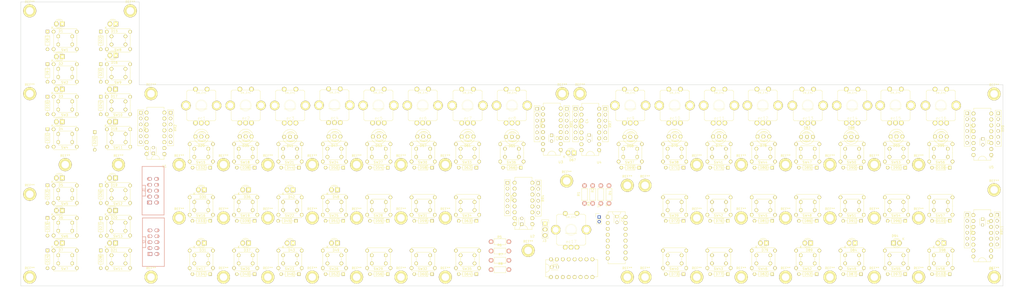
<source format=kicad_pcb>
(kicad_pcb (version 4) (host pcbnew 4.0.2-stable)
  (layers (0 F.Cu signal) (31 B.Cu signal) (34 B.Paste user) (35 F.Paste user) (36 B.SilkS user) (37 F.SilkS user) (38 B.Mask user) (39 F.Mask user) (44 Edge.Cuts user))
  (net 0 "")
  (net 1 "Net-(D101-Pad1)")
  (net 2 "Net-(D102-Pad1)")
  (net 3 /I0)
  (net 4 /I1)
  (net 5 /I2)
  (net 6 /I3)
  (net 7 /I4)
  (net 8 /I5)
  (net 9 /I6)
  (net 10 /I7)
  (net 11 GND)
  (net 12 /O6)
  (net 13 /O7)
  (net 14 /O1)
  (net 15 /O3)
  (net 16 /O5)
  (net 17 /O0)
  (net 18 /O2)
  (net 19 /O4)
  (net 20 +5V)
  (net 21 /O13)
  (net 22 /O14)
  (net 23 /O15)
  (net 24 /O16)
  (net 25 /O17)
  (net 26 /O10)
  (net 27 /I14)
  (net 28 /I15)
  (net 29 /I16)
  (net 30 /I17)
  (net 31 /I10)
  (net 32 /I11)
  (net 33 /I12)
  (net 34 /I13)
  (net 35 "Net-(D8-Pad1)")
  (net 36 "Net-(D9-Pad1)")
  (net 37 "Net-(D10-Pad1)")
  (net 38 "Net-(D11-Pad1)")
  (net 39 "Net-(D12-Pad1)")
  (net 40 "Net-(D13-Pad1)")
  (net 41 "Net-(D14-Pad1)")
  (net 42 "Net-(D22-Pad1)")
  (net 43 "Net-(D23-Pad1)")
  (net 44 "Net-(D24-Pad1)")
  (net 45 "Net-(D25-Pad1)")
  (net 46 "Net-(D26-Pad1)")
  (net 47 "Net-(D27-Pad1)")
  (net 48 "Net-(D28-Pad1)")
  (net 49 "Net-(D32-Pad1)")
  (net 50 "Net-(D33-Pad1)")
  (net 51 "Net-(D34-Pad1)")
  (net 52 "Net-(D38-Pad1)")
  (net 53 "Net-(D39-Pad1)")
  (net 54 "Net-(D40-Pad1)")
  (net 55 "Net-(D44-Pad1)")
  (net 56 "Net-(D45-Pad1)")
  (net 57 "Net-(D46-Pad1)")
  (net 58 "Net-(D50-Pad1)")
  (net 59 "Net-(D51-Pad1)")
  (net 60 "Net-(D52-Pad1)")
  (net 61 "Net-(D54-Pad1)")
  (net 62 "Net-(D55-Pad1)")
  (net 63 "Net-(D56-Pad1)")
  (net 64 "Net-(D58-Pad1)")
  (net 65 "Net-(D59-Pad1)")
  (net 66 "Net-(D60-Pad1)")
  (net 67 "Net-(D62-Pad1)")
  (net 68 "Net-(D63-Pad1)")
  (net 69 "Net-(D64-Pad1)")
  (net 70 "Net-(D66-Pad1)")
  (net 71 "Net-(D69-Pad1)")
  (net 72 "Net-(D71-Pad1)")
  (net 73 "Net-(D72-Pad1)")
  (net 74 "Net-(D73-Pad1)")
  (net 75 "Net-(D75-Pad1)")
  (net 76 "Net-(D76-Pad1)")
  (net 77 "Net-(D77-Pad1)")
  (net 78 "Net-(D80-Pad1)")
  (net 79 "Net-(D81-Pad1)")
  (net 80 "Net-(D82-Pad1)")
  (net 81 "Net-(D85-Pad1)")
  (net 82 "Net-(D86-Pad1)")
  (net 83 "Net-(D87-Pad1)")
  (net 84 "Net-(D90-Pad1)")
  (net 85 "Net-(D91-Pad1)")
  (net 86 "Net-(D92-Pad1)")
  (net 87 "Net-(D95-Pad1)")
  (net 88 "Net-(D96-Pad1)")
  (net 89 "Net-(D97-Pad1)")
  (net 90 "Net-(D100-Pad1)")
  (net 91 "Net-(ec1-PadP$GN)")
  (net 92 "Net-(U1-Pad9)")
  (net 93 /I26)
  (net 94 /I27)
  (net 95 /I24)
  (net 96 /I25)
  (net 97 /I22)
  (net 98 /I23)
  (net 99 /I20)
  (net 100 /I21)
  (net 101 /I56)
  (net 102 /I54)
  (net 103 /I55)
  (net 104 /I36)
  (net 105 /I37)
  (net 106 /I34)
  (net 107 /I35)
  (net 108 /I32)
  (net 109 /I33)
  (net 110 /I30)
  (net 111 /I31)
  (net 112 /I46)
  (net 113 /I47)
  (net 114 /I44)
  (net 115 /I45)
  (net 116 /I42)
  (net 117 /I43)
  (net 118 /I40)
  (net 119 /I41)
  (net 120 /I53)
  (net 121 /I52)
  (net 122 /I51)
  (net 123 /I50)
  (net 124 /011)
  (net 125 /012)
  (net 126 /02)
  (net 127 /I57)
  (net 128 "Net-(R8-Pad1)")
  (net 129 "Net-(R1-Pad1)")
  (net 130 "Net-(R2-Pad1)")
  (net 131 "Net-(R3-Pad1)")
  (net 132 "Net-(R4-Pad1)")
  (net 133 "Net-(R5-Pad2)")
  (net 134 "Net-(R6-Pad1)")
  (net 135 "Net-(R7-Pad1)")
  (net 136 "Net-(RR3-Pad2)")
  (net 137 "Net-(RR5-Pad2)")
  (net 138 "Net-(RR6-Pad2)")
  (net 139 "Net-(RR8-Pad2)")
  (net 140 "Net-(RR10-Pad2)")
  (net 141 "Net-(RR12-Pad2)")
  (net 142 "Net-(U1-Pad1)")
  (net 143 "Net-(U1-Pad2)")
  (net 144 "Net-(U7-Pad14)")
  (net 145 "Net-(U8-Pad9)")
  (net 146 "Net-(J3-Pad2)")
  (net 147 "Net-(U7-Pad9)")
  (module Mounting_Holes:MountingHole_3.2mm_M3_DIN965_Pad (layer F.Cu) (at 96.52 115.57)
    (fp_text reference REF** (at 0 -3.8) (layer F.SilkS))
    (fp_text value MountingHole_3.2mm_M3_Pad_Via)
    (pad 1 thru_hole circle (at 0 0) (size 5.6 5.6) (drill 3.2) (layers *.Cu *.Mask F.SilkS))
  )
  (module Mounting_Holes:MountingHole_3.2mm_M3_DIN965_Pad (layer F.Cu) (at 96.52 194.31)
    (fp_text reference REF** (at 0 -3.8) (layer F.SilkS))
    (fp_text value MountingHole_3.2mm_M3_Pad_Via)
    (pad 1 thru_hole circle (at 0 0) (size 5.6 5.6) (drill 3.2) (layers *.Cu *.Mask F.SilkS))
  )
  (module Mounting_Holes:MountingHole_3.2mm_M3_DIN965_Pad (layer F.Cu) (at 258.445 182.88)
    (fp_text reference REF** (at 0 -3.8) (layer F.SilkS))
    (fp_text value MountingHole_3.2mm_M3_Pad_Via)
    (pad 1 thru_hole circle (at 0 0) (size 5.6 5.6) (drill 3.2) (layers *.Cu *.Mask F.SilkS))
  )
  (module Mounting_Holes:MountingHole_3.2mm_M3_DIN965_Pad (layer F.Cu) (at 300.99 154.94)
    (fp_text reference REF** (at 0 -3.8) (layer F.SilkS))
    (fp_text value MountingHole_3.2mm_M3_Pad_Via)
    (pad 1 thru_hole circle (at 0 0) (size 5.6 5.6) (drill 3.2) (layers *.Cu *.Mask F.SilkS))
  )
  (module Mounting_Holes:MountingHole_3.2mm_M3_DIN965_Pad (layer F.Cu) (at 308.61 154.94)
    (fp_text reference REF** (at 0 -3.8) (layer F.SilkS))
    (fp_text value MountingHole_3.2mm_M3_Pad_Via)
    (pad 1 thru_hole circle (at 0 0) (size 5.6 5.6) (drill 3.2) (layers *.Cu *.Mask F.SilkS))
  )
  (module Mounting_Holes:MountingHole_3.2mm_M3_DIN965_Pad (layer F.Cu) (at 300.99 194.31)
    (fp_text reference REF** (at 0 -3.8) (layer F.SilkS))
    (fp_text value MountingHole_3.2mm_M3_Pad_Via)
    (pad 1 thru_hole circle (at 0 0) (size 5.6 5.6) (drill 3.2) (layers *.Cu *.Mask F.SilkS))
  )
  (module Mounting_Holes:MountingHole_3.2mm_M3_DIN965_Pad (layer F.Cu) (at 308.61 194.31)
    (fp_text reference REF** (at 0 -3.8) (layer F.SilkS))
    (fp_text value MountingHole_3.2mm_M3_Pad_Via)
    (pad 1 thru_hole circle (at 0 0) (size 5.6 5.6) (drill 3.2) (layers *.Cu *.Mask F.SilkS))
  )
  (module Mounting_Holes:MountingHole_3.2mm_M3_DIN965_Pad (layer F.Cu) (at 274.955 153.035)
    (fp_text reference REF** (at 0 -3.8) (layer F.SilkS))
    (fp_text value MountingHole_3.2mm_M3_Pad_Via)
    (pad 1 thru_hole circle (at 0 0) (size 5.6 5.6) (drill 3.2) (layers *.Cu *.Mask F.SilkS))
  )
  (module Mounting_Holes:MountingHole_3.2mm_M3_DIN965_Pad (layer F.Cu) (at 280.67 115.57)
    (fp_text reference REF** (at 0 -3.8) (layer F.SilkS))
    (fp_text value MountingHole_3.2mm_M3_Pad_Via)
    (pad 1 thru_hole circle (at 0 0) (size 5.6 5.6) (drill 3.2) (layers *.Cu *.Mask F.SilkS))
  )
  (module Mounting_Holes:MountingHole_3.2mm_M3_DIN965_Pad (layer F.Cu) (at 273.05 115.57)
    (fp_text reference REF** (at 0 -3.8) (layer F.SilkS))
    (fp_text value MountingHole_3.2mm_M3_Pad_Via)
    (pad 1 thru_hole circle (at 0 0) (size 5.6 5.6) (drill 3.2) (layers *.Cu *.Mask F.SilkS))
  )
  (module Mounting_Holes:MountingHole_3.2mm_M3_DIN965_Pad (layer F.Cu) (at 426.085 194.31)
    (fp_text reference REF** (at 0 -3.8) (layer F.SilkS))
    (fp_text value MountingHole_3.2mm_M3_Pad_Via)
    (pad 1 thru_hole circle (at 0 0) (size 5.6 5.6) (drill 3.2) (layers *.Cu *.Mask F.SilkS))
  )
  (module Mounting_Holes:MountingHole_3.2mm_M3_DIN965_Pad (layer F.Cu) (at 330.835 194.31)
    (fp_text reference REF** (at 0 -3.8) (layer F.SilkS))
    (fp_text value MountingHole_3.2mm_M3_Pad_Via)
    (pad 1 thru_hole circle (at 0 0) (size 5.6 5.6) (drill 3.2) (layers *.Cu *.Mask F.SilkS))
  )
  (module Mounting_Holes:MountingHole_3.2mm_M3_DIN965_Pad (layer F.Cu) (at 349.885 194.31)
    (fp_text reference REF** (at 0 -3.8) (layer F.SilkS))
    (fp_text value MountingHole_3.2mm_M3_Pad_Via)
    (pad 1 thru_hole circle (at 0 0) (size 5.6 5.6) (drill 3.2) (layers *.Cu *.Mask F.SilkS))
  )
  (module Mounting_Holes:MountingHole_3.2mm_M3_DIN965_Pad (layer F.Cu) (at 368.935 194.31)
    (fp_text reference REF** (at 0 -3.8) (layer F.SilkS))
    (fp_text value MountingHole_3.2mm_M3_Pad_Via)
    (pad 1 thru_hole circle (at 0 0) (size 5.6 5.6) (drill 3.2) (layers *.Cu *.Mask F.SilkS))
  )
  (module Mounting_Holes:MountingHole_3.2mm_M3_DIN965_Pad (layer F.Cu) (at 387.985 194.31)
    (fp_text reference REF** (at 0 -3.8) (layer F.SilkS))
    (fp_text value MountingHole_3.2mm_M3_Pad_Via)
    (pad 1 thru_hole circle (at 0 0) (size 5.6 5.6) (drill 3.2) (layers *.Cu *.Mask F.SilkS))
  )
  (module Mounting_Holes:MountingHole_3.2mm_M3_DIN965_Pad (layer F.Cu) (at 407.035 194.31)
    (fp_text reference REF** (at 0 -3.8) (layer F.SilkS))
    (fp_text value MountingHole_3.2mm_M3_Pad_Via)
    (pad 1 thru_hole circle (at 0 0) (size 5.6 5.6) (drill 3.2) (layers *.Cu *.Mask F.SilkS))
  )
  (module Mounting_Holes:MountingHole_3.2mm_M3_DIN965_Pad (layer F.Cu) (at 407.035 168.91)
    (fp_text reference REF** (at 0 -3.8) (layer F.SilkS))
    (fp_text value MountingHole_3.2mm_M3_Pad_Via)
    (pad 1 thru_hole circle (at 0 0) (size 5.6 5.6) (drill 3.2) (layers *.Cu *.Mask F.SilkS))
  )
  (module Mounting_Holes:MountingHole_3.2mm_M3_DIN965_Pad (layer F.Cu) (at 426.085 168.91)
    (fp_text reference REF** (at 0 -3.8) (layer F.SilkS))
    (fp_text value MountingHole_3.2mm_M3_Pad_Via)
    (pad 1 thru_hole circle (at 0 0) (size 5.6 5.6) (drill 3.2) (layers *.Cu *.Mask F.SilkS))
  )
  (module Mounting_Holes:MountingHole_3.2mm_M3_DIN965_Pad (layer F.Cu) (at 426.085 146.05)
    (fp_text reference REF** (at 0 -3.8) (layer F.SilkS))
    (fp_text value MountingHole_3.2mm_M3_Pad_Via)
    (pad 1 thru_hole circle (at 0 0) (size 5.6 5.6) (drill 3.2) (layers *.Cu *.Mask F.SilkS))
  )
  (module Mounting_Holes:MountingHole_3.2mm_M3_DIN965_Pad (layer F.Cu) (at 407.035 146.05)
    (fp_text reference REF** (at 0 -3.8) (layer F.SilkS))
    (fp_text value MountingHole_3.2mm_M3_Pad_Via)
    (pad 1 thru_hole circle (at 0 0) (size 5.6 5.6) (drill 3.2) (layers *.Cu *.Mask F.SilkS))
  )
  (module Mounting_Holes:MountingHole_3.2mm_M3_DIN965_Pad (layer F.Cu) (at 387.985 146.05)
    (fp_text reference REF** (at 0 -3.8) (layer F.SilkS))
    (fp_text value MountingHole_3.2mm_M3_Pad_Via)
    (pad 1 thru_hole circle (at 0 0) (size 5.6 5.6) (drill 3.2) (layers *.Cu *.Mask F.SilkS))
  )
  (module Mounting_Holes:MountingHole_3.2mm_M3_DIN965_Pad (layer F.Cu) (at 387.985 168.91)
    (fp_text reference REF** (at 0 -3.8) (layer F.SilkS))
    (fp_text value MountingHole_3.2mm_M3_Pad_Via)
    (pad 1 thru_hole circle (at 0 0) (size 5.6 5.6) (drill 3.2) (layers *.Cu *.Mask F.SilkS))
  )
  (module Mounting_Holes:MountingHole_3.2mm_M3_DIN965_Pad (layer F.Cu) (at 368.935 168.91)
    (fp_text reference REF** (at 0 -3.8) (layer F.SilkS))
    (fp_text value MountingHole_3.2mm_M3_Pad_Via)
    (pad 1 thru_hole circle (at 0 0) (size 5.6 5.6) (drill 3.2) (layers *.Cu *.Mask F.SilkS))
  )
  (module Mounting_Holes:MountingHole_3.2mm_M3_DIN965_Pad (layer F.Cu) (at 349.885 168.91)
    (fp_text reference REF** (at 0 -3.8) (layer F.SilkS))
    (fp_text value MountingHole_3.2mm_M3_Pad_Via)
    (pad 1 thru_hole circle (at 0 0) (size 5.6 5.6) (drill 3.2) (layers *.Cu *.Mask F.SilkS))
  )
  (module Mounting_Holes:MountingHole_3.2mm_M3_DIN965_Pad (layer F.Cu) (at 330.835 168.91)
    (fp_text reference REF** (at 0 -3.8) (layer F.SilkS))
    (fp_text value MountingHole_3.2mm_M3_Pad_Via)
    (pad 1 thru_hole circle (at 0 0) (size 5.6 5.6) (drill 3.2) (layers *.Cu *.Mask F.SilkS))
  )
  (module Mounting_Holes:MountingHole_3.2mm_M3_DIN965_Pad (layer F.Cu) (at 368.935 146.05)
    (fp_text reference REF** (at 0 -3.8) (layer F.SilkS))
    (fp_text value MountingHole_3.2mm_M3_Pad_Via)
    (pad 1 thru_hole circle (at 0 0) (size 5.6 5.6) (drill 3.2) (layers *.Cu *.Mask F.SilkS))
  )
  (module Mounting_Holes:MountingHole_3.2mm_M3_DIN965_Pad (layer F.Cu) (at 349.885 146.05)
    (fp_text reference REF** (at 0 -3.8) (layer F.SilkS))
    (fp_text value MountingHole_3.2mm_M3_Pad_Via)
    (pad 1 thru_hole circle (at 0 0) (size 5.6 5.6) (drill 3.2) (layers *.Cu *.Mask F.SilkS))
  )
  (module Mounting_Holes:MountingHole_3.2mm_M3_DIN965_Pad (layer F.Cu) (at 330.835 146.05)
    (fp_text reference REF** (at 0 -3.8) (layer F.SilkS))
    (fp_text value MountingHole_3.2mm_M3_Pad_Via)
    (pad 1 thru_hole circle (at 0 0) (size 5.6 5.6) (drill 3.2) (layers *.Cu *.Mask F.SilkS))
  )
  (module Mounting_Holes:MountingHole_3.2mm_M3_DIN965_Pad (layer F.Cu) (at 203.835 168.91)
    (fp_text reference REF** (at 0 -3.8) (layer F.SilkS))
    (fp_text value MountingHole_3.2mm_M3_Pad_Via)
    (pad 1 thru_hole circle (at 0 0) (size 5.6 5.6) (drill 3.2) (layers *.Cu *.Mask F.SilkS))
  )
  (module Mounting_Holes:MountingHole_3.2mm_M3_DIN965_Pad (layer F.Cu) (at 203.835 146.05)
    (fp_text reference REF** (at 0 -3.8) (layer F.SilkS))
    (fp_text value MountingHole_3.2mm_M3_Pad_Via)
    (pad 1 thru_hole circle (at 0 0) (size 5.6 5.6) (drill 3.2) (layers *.Cu *.Mask F.SilkS))
  )
  (module Mounting_Holes:MountingHole_3.2mm_M3_DIN965_Pad (layer F.Cu) (at 203.835 194.31)
    (fp_text reference REF** (at 0 -3.8) (layer F.SilkS))
    (fp_text value MountingHole_3.2mm_M3_Pad_Via)
    (pad 1 thru_hole circle (at 0 0) (size 5.6 5.6) (drill 3.2) (layers *.Cu *.Mask F.SilkS))
  )
  (module Mounting_Holes:MountingHole_3.2mm_M3_DIN965_Pad (layer F.Cu) (at 222.885 146.05)
    (fp_text reference REF** (at 0 -3.8) (layer F.SilkS))
    (fp_text value MountingHole_3.2mm_M3_Pad_Via)
    (pad 1 thru_hole circle (at 0 0) (size 5.6 5.6) (drill 3.2) (layers *.Cu *.Mask F.SilkS))
  )
  (module Mounting_Holes:MountingHole_3.2mm_M3_DIN965_Pad (layer F.Cu) (at 222.885 168.91)
    (fp_text reference REF** (at 0 -3.8) (layer F.SilkS))
    (fp_text value MountingHole_3.2mm_M3_Pad_Via)
    (pad 1 thru_hole circle (at 0 0) (size 5.6 5.6) (drill 3.2) (layers *.Cu *.Mask F.SilkS))
  )
  (module Mounting_Holes:MountingHole_3.2mm_M3_DIN965_Pad (layer F.Cu) (at 222.885 194.31)
    (fp_text reference REF** (at 0 -3.8) (layer F.SilkS))
    (fp_text value MountingHole_3.2mm_M3_Pad_Via)
    (pad 1 thru_hole circle (at 0 0) (size 5.6 5.6) (drill 3.2) (layers *.Cu *.Mask F.SilkS))
  )
  (module Mounting_Holes:MountingHole_3.2mm_M3_DIN965_Pad (layer F.Cu) (at 165.735 168.91)
    (fp_text reference REF** (at 0 -3.8) (layer F.SilkS))
    (fp_text value MountingHole_3.2mm_M3_Pad_Via)
    (pad 1 thru_hole circle (at 0 0) (size 5.6 5.6) (drill 3.2) (layers *.Cu *.Mask F.SilkS))
  )
  (module Mounting_Holes:MountingHole_3.2mm_M3_DIN965_Pad (layer F.Cu) (at 165.735 146.05)
    (fp_text reference REF** (at 0 -3.8) (layer F.SilkS))
    (fp_text value MountingHole_3.2mm_M3_Pad_Via)
    (pad 1 thru_hole circle (at 0 0) (size 5.6 5.6) (drill 3.2) (layers *.Cu *.Mask F.SilkS))
  )
  (module Mounting_Holes:MountingHole_3.2mm_M3_DIN965_Pad (layer F.Cu) (at 165.735 194.31)
    (fp_text reference REF** (at 0 -3.8) (layer F.SilkS))
    (fp_text value MountingHole_3.2mm_M3_Pad_Via)
    (pad 1 thru_hole circle (at 0 0) (size 5.6 5.6) (drill 3.2) (layers *.Cu *.Mask F.SilkS))
  )
  (module Mounting_Holes:MountingHole_3.2mm_M3_DIN965_Pad (layer F.Cu) (at 184.785 146.05)
    (fp_text reference REF** (at 0 -3.8) (layer F.SilkS))
    (fp_text value MountingHole_3.2mm_M3_Pad_Via)
    (pad 1 thru_hole circle (at 0 0) (size 5.6 5.6) (drill 3.2) (layers *.Cu *.Mask F.SilkS))
  )
  (module Mounting_Holes:MountingHole_3.2mm_M3_DIN965_Pad (layer F.Cu) (at 184.785 168.91)
    (fp_text reference REF** (at 0 -3.8) (layer F.SilkS))
    (fp_text value MountingHole_3.2mm_M3_Pad_Via)
    (pad 1 thru_hole circle (at 0 0) (size 5.6 5.6) (drill 3.2) (layers *.Cu *.Mask F.SilkS))
  )
  (module Mounting_Holes:MountingHole_3.2mm_M3_DIN965_Pad (layer F.Cu) (at 184.785 194.31)
    (fp_text reference REF** (at 0 -3.8) (layer F.SilkS))
    (fp_text value MountingHole_3.2mm_M3_Pad_Via)
    (pad 1 thru_hole circle (at 0 0) (size 5.6 5.6) (drill 3.2) (layers *.Cu *.Mask F.SilkS))
  )
  (module Mounting_Holes:MountingHole_3.2mm_M3_DIN965_Pad (layer F.Cu) (at 146.685 146.05)
    (fp_text reference REF** (at 0 -3.8) (layer F.SilkS))
    (fp_text value MountingHole_3.2mm_M3_Pad_Via)
    (pad 1 thru_hole circle (at 0 0) (size 5.6 5.6) (drill 3.2) (layers *.Cu *.Mask F.SilkS))
  )
  (module Mounting_Holes:MountingHole_3.2mm_M3_DIN965_Pad (layer F.Cu) (at 146.685 168.91)
    (fp_text reference REF** (at 0 -3.8) (layer F.SilkS))
    (fp_text value MountingHole_3.2mm_M3_Pad_Via)
    (pad 1 thru_hole circle (at 0 0) (size 5.6 5.6) (drill 3.2) (layers *.Cu *.Mask F.SilkS))
  )
  (module Mounting_Holes:MountingHole_3.2mm_M3_DIN965_Pad (layer F.Cu) (at 146.685 194.31)
    (fp_text reference REF** (at 0 -3.8) (layer F.SilkS))
    (fp_text value MountingHole_3.2mm_M3_Pad_Via)
    (pad 1 thru_hole circle (at 0 0) (size 5.6 5.6) (drill 3.2) (layers *.Cu *.Mask F.SilkS))
  )
  (module DIP-16_W7.62mm (layer F.Cu) (at 102.235 141.478 180)
    (fp_text reference U1 (at 0 -5.22 180) (layer F.SilkS))
    (fp_text value 74HC165)
    (pad 1 thru_hole oval (at 0 0 180) (size 1.6 1.6) (drill 0.8) (layers *.Cu *.Mask F.SilkS) (net 142 "Net-(U1-Pad1)"))
    (pad 2 thru_hole oval (at 0 2.54 180) (size 1.6 1.6) (drill 0.8) (layers *.Cu *.Mask F.SilkS) (net 143 "Net-(U1-Pad2)"))
    (pad 3 thru_hole oval (at 0 5.08 180) (size 1.6 1.6) (drill 0.8) (layers *.Cu *.Mask F.SilkS) (net 7 /I4))
    (pad 4 thru_hole oval (at 0 7.62 180) (size 1.6 1.6) (drill 0.8) (layers *.Cu *.Mask F.SilkS) (net 8 /I5))
    (pad 5 thru_hole oval (at 0 10.16 180) (size 1.6 1.6) (drill 0.8) (layers *.Cu *.Mask F.SilkS) (net 9 /I6))
    (pad 6 thru_hole oval (at 0 12.7 180) (size 1.6 1.6) (drill 0.8) (layers *.Cu *.Mask F.SilkS) (net 10 /I7))
    (pad 7 thru_hole oval (at 0 15.24 180) (size 1.6 1.6) (drill 0.8) (layers *.Cu *.Mask F.SilkS))
    (pad 8 thru_hole oval (at 0 17.78 180) (size 1.6 1.6) (drill 0.8) (layers *.Cu *.Mask F.SilkS) (net 11 GND))
    (pad 9 thru_hole oval (at 7.62 17.78 180) (size 1.6 1.6) (drill 0.8) (layers *.Cu *.Mask F.SilkS) (net 92 "Net-(U1-Pad9)"))
    (pad 10 thru_hole oval (at 7.62 15.24 180) (size 1.6 1.6) (drill 0.8) (layers *.Cu *.Mask F.SilkS) (net 136 "Net-(RR3-Pad2)"))
    (pad 11 thru_hole oval (at 7.62 12.7 180) (size 1.6 1.6) (drill 0.8) (layers *.Cu *.Mask F.SilkS) (net 3 /I0))
    (pad 12 thru_hole oval (at 7.62 10.16 180) (size 1.6 1.6) (drill 0.8) (layers *.Cu *.Mask F.SilkS) (net 4 /I1))
    (pad 13 thru_hole oval (at 7.62 7.62 180) (size 1.6 1.6) (drill 0.8) (layers *.Cu *.Mask F.SilkS) (net 5 /I2))
    (pad 14 thru_hole oval (at 7.62 5.08 180) (size 1.6 1.6) (drill 0.8) (layers *.Cu *.Mask F.SilkS) (net 6 /I3))
    (pad 15 thru_hole oval (at 7.62 2.54 180) (size 1.6 1.6) (drill 0.8) (layers *.Cu *.Mask F.SilkS) (net 11 GND))
    (pad 16 thru_hole oval (at 7.62 0 180) (size 1.6 1.6) (drill 0.8) (layers *.Cu *.Mask F.SilkS) (net 20 +5V))
  )
  (module LEDs:LED-5MM-3 (layer F.Cu) (at 120.65 133.985 180)
    (fp_text reference D29 (at 2.54508 -3.91668 180) (layer F.SilkS))
    (fp_text value Led_gp1)
    (pad 1 thru_hole circle (at 0 0) (size 1.6764 1.6764) (drill 0.8128) (layers *.Cu *.Mask F.SilkS) (net 124 /011))
    (pad 2 thru_hole circle (at 2.54 0) (size 1.6764 1.6764) (drill 0.8128) (layers *.Cu *.Mask F.SilkS) (net 15 /O3))
    (pad 3 thru_hole circle (at 5.08 0) (size 1.6764 1.6764) (drill 0.8128) (layers *.Cu *.Mask F.SilkS) (net 26 /O10))
  )
  (module LEDs:LED-5MM-3 (layer F.Cu) (at 139.7 133.985 180)
    (fp_text reference D35 (at 2.54508 -3.91668 180) (layer F.SilkS))
    (fp_text value Led_gp2)
    (pad 1 thru_hole circle (at 0 0) (size 1.6764 1.6764) (drill 0.8128) (layers *.Cu *.Mask F.SilkS) (net 21 /O13))
    (pad 2 thru_hole circle (at 2.54 0) (size 1.6764 1.6764) (drill 0.8128) (layers *.Cu *.Mask F.SilkS) (net 15 /O3))
    (pad 3 thru_hole circle (at 5.08 0) (size 1.6764 1.6764) (drill 0.8128) (layers *.Cu *.Mask F.SilkS) (net 125 /012))
  )
  (module LEDs:LED-5MM-3 (layer F.Cu) (at 158.75 134.112 180)
    (fp_text reference D41 (at 2.54508 -3.91668 180) (layer F.SilkS))
    (fp_text value Led_gp3)
    (pad 1 thru_hole circle (at 0 0) (size 1.6764 1.6764) (drill 0.8128) (layers *.Cu *.Mask F.SilkS) (net 23 /O15))
    (pad 2 thru_hole circle (at 2.54 0) (size 1.6764 1.6764) (drill 0.8128) (layers *.Cu *.Mask F.SilkS) (net 18 /O2))
    (pad 3 thru_hole circle (at 5.08 0) (size 1.6764 1.6764) (drill 0.8128) (layers *.Cu *.Mask F.SilkS) (net 22 /O14))
  )
  (module LEDs:LED-5MM-3 (layer F.Cu) (at 177.8 133.985 180)
    (fp_text reference D47 (at 2.54508 -3.91668 180) (layer F.SilkS))
    (fp_text value Led_gp4)
    (pad 1 thru_hole circle (at 0 0) (size 1.6764 1.6764) (drill 0.8128) (layers *.Cu *.Mask F.SilkS) (net 25 /O17))
    (pad 2 thru_hole circle (at 2.54 0) (size 1.6764 1.6764) (drill 0.8128) (layers *.Cu *.Mask F.SilkS) (net 18 /O2))
    (pad 3 thru_hole circle (at 5.08 0) (size 1.6764 1.6764) (drill 0.8128) (layers *.Cu *.Mask F.SilkS) (net 24 /O16))
  )
  (module LEDs:LED-5MM-3 (layer F.Cu) (at 196.85 133.985 180)
    (fp_text reference D53 (at 2.54508 -3.91668 180) (layer F.SilkS))
    (fp_text value Led_gp5)
    (pad 1 thru_hole circle (at 0 0) (size 1.6764 1.6764) (drill 0.8128) (layers *.Cu *.Mask F.SilkS) (net 124 /011))
    (pad 2 thru_hole circle (at 2.54 0) (size 1.6764 1.6764) (drill 0.8128) (layers *.Cu *.Mask F.SilkS) (net 14 /O1))
    (pad 3 thru_hole circle (at 5.08 0) (size 1.6764 1.6764) (drill 0.8128) (layers *.Cu *.Mask F.SilkS) (net 26 /O10))
  )
  (module LEDs:LED-5MM-3 (layer F.Cu) (at 215.9 133.985 180)
    (fp_text reference D57 (at 2.54508 -3.91668 180) (layer F.SilkS))
    (fp_text value Led_gp6)
    (pad 1 thru_hole circle (at 0 0) (size 1.6764 1.6764) (drill 0.8128) (layers *.Cu *.Mask F.SilkS) (net 21 /O13))
    (pad 2 thru_hole circle (at 2.54 0) (size 1.6764 1.6764) (drill 0.8128) (layers *.Cu *.Mask F.SilkS) (net 14 /O1))
    (pad 3 thru_hole circle (at 5.08 0) (size 1.6764 1.6764) (drill 0.8128) (layers *.Cu *.Mask F.SilkS) (net 125 /012))
  )
  (module LEDs:LED-5MM-3 (layer F.Cu) (at 234.95 133.985 180)
    (fp_text reference D61 (at 2.54508 -3.91668 180) (layer F.SilkS))
    (fp_text value Led_gp7)
    (pad 1 thru_hole circle (at 0 0) (size 1.6764 1.6764) (drill 0.8128) (layers *.Cu *.Mask F.SilkS) (net 23 /O15))
    (pad 2 thru_hole circle (at 2.54 0) (size 1.6764 1.6764) (drill 0.8128) (layers *.Cu *.Mask F.SilkS) (net 17 /O0))
    (pad 3 thru_hole circle (at 5.08 0) (size 1.6764 1.6764) (drill 0.8128) (layers *.Cu *.Mask F.SilkS) (net 22 /O14))
  )
  (module LEDs:LED-5MM-3 (layer F.Cu) (at 254 134.112 180)
    (fp_text reference D65 (at 2.54508 -3.91668 180) (layer F.SilkS))
    (fp_text value Led_gp8)
    (pad 1 thru_hole circle (at 0 0) (size 1.6764 1.6764) (drill 0.8128) (layers *.Cu *.Mask F.SilkS) (net 25 /O17))
    (pad 2 thru_hole circle (at 2.54 0) (size 1.6764 1.6764) (drill 0.8128) (layers *.Cu *.Mask F.SilkS) (net 17 /O0))
    (pad 3 thru_hole circle (at 5.08 0) (size 1.6764 1.6764) (drill 0.8128) (layers *.Cu *.Mask F.SilkS) (net 24 /O16))
  )
  (module LEDs:LED-5MM-3 (layer F.Cu) (at 304.8 134.112 180)
    (fp_text reference D68 (at 2.54508 -3.91668 180) (layer F.SilkS))
    (fp_text value Led_gp9)
    (pad 1 thru_hole circle (at 0 0) (size 1.6764 1.6764) (drill 0.8128) (layers *.Cu *.Mask F.SilkS) (net 124 /011))
    (pad 2 thru_hole circle (at 2.54 0) (size 1.6764 1.6764) (drill 0.8128) (layers *.Cu *.Mask F.SilkS) (net 19 /O4))
    (pad 3 thru_hole circle (at 5.08 0) (size 1.6764 1.6764) (drill 0.8128) (layers *.Cu *.Mask F.SilkS) (net 26 /O10))
  )
  (module LEDs:LED-5MM-3 (layer F.Cu) (at 323.85 133.985 180)
    (fp_text reference D70 (at 2.54508 -3.91668 180) (layer F.SilkS))
    (fp_text value Led_gp10)
    (pad 1 thru_hole circle (at 0 0) (size 1.6764 1.6764) (drill 0.8128) (layers *.Cu *.Mask F.SilkS) (net 21 /O13))
    (pad 2 thru_hole circle (at 2.54 0) (size 1.6764 1.6764) (drill 0.8128) (layers *.Cu *.Mask F.SilkS) (net 19 /O4))
    (pad 3 thru_hole circle (at 5.08 0) (size 1.6764 1.6764) (drill 0.8128) (layers *.Cu *.Mask F.SilkS) (net 125 /012))
  )
  (module LEDs:LED-5MM-3 (layer F.Cu) (at 342.9 133.985 180)
    (fp_text reference D74 (at 2.54508 -3.91668 180) (layer F.SilkS))
    (fp_text value Led_gp11)
    (pad 1 thru_hole circle (at 0 0) (size 1.6764 1.6764) (drill 0.8128) (layers *.Cu *.Mask F.SilkS) (net 23 /O15))
    (pad 2 thru_hole circle (at 2.54 0) (size 1.6764 1.6764) (drill 0.8128) (layers *.Cu *.Mask F.SilkS) (net 16 /O5))
    (pad 3 thru_hole circle (at 5.08 0) (size 1.6764 1.6764) (drill 0.8128) (layers *.Cu *.Mask F.SilkS) (net 22 /O14))
  )
  (module LEDs:LED-5MM-3 (layer F.Cu) (at 361.95 133.985 180)
    (fp_text reference D78 (at 2.54508 -3.91668 180) (layer F.SilkS))
    (fp_text value Led_gp12)
    (pad 1 thru_hole circle (at 0 0) (size 1.6764 1.6764) (drill 0.8128) (layers *.Cu *.Mask F.SilkS) (net 25 /O17))
    (pad 2 thru_hole circle (at 2.54 0) (size 1.6764 1.6764) (drill 0.8128) (layers *.Cu *.Mask F.SilkS) (net 16 /O5))
    (pad 3 thru_hole circle (at 5.08 0) (size 1.6764 1.6764) (drill 0.8128) (layers *.Cu *.Mask F.SilkS) (net 24 /O16))
  )
  (module LEDs:LED-5MM-3 (layer F.Cu) (at 375.60516 134.12294)
    (fp_text reference D83 (at 2.54508 -3.91668) (layer F.SilkS))
    (fp_text value Led_gp13)
    (pad 1 thru_hole circle (at 0 0 180) (size 1.6764 1.6764) (drill 0.8128) (layers *.Cu *.Mask F.SilkS) (net 124 /011))
    (pad 2 thru_hole circle (at 2.54 0 180) (size 1.6764 1.6764) (drill 0.8128) (layers *.Cu *.Mask F.SilkS) (net 12 /O6))
    (pad 3 thru_hole circle (at 5.08 0 180) (size 1.6764 1.6764) (drill 0.8128) (layers *.Cu *.Mask F.SilkS) (net 26 /O10))
  )
  (module LEDs:LED-5MM-3 (layer F.Cu) (at 394.60516 134.12294)
    (fp_text reference D88 (at 2.54508 -3.91668) (layer F.SilkS))
    (fp_text value Led_gp14)
    (pad 1 thru_hole circle (at 0 0 180) (size 1.6764 1.6764) (drill 0.8128) (layers *.Cu *.Mask F.SilkS) (net 21 /O13))
    (pad 2 thru_hole circle (at 2.54 0 180) (size 1.6764 1.6764) (drill 0.8128) (layers *.Cu *.Mask F.SilkS) (net 12 /O6))
    (pad 3 thru_hole circle (at 5.08 0 180) (size 1.6764 1.6764) (drill 0.8128) (layers *.Cu *.Mask F.SilkS) (net 125 /012))
  )
  (module LEDs:LED-5MM-3 (layer F.Cu) (at 419.1 133.985 180)
    (fp_text reference D93 (at 2.54508 -3.91668 180) (layer F.SilkS))
    (fp_text value Led_gp15)
    (pad 1 thru_hole circle (at 0 0) (size 1.6764 1.6764) (drill 0.8128) (layers *.Cu *.Mask F.SilkS) (net 23 /O15))
    (pad 2 thru_hole circle (at 2.54 0) (size 1.6764 1.6764) (drill 0.8128) (layers *.Cu *.Mask F.SilkS) (net 13 /O7))
    (pad 3 thru_hole circle (at 5.08 0) (size 1.6764 1.6764) (drill 0.8128) (layers *.Cu *.Mask F.SilkS) (net 22 /O14))
  )
  (module LEDs:LED-5MM-3 (layer F.Cu) (at 438.15 133.985 180)
    (fp_text reference D99 (at 2.54508 -3.91668 180) (layer F.SilkS))
    (fp_text value Led_gp16)
    (pad 1 thru_hole circle (at 0 0) (size 1.6764 1.6764) (drill 0.8128) (layers *.Cu *.Mask F.SilkS) (net 25 /O17))
    (pad 2 thru_hole circle (at 2.54 0) (size 1.6764 1.6764) (drill 0.8128) (layers *.Cu *.Mask F.SilkS) (net 13 /O7))
    (pad 3 thru_hole circle (at 5.08 0) (size 1.6764 1.6764) (drill 0.8128) (layers *.Cu *.Mask F.SilkS) (net 24 /O16))
  )
  (module midibox:PEC11-Switch (layer F.Cu) (at 118.11 120.65)
    (fp_text reference ec1 (at 0.11938 5.4737) (layer F.SilkS) (effects (font (size 1.27 1.27) (thickness 0.0889))))
    (fp_text value SW_Enc (at 0 -5.4864) (layer F.SilkS) (effects (font (size 0.8128 0.8128) (thickness 0.0889))))
    (pad P$1 thru_hole circle (at -2.49936 -7.00024) (size 1.99898 1.99898) (drill 1.00076) (layers *.Cu F.Paste F.SilkS F.Mask) (net 11 GND))
    (pad P$2 thru_hole circle (at 2.49936 -7.00024) (size 1.99898 1.99898) (drill 0.99822) (layers *.Cu F.Paste F.SilkS F.Mask) (net 127 /I57))
    (pad P$A thru_hole circle (at -2.49936 7.50062) (size 1.99898 1.99898) (drill 1.00076) (layers *.Cu F.Paste F.SilkS F.Mask) (net 9 /I6))
    (pad P$B thru_hole circle (at 2.49936 7.50062) (size 1.99898 1.99898) (drill 1.00076) (layers *.Cu F.Paste F.SilkS F.Mask) (net 10 /I7))
    (pad P$C thru_hole circle (at 0 7.50062) (size 1.99898 1.99898) (drill 1.00076) (layers *.Cu F.Paste F.SilkS F.Mask) (net 11 GND))
    (pad P$GN thru_hole circle (at -6.59892 0) (size 4.09956 4.09956) (drill 2.60096) (layers *.Cu F.Paste F.SilkS F.Mask) (net 91 "Net-(ec1-PadP$GN)"))
    (pad P$GN thru_hole circle (at 6.59892 0) (size 4.09956 4.09956) (drill 2.60096) (layers *.Cu F.Paste F.SilkS F.Mask) (net 91 "Net-(ec1-PadP$GN)"))
  )
  (module midibox:PEC11-Switch (layer F.Cu) (at 137.14516 120.62294)
    (fp_text reference ec2 (at 0.11938 5.4737) (layer F.SilkS) (effects (font (size 1.27 1.27) (thickness 0.0889))))
    (fp_text value SW_Enc (at 0 -5.4864) (layer F.SilkS) (effects (font (size 0.8128 0.8128) (thickness 0.0889))))
    (pad P$1 thru_hole circle (at -2.49936 -7.00024) (size 1.99898 1.99898) (drill 1.00076) (layers *.Cu F.Paste F.SilkS F.Mask) (net 11 GND))
    (pad P$2 thru_hole circle (at 2.49936 -7.00024) (size 1.99898 1.99898) (drill 0.99822) (layers *.Cu F.Paste F.SilkS F.Mask) (net 127 /I57))
    (pad P$A thru_hole circle (at -2.49936 7.50062) (size 1.99898 1.99898) (drill 1.00076) (layers *.Cu F.Paste F.SilkS F.Mask) (net 7 /I4))
    (pad P$B thru_hole circle (at 2.49936 7.50062) (size 1.99898 1.99898) (drill 1.00076) (layers *.Cu F.Paste F.SilkS F.Mask) (net 8 /I5))
    (pad P$C thru_hole circle (at 0 7.50062) (size 1.99898 1.99898) (drill 1.00076) (layers *.Cu F.Paste F.SilkS F.Mask) (net 11 GND))
    (pad P$GN thru_hole circle (at -6.59892 0) (size 4.09956 4.09956) (drill 2.60096) (layers *.Cu F.Paste F.SilkS F.Mask) (net 91 "Net-(ec1-PadP$GN)"))
    (pad P$GN thru_hole circle (at 6.59892 0) (size 4.09956 4.09956) (drill 2.60096) (layers *.Cu F.Paste F.SilkS F.Mask) (net 91 "Net-(ec1-PadP$GN)"))
  )
  (module midibox:PEC11-Switch (layer F.Cu) (at 156.21 120.65)
    (fp_text reference ec3 (at 0.11938 5.4737) (layer F.SilkS) (effects (font (size 1.27 1.27) (thickness 0.0889))))
    (fp_text value SW_Enc (at 0 -5.4864) (layer F.SilkS) (effects (font (size 0.8128 0.8128) (thickness 0.0889))))
    (pad P$1 thru_hole circle (at -2.49936 -7.00024) (size 1.99898 1.99898) (drill 1.00076) (layers *.Cu F.Paste F.SilkS F.Mask) (net 11 GND))
    (pad P$2 thru_hole circle (at 2.49936 -7.00024) (size 1.99898 1.99898) (drill 0.99822) (layers *.Cu F.Paste F.SilkS F.Mask) (net 127 /I57))
    (pad P$A thru_hole circle (at -2.49936 7.50062) (size 1.99898 1.99898) (drill 1.00076) (layers *.Cu F.Paste F.SilkS F.Mask) (net 5 /I2))
    (pad P$B thru_hole circle (at 2.49936 7.50062) (size 1.99898 1.99898) (drill 1.00076) (layers *.Cu F.Paste F.SilkS F.Mask) (net 6 /I3))
    (pad P$C thru_hole circle (at 0 7.50062) (size 1.99898 1.99898) (drill 1.00076) (layers *.Cu F.Paste F.SilkS F.Mask) (net 11 GND))
    (pad P$GN thru_hole circle (at -6.59892 0) (size 4.09956 4.09956) (drill 2.60096) (layers *.Cu F.Paste F.SilkS F.Mask) (net 91 "Net-(ec1-PadP$GN)"))
    (pad P$GN thru_hole circle (at 6.59892 0) (size 4.09956 4.09956) (drill 2.60096) (layers *.Cu F.Paste F.SilkS F.Mask) (net 91 "Net-(ec1-PadP$GN)"))
  )
  (module midibox:PEC11-Switch (layer F.Cu) (at 175.26 120.523)
    (fp_text reference ec4 (at 0.11938 5.4737) (layer F.SilkS) (effects (font (size 1.27 1.27) (thickness 0.0889))))
    (fp_text value SW_Enc (at 0 -5.4864) (layer F.SilkS) (effects (font (size 0.8128 0.8128) (thickness 0.0889))))
    (pad P$1 thru_hole circle (at -2.49936 -7.00024) (size 1.99898 1.99898) (drill 1.00076) (layers *.Cu F.Paste F.SilkS F.Mask) (net 11 GND))
    (pad P$2 thru_hole circle (at 2.49936 -7.00024) (size 1.99898 1.99898) (drill 0.99822) (layers *.Cu F.Paste F.SilkS F.Mask) (net 127 /I57))
    (pad P$A thru_hole circle (at -2.49936 7.50062) (size 1.99898 1.99898) (drill 1.00076) (layers *.Cu F.Paste F.SilkS F.Mask) (net 3 /I0))
    (pad P$B thru_hole circle (at 2.49936 7.50062) (size 1.99898 1.99898) (drill 1.00076) (layers *.Cu F.Paste F.SilkS F.Mask) (net 4 /I1))
    (pad P$C thru_hole circle (at 0 7.50062) (size 1.99898 1.99898) (drill 1.00076) (layers *.Cu F.Paste F.SilkS F.Mask) (net 11 GND))
    (pad P$GN thru_hole circle (at -6.59892 0) (size 4.09956 4.09956) (drill 2.60096) (layers *.Cu F.Paste F.SilkS F.Mask) (net 91 "Net-(ec1-PadP$GN)"))
    (pad P$GN thru_hole circle (at 6.59892 0) (size 4.09956 4.09956) (drill 2.60096) (layers *.Cu F.Paste F.SilkS F.Mask) (net 91 "Net-(ec1-PadP$GN)"))
  )
  (module midibox:PEC11-Switch (layer F.Cu) (at 194.14516 120.62294)
    (fp_text reference ec5 (at 0.11938 5.4737) (layer F.SilkS) (effects (font (size 1.27 1.27) (thickness 0.0889))))
    (fp_text value SW_Enc (at 0 -5.4864) (layer F.SilkS) (effects (font (size 0.8128 0.8128) (thickness 0.0889))))
    (pad P$1 thru_hole circle (at -2.49936 -7.00024) (size 1.99898 1.99898) (drill 1.00076) (layers *.Cu F.Paste F.SilkS F.Mask) (net 11 GND))
    (pad P$2 thru_hole circle (at 2.49936 -7.00024) (size 1.99898 1.99898) (drill 0.99822) (layers *.Cu F.Paste F.SilkS F.Mask) (net 127 /I57))
    (pad P$A thru_hole circle (at -2.49936 7.50062) (size 1.99898 1.99898) (drill 1.00076) (layers *.Cu F.Paste F.SilkS F.Mask) (net 93 /I26))
    (pad P$B thru_hole circle (at 2.49936 7.50062) (size 1.99898 1.99898) (drill 1.00076) (layers *.Cu F.Paste F.SilkS F.Mask) (net 94 /I27))
    (pad P$C thru_hole circle (at 0 7.50062) (size 1.99898 1.99898) (drill 1.00076) (layers *.Cu F.Paste F.SilkS F.Mask) (net 11 GND))
    (pad P$GN thru_hole circle (at -6.59892 0) (size 4.09956 4.09956) (drill 2.60096) (layers *.Cu F.Paste F.SilkS F.Mask) (net 91 "Net-(ec1-PadP$GN)"))
    (pad P$GN thru_hole circle (at 6.59892 0) (size 4.09956 4.09956) (drill 2.60096) (layers *.Cu F.Paste F.SilkS F.Mask) (net 91 "Net-(ec1-PadP$GN)"))
  )
  (module midibox:PEC11-Switch (layer F.Cu) (at 213.14516 120.62294)
    (fp_text reference ec6 (at 0.11938 5.4737) (layer F.SilkS) (effects (font (size 1.27 1.27) (thickness 0.0889))))
    (fp_text value SW_Enc (at 0 -5.4864) (layer F.SilkS) (effects (font (size 0.8128 0.8128) (thickness 0.0889))))
    (pad P$1 thru_hole circle (at -2.49936 -7.00024) (size 1.99898 1.99898) (drill 1.00076) (layers *.Cu F.Paste F.SilkS F.Mask) (net 11 GND))
    (pad P$2 thru_hole circle (at 2.49936 -7.00024) (size 1.99898 1.99898) (drill 0.99822) (layers *.Cu F.Paste F.SilkS F.Mask) (net 127 /I57))
    (pad P$A thru_hole circle (at -2.49936 7.50062) (size 1.99898 1.99898) (drill 1.00076) (layers *.Cu F.Paste F.SilkS F.Mask) (net 95 /I24))
    (pad P$B thru_hole circle (at 2.49936 7.50062) (size 1.99898 1.99898) (drill 1.00076) (layers *.Cu F.Paste F.SilkS F.Mask) (net 96 /I25))
    (pad P$C thru_hole circle (at 0 7.50062) (size 1.99898 1.99898) (drill 1.00076) (layers *.Cu F.Paste F.SilkS F.Mask) (net 11 GND))
    (pad P$GN thru_hole circle (at -6.59892 0) (size 4.09956 4.09956) (drill 2.60096) (layers *.Cu F.Paste F.SilkS F.Mask) (net 91 "Net-(ec1-PadP$GN)"))
    (pad P$GN thru_hole circle (at 6.59892 0) (size 4.09956 4.09956) (drill 2.60096) (layers *.Cu F.Paste F.SilkS F.Mask) (net 91 "Net-(ec1-PadP$GN)"))
  )
  (module midibox:PEC11-Switch (layer F.Cu) (at 232.41 120.65)
    (fp_text reference ec7 (at 0.11938 5.4737) (layer F.SilkS) (effects (font (size 1.27 1.27) (thickness 0.0889))))
    (fp_text value SW_Enc (at 0 -5.4864) (layer F.SilkS) (effects (font (size 0.8128 0.8128) (thickness 0.0889))))
    (pad P$1 thru_hole circle (at -2.49936 -7.00024) (size 1.99898 1.99898) (drill 1.00076) (layers *.Cu F.Paste F.SilkS F.Mask) (net 11 GND))
    (pad P$2 thru_hole circle (at 2.49936 -7.00024) (size 1.99898 1.99898) (drill 0.99822) (layers *.Cu F.Paste F.SilkS F.Mask) (net 127 /I57))
    (pad P$A thru_hole circle (at -2.49936 7.50062) (size 1.99898 1.99898) (drill 1.00076) (layers *.Cu F.Paste F.SilkS F.Mask) (net 97 /I22))
    (pad P$B thru_hole circle (at 2.49936 7.50062) (size 1.99898 1.99898) (drill 1.00076) (layers *.Cu F.Paste F.SilkS F.Mask) (net 98 /I23))
    (pad P$C thru_hole circle (at 0 7.50062) (size 1.99898 1.99898) (drill 1.00076) (layers *.Cu F.Paste F.SilkS F.Mask) (net 11 GND))
    (pad P$GN thru_hole circle (at -6.59892 0) (size 4.09956 4.09956) (drill 2.60096) (layers *.Cu F.Paste F.SilkS F.Mask) (net 91 "Net-(ec1-PadP$GN)"))
    (pad P$GN thru_hole circle (at 6.59892 0) (size 4.09956 4.09956) (drill 2.60096) (layers *.Cu F.Paste F.SilkS F.Mask) (net 91 "Net-(ec1-PadP$GN)"))
  )
  (module midibox:PEC11-Switch (layer F.Cu) (at 251.46 120.65)
    (fp_text reference ec8 (at 0.11938 5.4737) (layer F.SilkS) (effects (font (size 1.27 1.27) (thickness 0.0889))))
    (fp_text value SW_Enc (at 0 -5.4864) (layer F.SilkS) (effects (font (size 0.8128 0.8128) (thickness 0.0889))))
    (pad P$1 thru_hole circle (at -2.49936 -7.00024) (size 1.99898 1.99898) (drill 1.00076) (layers *.Cu F.Paste F.SilkS F.Mask) (net 11 GND))
    (pad P$2 thru_hole circle (at 2.49936 -7.00024) (size 1.99898 1.99898) (drill 0.99822) (layers *.Cu F.Paste F.SilkS F.Mask) (net 127 /I57))
    (pad P$A thru_hole circle (at -2.49936 7.50062) (size 1.99898 1.99898) (drill 1.00076) (layers *.Cu F.Paste F.SilkS F.Mask) (net 99 /I20))
    (pad P$B thru_hole circle (at 2.49936 7.50062) (size 1.99898 1.99898) (drill 1.00076) (layers *.Cu F.Paste F.SilkS F.Mask) (net 100 /I21))
    (pad P$C thru_hole circle (at 0 7.50062) (size 1.99898 1.99898) (drill 1.00076) (layers *.Cu F.Paste F.SilkS F.Mask) (net 11 GND))
    (pad P$GN thru_hole circle (at -6.59892 0) (size 4.09956 4.09956) (drill 2.60096) (layers *.Cu F.Paste F.SilkS F.Mask) (net 91 "Net-(ec1-PadP$GN)"))
    (pad P$GN thru_hole circle (at 6.59892 0) (size 4.09956 4.09956) (drill 2.60096) (layers *.Cu F.Paste F.SilkS F.Mask) (net 91 "Net-(ec1-PadP$GN)"))
  )
  (module midibox:PEC11-Switch (layer F.Cu) (at 302.26 120.65)
    (fp_text reference ec9 (at 0.11938 5.4737) (layer F.SilkS) (effects (font (size 1.27 1.27) (thickness 0.0889))))
    (fp_text value SW_Enc (at 0 -5.4864) (layer F.SilkS) (effects (font (size 0.8128 0.8128) (thickness 0.0889))))
    (pad P$1 thru_hole circle (at -2.49936 -7.00024) (size 1.99898 1.99898) (drill 1.00076) (layers *.Cu F.Paste F.SilkS F.Mask) (net 11 GND))
    (pad P$2 thru_hole circle (at 2.49936 -7.00024) (size 1.99898 1.99898) (drill 0.99822) (layers *.Cu F.Paste F.SilkS F.Mask) (net 101 /I56))
    (pad P$A thru_hole circle (at -2.49936 7.50062) (size 1.99898 1.99898) (drill 1.00076) (layers *.Cu F.Paste F.SilkS F.Mask) (net 102 /I54))
    (pad P$B thru_hole circle (at 2.49936 7.50062) (size 1.99898 1.99898) (drill 1.00076) (layers *.Cu F.Paste F.SilkS F.Mask) (net 103 /I55))
    (pad P$C thru_hole circle (at 0 7.50062) (size 1.99898 1.99898) (drill 1.00076) (layers *.Cu F.Paste F.SilkS F.Mask) (net 11 GND))
    (pad P$GN thru_hole circle (at -6.59892 0) (size 4.09956 4.09956) (drill 2.60096) (layers *.Cu F.Paste F.SilkS F.Mask) (net 11 GND))
    (pad P$GN thru_hole circle (at 6.59892 0) (size 4.09956 4.09956) (drill 2.60096) (layers *.Cu F.Paste F.SilkS F.Mask) (net 11 GND))
  )
  (module midibox:PEC11-Switch (layer F.Cu) (at 321.31 120.65)
    (fp_text reference ec10 (at 0.11938 5.4737) (layer F.SilkS) (effects (font (size 1.27 1.27) (thickness 0.0889))))
    (fp_text value SW_Enc (at 0 -5.4864) (layer F.SilkS) (effects (font (size 0.8128 0.8128) (thickness 0.0889))))
    (pad P$1 thru_hole circle (at -2.49936 -7.00024) (size 1.99898 1.99898) (drill 1.00076) (layers *.Cu F.Paste F.SilkS F.Mask) (net 11 GND))
    (pad P$2 thru_hole circle (at 2.49936 -7.00024) (size 1.99898 1.99898) (drill 0.99822) (layers *.Cu F.Paste F.SilkS F.Mask) (net 127 /I57))
    (pad P$A thru_hole circle (at -2.49936 7.50062) (size 1.99898 1.99898) (drill 1.00076) (layers *.Cu F.Paste F.SilkS F.Mask) (net 104 /I36))
    (pad P$B thru_hole circle (at 2.49936 7.50062) (size 1.99898 1.99898) (drill 1.00076) (layers *.Cu F.Paste F.SilkS F.Mask) (net 105 /I37))
    (pad P$C thru_hole circle (at 0 7.50062) (size 1.99898 1.99898) (drill 1.00076) (layers *.Cu F.Paste F.SilkS F.Mask) (net 11 GND))
    (pad P$GN thru_hole circle (at -6.59892 0) (size 4.09956 4.09956) (drill 2.60096) (layers *.Cu F.Paste F.SilkS F.Mask) (net 91 "Net-(ec1-PadP$GN)"))
    (pad P$GN thru_hole circle (at 6.59892 0) (size 4.09956 4.09956) (drill 2.60096) (layers *.Cu F.Paste F.SilkS F.Mask) (net 91 "Net-(ec1-PadP$GN)"))
  )
  (module midibox:PEC11-Switch (layer F.Cu) (at 340.36 120.65)
    (fp_text reference ec11 (at 0.11938 5.4737) (layer F.SilkS) (effects (font (size 1.27 1.27) (thickness 0.0889))))
    (fp_text value SW_Enc (at 0 -5.4864) (layer F.SilkS) (effects (font (size 0.8128 0.8128) (thickness 0.0889))))
    (pad P$1 thru_hole circle (at -2.49936 -7.00024) (size 1.99898 1.99898) (drill 1.00076) (layers *.Cu F.Paste F.SilkS F.Mask) (net 11 GND))
    (pad P$2 thru_hole circle (at 2.49936 -7.00024) (size 1.99898 1.99898) (drill 0.99822) (layers *.Cu F.Paste F.SilkS F.Mask) (net 127 /I57))
    (pad P$A thru_hole circle (at -2.49936 7.50062) (size 1.99898 1.99898) (drill 1.00076) (layers *.Cu F.Paste F.SilkS F.Mask) (net 106 /I34))
    (pad P$B thru_hole circle (at 2.49936 7.50062) (size 1.99898 1.99898) (drill 1.00076) (layers *.Cu F.Paste F.SilkS F.Mask) (net 107 /I35))
    (pad P$C thru_hole circle (at 0 7.50062) (size 1.99898 1.99898) (drill 1.00076) (layers *.Cu F.Paste F.SilkS F.Mask) (net 11 GND))
    (pad P$GN thru_hole circle (at -6.59892 0) (size 4.09956 4.09956) (drill 2.60096) (layers *.Cu F.Paste F.SilkS F.Mask) (net 91 "Net-(ec1-PadP$GN)"))
    (pad P$GN thru_hole circle (at 6.59892 0) (size 4.09956 4.09956) (drill 2.60096) (layers *.Cu F.Paste F.SilkS F.Mask) (net 91 "Net-(ec1-PadP$GN)"))
  )
  (module midibox:PEC11-Switch (layer F.Cu) (at 359.14516 120.62294)
    (fp_text reference ec12 (at 0.11938 5.4737) (layer F.SilkS) (effects (font (size 1.27 1.27) (thickness 0.0889))))
    (fp_text value SW_Enc (at 0 -5.4864) (layer F.SilkS) (effects (font (size 0.8128 0.8128) (thickness 0.0889))))
    (pad P$1 thru_hole circle (at -2.49936 -7.00024) (size 1.99898 1.99898) (drill 1.00076) (layers *.Cu F.Paste F.SilkS F.Mask) (net 11 GND))
    (pad P$2 thru_hole circle (at 2.49936 -7.00024) (size 1.99898 1.99898) (drill 0.99822) (layers *.Cu F.Paste F.SilkS F.Mask) (net 127 /I57))
    (pad P$A thru_hole circle (at -2.49936 7.50062) (size 1.99898 1.99898) (drill 1.00076) (layers *.Cu F.Paste F.SilkS F.Mask) (net 108 /I32))
    (pad P$B thru_hole circle (at 2.49936 7.50062) (size 1.99898 1.99898) (drill 1.00076) (layers *.Cu F.Paste F.SilkS F.Mask) (net 109 /I33))
    (pad P$C thru_hole circle (at 0 7.50062) (size 1.99898 1.99898) (drill 1.00076) (layers *.Cu F.Paste F.SilkS F.Mask) (net 11 GND))
    (pad P$GN thru_hole circle (at -6.59892 0) (size 4.09956 4.09956) (drill 2.60096) (layers *.Cu F.Paste F.SilkS F.Mask) (net 91 "Net-(ec1-PadP$GN)"))
    (pad P$GN thru_hole circle (at 6.59892 0) (size 4.09956 4.09956) (drill 2.60096) (layers *.Cu F.Paste F.SilkS F.Mask) (net 91 "Net-(ec1-PadP$GN)"))
  )
  (module midibox:PEC11-Switch (layer F.Cu) (at 378.46 120.65)
    (fp_text reference ec13 (at 0.11938 5.4737) (layer F.SilkS) (effects (font (size 1.27 1.27) (thickness 0.0889))))
    (fp_text value SW_Enc (at 0 -5.4864) (layer F.SilkS) (effects (font (size 0.8128 0.8128) (thickness 0.0889))))
    (pad P$1 thru_hole circle (at -2.49936 -7.00024) (size 1.99898 1.99898) (drill 1.00076) (layers *.Cu F.Paste F.SilkS F.Mask) (net 11 GND))
    (pad P$2 thru_hole circle (at 2.49936 -7.00024) (size 1.99898 1.99898) (drill 0.99822) (layers *.Cu F.Paste F.SilkS F.Mask) (net 127 /I57))
    (pad P$A thru_hole circle (at -2.49936 7.50062) (size 1.99898 1.99898) (drill 1.00076) (layers *.Cu F.Paste F.SilkS F.Mask) (net 110 /I30))
    (pad P$B thru_hole circle (at 2.49936 7.50062) (size 1.99898 1.99898) (drill 1.00076) (layers *.Cu F.Paste F.SilkS F.Mask) (net 111 /I31))
    (pad P$C thru_hole circle (at 0 7.50062) (size 1.99898 1.99898) (drill 1.00076) (layers *.Cu F.Paste F.SilkS F.Mask) (net 11 GND))
    (pad P$GN thru_hole circle (at -6.59892 0) (size 4.09956 4.09956) (drill 2.60096) (layers *.Cu F.Paste F.SilkS F.Mask) (net 91 "Net-(ec1-PadP$GN)"))
    (pad P$GN thru_hole circle (at 6.59892 0) (size 4.09956 4.09956) (drill 2.60096) (layers *.Cu F.Paste F.SilkS F.Mask) (net 91 "Net-(ec1-PadP$GN)"))
  )
  (module midibox:PEC11-Switch (layer F.Cu) (at 397.51 120.65)
    (fp_text reference ec14 (at 0.11938 5.4737) (layer F.SilkS) (effects (font (size 1.27 1.27) (thickness 0.0889))))
    (fp_text value SW_Enc (at 0 -5.4864) (layer F.SilkS) (effects (font (size 0.8128 0.8128) (thickness 0.0889))))
    (pad P$1 thru_hole circle (at -2.49936 -7.00024) (size 1.99898 1.99898) (drill 1.00076) (layers *.Cu F.Paste F.SilkS F.Mask) (net 11 GND))
    (pad P$2 thru_hole circle (at 2.49936 -7.00024) (size 1.99898 1.99898) (drill 0.99822) (layers *.Cu F.Paste F.SilkS F.Mask) (net 127 /I57))
    (pad P$A thru_hole circle (at -2.49936 7.50062) (size 1.99898 1.99898) (drill 1.00076) (layers *.Cu F.Paste F.SilkS F.Mask) (net 112 /I46))
    (pad P$B thru_hole circle (at 2.49936 7.50062) (size 1.99898 1.99898) (drill 1.00076) (layers *.Cu F.Paste F.SilkS F.Mask) (net 113 /I47))
    (pad P$C thru_hole circle (at 0 7.50062) (size 1.99898 1.99898) (drill 1.00076) (layers *.Cu F.Paste F.SilkS F.Mask) (net 11 GND))
    (pad P$GN thru_hole circle (at -6.59892 0) (size 4.09956 4.09956) (drill 2.60096) (layers *.Cu F.Paste F.SilkS F.Mask) (net 91 "Net-(ec1-PadP$GN)"))
    (pad P$GN thru_hole circle (at 6.59892 0) (size 4.09956 4.09956) (drill 2.60096) (layers *.Cu F.Paste F.SilkS F.Mask) (net 91 "Net-(ec1-PadP$GN)"))
  )
  (module midibox:PEC11-Switch (layer F.Cu) (at 416.14516 120.62294)
    (fp_text reference ec15 (at 0.11938 5.4737) (layer F.SilkS) (effects (font (size 1.27 1.27) (thickness 0.0889))))
    (fp_text value SW_Enc (at 0 -5.4864) (layer F.SilkS) (effects (font (size 0.8128 0.8128) (thickness 0.0889))))
    (pad P$1 thru_hole circle (at -2.49936 -7.00024) (size 1.99898 1.99898) (drill 1.00076) (layers *.Cu F.Paste F.SilkS F.Mask) (net 11 GND))
    (pad P$2 thru_hole circle (at 2.49936 -7.00024) (size 1.99898 1.99898) (drill 0.99822) (layers *.Cu F.Paste F.SilkS F.Mask) (net 127 /I57))
    (pad P$A thru_hole circle (at -2.49936 7.50062) (size 1.99898 1.99898) (drill 1.00076) (layers *.Cu F.Paste F.SilkS F.Mask) (net 114 /I44))
    (pad P$B thru_hole circle (at 2.49936 7.50062) (size 1.99898 1.99898) (drill 1.00076) (layers *.Cu F.Paste F.SilkS F.Mask) (net 115 /I45))
    (pad P$C thru_hole circle (at 0 7.50062) (size 1.99898 1.99898) (drill 1.00076) (layers *.Cu F.Paste F.SilkS F.Mask) (net 11 GND))
    (pad P$GN thru_hole circle (at -6.59892 0) (size 4.09956 4.09956) (drill 2.60096) (layers *.Cu F.Paste F.SilkS F.Mask) (net 91 "Net-(ec1-PadP$GN)"))
    (pad P$GN thru_hole circle (at 6.59892 0) (size 4.09956 4.09956) (drill 2.60096) (layers *.Cu F.Paste F.SilkS F.Mask) (net 91 "Net-(ec1-PadP$GN)"))
  )
  (module midibox:PEC11-Switch (layer F.Cu) (at 435.61 120.65)
    (fp_text reference ec16 (at 0.11938 5.4737) (layer F.SilkS) (effects (font (size 1.27 1.27) (thickness 0.0889))))
    (fp_text value SW_Enc (at 0 -5.4864) (layer F.SilkS) (effects (font (size 0.8128 0.8128) (thickness 0.0889))))
    (pad P$1 thru_hole circle (at -2.49936 -7.00024) (size 1.99898 1.99898) (drill 1.00076) (layers *.Cu F.Paste F.SilkS F.Mask) (net 11 GND))
    (pad P$2 thru_hole circle (at 2.49936 -7.00024) (size 1.99898 1.99898) (drill 0.99822) (layers *.Cu F.Paste F.SilkS F.Mask) (net 127 /I57))
    (pad P$A thru_hole circle (at -2.49936 7.50062) (size 1.99898 1.99898) (drill 1.00076) (layers *.Cu F.Paste F.SilkS F.Mask) (net 116 /I42))
    (pad P$B thru_hole circle (at 2.49936 7.50062) (size 1.99898 1.99898) (drill 1.00076) (layers *.Cu F.Paste F.SilkS F.Mask) (net 117 /I43))
    (pad P$C thru_hole circle (at 0 7.50062) (size 1.99898 1.99898) (drill 1.00076) (layers *.Cu F.Paste F.SilkS F.Mask) (net 11 GND))
    (pad P$GN thru_hole circle (at -6.59892 0) (size 4.09956 4.09956) (drill 2.60096) (layers *.Cu F.Paste F.SilkS F.Mask) (net 91 "Net-(ec1-PadP$GN)"))
    (pad P$GN thru_hole circle (at 6.59892 0) (size 4.09956 4.09956) (drill 2.60096) (layers *.Cu F.Paste F.SilkS F.Mask) (net 91 "Net-(ec1-PadP$GN)"))
  )
  (module midibox:PEC11-Switch (layer F.Cu) (at 276.86 173.99)
    (fp_text reference ec17 (at 0.06 5.11) (layer F.SilkS) (effects (font (size 1.27 1.27) (thickness 0.0889))))
    (fp_text value SW_Enc (at 0 -5.4864) (layer F.SilkS) (effects (font (size 0.8128 0.8128) (thickness 0.0889))))
    (pad P$1 thru_hole circle (at -2.49936 -7.00024) (size 1.99898 1.99898) (drill 1.00076) (layers *.Cu F.Paste F.SilkS F.Mask) (net 11 GND))
    (pad P$2 thru_hole circle (at 2.49936 -7.00024) (size 1.99898 1.99898) (drill 0.99822) (layers *.Cu F.Paste F.SilkS F.Mask) (net 127 /I57))
    (pad P$A thru_hole circle (at -2.49936 7.50062) (size 1.99898 1.99898) (drill 1.00076) (layers *.Cu F.Paste F.SilkS F.Mask) (net 118 /I40))
    (pad P$B thru_hole circle (at 2.49936 7.50062) (size 1.99898 1.99898) (drill 1.00076) (layers *.Cu F.Paste F.SilkS F.Mask) (net 119 /I41))
    (pad P$C thru_hole circle (at 0 7.50062) (size 1.99898 1.99898) (drill 1.00076) (layers *.Cu F.Paste F.SilkS F.Mask) (net 11 GND))
    (pad P$GN thru_hole circle (at -6.59892 0) (size 4.09956 4.09956) (drill 2.60096) (layers *.Cu F.Paste F.SilkS F.Mask) (net 91 "Net-(ec1-PadP$GN)"))
    (pad P$GN thru_hole circle (at 6.59892 0) (size 4.09956 4.09956) (drill 2.60096) (layers *.Cu F.Paste F.SilkS F.Mask) (net 91 "Net-(ec1-PadP$GN)"))
  )
  (module "empreinte ksir:vasch_strip_5x2" (layer B.Cu) (at 97.536 179.324 90)
    (fp_text reference j2 (at 0.2 -4 90) (layer B.SilkS) (effects (font (thickness 0.2032)) (justify mirror)))
    (fp_text value CONN_02X05 hide)
    (pad 9 thru_hole oval (at 5.08 -1.27 90) (size 1.5 2) (drill 1 (offset 0 -0.25)) (layers *.Cu *.Mask B.SilkS))
    (pad 10 thru_hole oval (at 5.08 1.27 90) (size 1.5 2) (drill 1 (offset 0 0.25)) (layers *.Cu *.Mask B.SilkS) (net 142 "Net-(U1-Pad1)"))
    (pad 8 thru_hole oval (at 2.54 1.27 90) (size 1.5 2) (drill 1 (offset 0 0.25)) (layers *.Cu *.Mask B.SilkS) (net 143 "Net-(U1-Pad2)"))
    (pad 7 thru_hole oval (at 2.54 -1.27 90) (size 1.5 2) (drill 1 (offset 0 -0.25)) (layers *.Cu *.Mask B.SilkS) (net 143 "Net-(U1-Pad2)"))
    (pad 1 thru_hole rect (at -5.08 -1.27 90) (size 1.5 2) (drill 1 (offset 0 -0.25)) (layers *.Cu *.Mask B.SilkS) (net 11 GND))
    (pad 2 thru_hole oval (at -5.08 1.27 90) (size 1.5 2) (drill 1 (offset 0 0.25)) (layers *.Cu *.Mask B.SilkS) (net 11 GND))
    (pad 3 thru_hole oval (at -2.54 -1.27 90) (size 1.5 2) (drill 1 (offset 0 -0.25)) (layers *.Cu *.Mask B.SilkS) (net 20 +5V))
    (pad 4 thru_hole oval (at -2.54 1.27 90) (size 1.5 2) (drill 1 (offset 0 0.25)) (layers *.Cu *.Mask B.SilkS) (net 20 +5V))
    (pad 5 thru_hole oval (at 0 -1.27 90) (size 1.5 2) (drill 1 (offset 0 -0.25)) (layers *.Cu *.Mask B.SilkS) (net 140 "Net-(RR10-Pad2)"))
    (pad 6 thru_hole oval (at 0 1.27 90) (size 1.5 2) (drill 1 (offset 0 0.25)) (layers *.Cu *.Mask B.SilkS) (net 145 "Net-(U8-Pad9)"))
  )
  (module "empreinte ksir:vasch_strip_5x2" (layer B.Cu) (at 97.409 157.226 90)
    (fp_text reference j1 (at 0.2 -4 90) (layer B.SilkS) (effects (font (thickness 0.2032)) (justify mirror)))
    (fp_text value CONN_02X05 hide)
    (pad 9 thru_hole oval (at 5.08 -1.27 90) (size 1.5 2) (drill 1 (offset 0 -0.25)) (layers *.Cu *.Mask B.SilkS))
    (pad 10 thru_hole oval (at 5.08 1.27 90) (size 1.5 2) (drill 1 (offset 0 0.25)) (layers *.Cu *.Mask B.SilkS) (net 142 "Net-(U1-Pad1)"))
    (pad 8 thru_hole oval (at 2.54 1.27 90) (size 1.5 2) (drill 1 (offset 0 0.25)) (layers *.Cu *.Mask B.SilkS) (net 143 "Net-(U1-Pad2)"))
    (pad 7 thru_hole oval (at 2.54 -1.27 90) (size 1.5 2) (drill 1 (offset 0 -0.25)) (layers *.Cu *.Mask B.SilkS) (net 143 "Net-(U1-Pad2)"))
    (pad 1 thru_hole rect (at -5.08 -1.27 90) (size 1.5 2) (drill 1 (offset 0 -0.25)) (layers *.Cu *.Mask B.SilkS) (net 11 GND))
    (pad 2 thru_hole oval (at -5.08 1.27 90) (size 1.5 2) (drill 1 (offset 0 0.25)) (layers *.Cu *.Mask B.SilkS) (net 11 GND))
    (pad 3 thru_hole oval (at -2.54 -1.27 90) (size 1.5 2) (drill 1 (offset 0 -0.25)) (layers *.Cu *.Mask B.SilkS) (net 20 +5V))
    (pad 4 thru_hole oval (at -2.54 1.27 90) (size 1.5 2) (drill 1 (offset 0 0.25)) (layers *.Cu *.Mask B.SilkS) (net 20 +5V))
    (pad 5 thru_hole oval (at 0 -1.27 90) (size 1.5 2) (drill 1 (offset 0 -0.25)) (layers *.Cu *.Mask B.SilkS) (net 92 "Net-(U1-Pad9)"))
    (pad 6 thru_hole oval (at 0 1.27 90) (size 1.5 2) (drill 1 (offset 0 0.25)) (layers *.Cu *.Mask B.SilkS) (net 144 "Net-(U7-Pad14)"))
  )
  (module Resistors_ThroughHole:Resistor_Horizontal_RM7mm (layer F.Cu) (at 242.52516 191.12294)
    (fp_text reference R8 (at 4 -2.5) (layer F.SilkS))
    (fp_text value r220)
    (pad 1 thru_hole circle (at 0 0) (size 1.99898 1.99898) (drill 1.00076) (layers *.Cu *.SilkS *.Mask) (net 128 "Net-(R8-Pad1)"))
    (pad 2 thru_hole circle (at 7.62 0) (size 1.99898 1.99898) (drill 1.00076) (layers *.Cu *.SilkS *.Mask) (net 21 /O13))
  )
  (module "empreinte ksir:DIP-16_W7.62mm" (layer F.Cu) (at 292.608 168.529)
    (fp_text reference U8 (at 0 -5.22) (layer F.SilkS))
    (fp_text value 74HC595PWR)
    (pad 1 thru_hole oval (at 0 0) (size 1.6 1.6) (drill 0.8) (layers *.Cu *.Mask F.SilkS) (net 134 "Net-(R6-Pad1)"))
    (pad 2 thru_hole oval (at 0 2.54) (size 1.6 1.6) (drill 0.8) (layers *.Cu *.Mask F.SilkS) (net 135 "Net-(R7-Pad1)"))
    (pad 3 thru_hole oval (at 0 5.08) (size 1.6 1.6) (drill 0.8) (layers *.Cu *.Mask F.SilkS) (net 128 "Net-(R8-Pad1)"))
    (pad 4 thru_hole oval (at 0 7.62) (size 1.6 1.6) (drill 0.8) (layers *.Cu *.Mask F.SilkS) (net 132 "Net-(R4-Pad1)"))
    (pad 5 thru_hole oval (at 0 10.16) (size 1.6 1.6) (drill 0.8) (layers *.Cu *.Mask F.SilkS) (net 131 "Net-(R3-Pad1)"))
    (pad 6 thru_hole oval (at 0 12.7) (size 1.6 1.6) (drill 0.8) (layers *.Cu *.Mask F.SilkS) (net 130 "Net-(R2-Pad1)"))
    (pad 7 thru_hole oval (at 0 15.24) (size 1.6 1.6) (drill 0.8) (layers *.Cu *.Mask F.SilkS) (net 129 "Net-(R1-Pad1)"))
    (pad 8 thru_hole oval (at 0 17.78) (size 1.6 1.6) (drill 0.8) (layers *.Cu *.Mask F.SilkS) (net 11 GND))
    (pad 9 thru_hole oval (at 7.62 17.78) (size 1.6 1.6) (drill 0.8) (layers *.Cu *.Mask F.SilkS) (net 145 "Net-(U8-Pad9)"))
    (pad 10 thru_hole oval (at 7.62 15.24) (size 1.6 1.6) (drill 0.8) (layers *.Cu *.Mask F.SilkS) (net 20 +5V))
    (pad 11 thru_hole oval (at 7.62 12.7) (size 1.6 1.6) (drill 0.8) (layers *.Cu *.Mask F.SilkS) (net 143 "Net-(U1-Pad2)"))
    (pad 12 thru_hole oval (at 7.62 10.16) (size 1.6 1.6) (drill 0.8) (layers *.Cu *.Mask F.SilkS) (net 142 "Net-(U1-Pad1)"))
    (pad 13 thru_hole oval (at 7.62 7.62) (size 1.6 1.6) (drill 0.8) (layers *.Cu *.Mask F.SilkS) (net 11 GND))
    (pad 14 thru_hole oval (at 7.62 5.08) (size 1.6 1.6) (drill 0.8) (layers *.Cu *.Mask F.SilkS) (net 147 "Net-(U7-Pad9)"))
    (pad 15 thru_hole oval (at 7.62 2.54) (size 1.6 1.6) (drill 0.8) (layers *.Cu *.Mask F.SilkS) (net 133 "Net-(R5-Pad2)"))
    (pad 16 thru_hole oval (at 7.62 0) (size 1.6 1.6) (drill 0.8) (layers *.Cu *.Mask F.SilkS) (net 20 +5V))
  )
  (module "empreinte ksir:DIP-16_W7.62mm" (layer F.Cu) (at 268.224 194.31 90)
    (fp_text reference U7 (at 5 2 180) (layer F.SilkS))
    (fp_text value 74HC595PWR)
    (pad 1 thru_hole oval (at 0 0 90) (size 1.6 1.6) (drill 0.8) (layers *.Cu *.Mask F.SilkS) (net 14 /O1))
    (pad 2 thru_hole oval (at 0 2.54 90) (size 1.6 1.6) (drill 0.8) (layers *.Cu *.Mask F.SilkS) (net 126 /02))
    (pad 3 thru_hole oval (at 0 5.08 90) (size 1.6 1.6) (drill 0.8) (layers *.Cu *.Mask F.SilkS) (net 15 /O3))
    (pad 4 thru_hole oval (at 0 7.62 90) (size 1.6 1.6) (drill 0.8) (layers *.Cu *.Mask F.SilkS) (net 19 /O4))
    (pad 5 thru_hole oval (at 0 10.16 90) (size 1.6 1.6) (drill 0.8) (layers *.Cu *.Mask F.SilkS) (net 16 /O5))
    (pad 6 thru_hole oval (at 0 12.7 90) (size 1.6 1.6) (drill 0.8) (layers *.Cu *.Mask F.SilkS) (net 12 /O6))
    (pad 7 thru_hole oval (at 0 15.24 90) (size 1.6 1.6) (drill 0.8) (layers *.Cu *.Mask F.SilkS) (net 13 /O7))
    (pad 8 thru_hole oval (at 0 17.78 90) (size 1.6 1.6) (drill 0.8) (layers *.Cu *.Mask F.SilkS) (net 11 GND))
    (pad 9 thru_hole oval (at 7.62 17.78 90) (size 1.6 1.6) (drill 0.8) (layers *.Cu *.Mask F.SilkS) (net 147 "Net-(U7-Pad9)"))
    (pad 10 thru_hole oval (at 7.62 15.24 90) (size 1.6 1.6) (drill 0.8) (layers *.Cu *.Mask F.SilkS) (net 20 +5V))
    (pad 11 thru_hole oval (at 7.62 12.7 90) (size 1.6 1.6) (drill 0.8) (layers *.Cu *.Mask F.SilkS) (net 143 "Net-(U1-Pad2)"))
    (pad 12 thru_hole oval (at 7.62 10.16 90) (size 1.6 1.6) (drill 0.8) (layers *.Cu *.Mask F.SilkS) (net 142 "Net-(U1-Pad1)"))
    (pad 13 thru_hole oval (at 7.62 7.62 90) (size 1.6 1.6) (drill 0.8) (layers *.Cu *.Mask F.SilkS) (net 11 GND))
    (pad 14 thru_hole oval (at 7.62 5.08 90) (size 1.6 1.6) (drill 0.8) (layers *.Cu *.Mask F.SilkS) (net 144 "Net-(U7-Pad14)"))
    (pad 15 thru_hole oval (at 7.62 2.54 90) (size 1.6 1.6) (drill 0.8) (layers *.Cu *.Mask F.SilkS) (net 17 /O0))
    (pad 16 thru_hole oval (at 7.62 0 90) (size 1.6 1.6) (drill 0.8) (layers *.Cu *.Mask F.SilkS) (net 20 +5V))
  )
  (module "empreinte ksir:DIP-16_W7.62mm" (layer F.Cu) (at 457.170864 185.485912 180)
    (fp_text reference U6 (at 0 -5.22 180) (layer F.SilkS))
    (fp_text value 74HC165)
    (pad 1 thru_hole oval (at 0 0 180) (size 1.6 1.6) (drill 0.8) (layers *.Cu *.Mask F.SilkS) (net 142 "Net-(U1-Pad1)"))
    (pad 2 thru_hole oval (at 0 2.54 180) (size 1.6 1.6) (drill 0.8) (layers *.Cu *.Mask F.SilkS) (net 143 "Net-(U1-Pad2)"))
    (pad 3 thru_hole oval (at 0 5.08 180) (size 1.6 1.6) (drill 0.8) (layers *.Cu *.Mask F.SilkS) (net 102 /I54))
    (pad 4 thru_hole oval (at 0 7.62 180) (size 1.6 1.6) (drill 0.8) (layers *.Cu *.Mask F.SilkS) (net 103 /I55))
    (pad 5 thru_hole oval (at 0 10.16 180) (size 1.6 1.6) (drill 0.8) (layers *.Cu *.Mask F.SilkS) (net 101 /I56))
    (pad 6 thru_hole oval (at 0 12.7 180) (size 1.6 1.6) (drill 0.8) (layers *.Cu *.Mask F.SilkS) (net 127 /I57))
    (pad 7 thru_hole oval (at 0 15.24 180) (size 1.6 1.6) (drill 0.8) (layers *.Cu *.Mask F.SilkS))
    (pad 8 thru_hole oval (at 0 17.78 180) (size 1.6 1.6) (drill 0.8) (layers *.Cu *.Mask F.SilkS) (net 11 GND))
    (pad 9 thru_hole oval (at 7.62 17.78 180) (size 1.6 1.6) (drill 0.8) (layers *.Cu *.Mask F.SilkS) (net 139 "Net-(RR8-Pad2)"))
    (pad 10 thru_hole oval (at 7.62 15.24 180) (size 1.6 1.6) (drill 0.8) (layers *.Cu *.Mask F.SilkS) (net 141 "Net-(RR12-Pad2)"))
    (pad 11 thru_hole oval (at 7.62 12.7 180) (size 1.6 1.6) (drill 0.8) (layers *.Cu *.Mask F.SilkS) (net 123 /I50))
    (pad 12 thru_hole oval (at 7.62 10.16 180) (size 1.6 1.6) (drill 0.8) (layers *.Cu *.Mask F.SilkS) (net 122 /I51))
    (pad 13 thru_hole oval (at 7.62 7.62 180) (size 1.6 1.6) (drill 0.8) (layers *.Cu *.Mask F.SilkS) (net 121 /I52))
    (pad 14 thru_hole oval (at 7.62 5.08 180) (size 1.6 1.6) (drill 0.8) (layers *.Cu *.Mask F.SilkS) (net 120 /I53))
    (pad 15 thru_hole oval (at 7.62 2.54 180) (size 1.6 1.6) (drill 0.8) (layers *.Cu *.Mask F.SilkS) (net 11 GND))
    (pad 16 thru_hole oval (at 7.62 0 180) (size 1.6 1.6) (drill 0.8) (layers *.Cu *.Mask F.SilkS) (net 20 +5V))
  )
  (module "empreinte ksir:DIP-16_W7.62mm" (layer F.Cu) (at 457.251194 141.875812 180)
    (fp_text reference U5 (at 0 -5.22 180) (layer F.SilkS))
    (fp_text value 74HC165)
    (pad 1 thru_hole oval (at 0 0 180) (size 1.6 1.6) (drill 0.8) (layers *.Cu *.Mask F.SilkS) (net 142 "Net-(U1-Pad1)"))
    (pad 2 thru_hole oval (at 0 2.54 180) (size 1.6 1.6) (drill 0.8) (layers *.Cu *.Mask F.SilkS) (net 143 "Net-(U1-Pad2)"))
    (pad 3 thru_hole oval (at 0 5.08 180) (size 1.6 1.6) (drill 0.8) (layers *.Cu *.Mask F.SilkS) (net 114 /I44))
    (pad 4 thru_hole oval (at 0 7.62 180) (size 1.6 1.6) (drill 0.8) (layers *.Cu *.Mask F.SilkS) (net 115 /I45))
    (pad 5 thru_hole oval (at 0 10.16 180) (size 1.6 1.6) (drill 0.8) (layers *.Cu *.Mask F.SilkS) (net 112 /I46))
    (pad 6 thru_hole oval (at 0 12.7 180) (size 1.6 1.6) (drill 0.8) (layers *.Cu *.Mask F.SilkS) (net 113 /I47))
    (pad 7 thru_hole oval (at 0 15.24 180) (size 1.6 1.6) (drill 0.8) (layers *.Cu *.Mask F.SilkS))
    (pad 8 thru_hole oval (at 0 17.78 180) (size 1.6 1.6) (drill 0.8) (layers *.Cu *.Mask F.SilkS) (net 11 GND))
    (pad 9 thru_hole oval (at 7.62 17.78 180) (size 1.6 1.6) (drill 0.8) (layers *.Cu *.Mask F.SilkS) (net 141 "Net-(RR12-Pad2)"))
    (pad 10 thru_hole oval (at 7.62 15.24 180) (size 1.6 1.6) (drill 0.8) (layers *.Cu *.Mask F.SilkS) (net 140 "Net-(RR10-Pad2)"))
    (pad 11 thru_hole oval (at 7.62 12.7 180) (size 1.6 1.6) (drill 0.8) (layers *.Cu *.Mask F.SilkS) (net 118 /I40))
    (pad 12 thru_hole oval (at 7.62 10.16 180) (size 1.6 1.6) (drill 0.8) (layers *.Cu *.Mask F.SilkS) (net 119 /I41))
    (pad 13 thru_hole oval (at 7.62 7.62 180) (size 1.6 1.6) (drill 0.8) (layers *.Cu *.Mask F.SilkS) (net 116 /I42))
    (pad 14 thru_hole oval (at 7.62 5.08 180) (size 1.6 1.6) (drill 0.8) (layers *.Cu *.Mask F.SilkS) (net 117 /I43))
    (pad 15 thru_hole oval (at 7.62 2.54 180) (size 1.6 1.6) (drill 0.8) (layers *.Cu *.Mask F.SilkS) (net 11 GND))
    (pad 16 thru_hole oval (at 7.62 0 180) (size 1.6 1.6) (drill 0.8) (layers *.Cu *.Mask F.SilkS) (net 20 +5V))
  )
  (module "empreinte ksir:DIP-16_W7.62mm" (layer F.Cu) (at 288.925 139.827 180)
    (fp_text reference U4 (at 0 -5.22 180) (layer F.SilkS))
    (fp_text value 74HC165)
    (pad 1 thru_hole oval (at 0 0 180) (size 1.6 1.6) (drill 0.8) (layers *.Cu *.Mask F.SilkS) (net 142 "Net-(U1-Pad1)"))
    (pad 2 thru_hole oval (at 0 2.54 180) (size 1.6 1.6) (drill 0.8) (layers *.Cu *.Mask F.SilkS) (net 143 "Net-(U1-Pad2)"))
    (pad 3 thru_hole oval (at 0 5.08 180) (size 1.6 1.6) (drill 0.8) (layers *.Cu *.Mask F.SilkS) (net 106 /I34))
    (pad 4 thru_hole oval (at 0 7.62 180) (size 1.6 1.6) (drill 0.8) (layers *.Cu *.Mask F.SilkS) (net 107 /I35))
    (pad 5 thru_hole oval (at 0 10.16 180) (size 1.6 1.6) (drill 0.8) (layers *.Cu *.Mask F.SilkS) (net 104 /I36))
    (pad 6 thru_hole oval (at 0 12.7 180) (size 1.6 1.6) (drill 0.8) (layers *.Cu *.Mask F.SilkS) (net 105 /I37))
    (pad 7 thru_hole oval (at 0 15.24 180) (size 1.6 1.6) (drill 0.8) (layers *.Cu *.Mask F.SilkS))
    (pad 8 thru_hole oval (at 0 17.78 180) (size 1.6 1.6) (drill 0.8) (layers *.Cu *.Mask F.SilkS) (net 11 GND))
    (pad 9 thru_hole oval (at 7.62 17.78 180) (size 1.6 1.6) (drill 0.8) (layers *.Cu *.Mask F.SilkS) (net 138 "Net-(RR6-Pad2)"))
    (pad 10 thru_hole oval (at 7.62 15.24 180) (size 1.6 1.6) (drill 0.8) (layers *.Cu *.Mask F.SilkS) (net 139 "Net-(RR8-Pad2)"))
    (pad 11 thru_hole oval (at 7.62 12.7 180) (size 1.6 1.6) (drill 0.8) (layers *.Cu *.Mask F.SilkS) (net 110 /I30))
    (pad 12 thru_hole oval (at 7.62 10.16 180) (size 1.6 1.6) (drill 0.8) (layers *.Cu *.Mask F.SilkS) (net 111 /I31))
    (pad 13 thru_hole oval (at 7.62 7.62 180) (size 1.6 1.6) (drill 0.8) (layers *.Cu *.Mask F.SilkS) (net 108 /I32))
    (pad 14 thru_hole oval (at 7.62 5.08 180) (size 1.6 1.6) (drill 0.8) (layers *.Cu *.Mask F.SilkS) (net 109 /I33))
    (pad 15 thru_hole oval (at 7.62 2.54 180) (size 1.6 1.6) (drill 0.8) (layers *.Cu *.Mask F.SilkS) (net 11 GND))
    (pad 16 thru_hole oval (at 7.62 0 180) (size 1.6 1.6) (drill 0.8) (layers *.Cu *.Mask F.SilkS) (net 20 +5V))
  )
  (module "empreinte ksir:DIP-16_W7.62mm" (layer F.Cu) (at 272.415 139.7 180)
    (fp_text reference U3 (at 0 -5.22 180) (layer F.SilkS))
    (fp_text value 74HC165)
    (pad 1 thru_hole oval (at 0 0 180) (size 1.6 1.6) (drill 0.8) (layers *.Cu *.Mask F.SilkS) (net 142 "Net-(U1-Pad1)"))
    (pad 2 thru_hole oval (at 0 2.54 180) (size 1.6 1.6) (drill 0.8) (layers *.Cu *.Mask F.SilkS) (net 143 "Net-(U1-Pad2)"))
    (pad 3 thru_hole oval (at 0 5.08 180) (size 1.6 1.6) (drill 0.8) (layers *.Cu *.Mask F.SilkS) (net 95 /I24))
    (pad 4 thru_hole oval (at 0 7.62 180) (size 1.6 1.6) (drill 0.8) (layers *.Cu *.Mask F.SilkS) (net 96 /I25))
    (pad 5 thru_hole oval (at 0 10.16 180) (size 1.6 1.6) (drill 0.8) (layers *.Cu *.Mask F.SilkS) (net 93 /I26))
    (pad 6 thru_hole oval (at 0 12.7 180) (size 1.6 1.6) (drill 0.8) (layers *.Cu *.Mask F.SilkS) (net 94 /I27))
    (pad 7 thru_hole oval (at 0 15.24 180) (size 1.6 1.6) (drill 0.8) (layers *.Cu *.Mask F.SilkS))
    (pad 8 thru_hole oval (at 0 17.78 180) (size 1.6 1.6) (drill 0.8) (layers *.Cu *.Mask F.SilkS) (net 11 GND))
    (pad 9 thru_hole oval (at 7.62 17.78 180) (size 1.6 1.6) (drill 0.8) (layers *.Cu *.Mask F.SilkS) (net 137 "Net-(RR5-Pad2)"))
    (pad 10 thru_hole oval (at 7.62 15.24 180) (size 1.6 1.6) (drill 0.8) (layers *.Cu *.Mask F.SilkS) (net 138 "Net-(RR6-Pad2)"))
    (pad 11 thru_hole oval (at 7.62 12.7 180) (size 1.6 1.6) (drill 0.8) (layers *.Cu *.Mask F.SilkS) (net 99 /I20))
    (pad 12 thru_hole oval (at 7.62 10.16 180) (size 1.6 1.6) (drill 0.8) (layers *.Cu *.Mask F.SilkS) (net 100 /I21))
    (pad 13 thru_hole oval (at 7.62 7.62 180) (size 1.6 1.6) (drill 0.8) (layers *.Cu *.Mask F.SilkS) (net 97 /I22))
    (pad 14 thru_hole oval (at 7.62 5.08 180) (size 1.6 1.6) (drill 0.8) (layers *.Cu *.Mask F.SilkS) (net 98 /I23))
    (pad 15 thru_hole oval (at 7.62 2.54 180) (size 1.6 1.6) (drill 0.8) (layers *.Cu *.Mask F.SilkS) (net 11 GND))
    (pad 16 thru_hole oval (at 7.62 0 180) (size 1.6 1.6) (drill 0.8) (layers *.Cu *.Mask F.SilkS) (net 20 +5V))
  )
  (module "empreinte ksir:DIP-16_W7.62mm" (layer F.Cu) (at 260.223 171.577 180)
    (fp_text reference U2 (at 0 -5.22 180) (layer F.SilkS))
    (fp_text value 74HC165)
    (pad 1 thru_hole oval (at 0 0 180) (size 1.6 1.6) (drill 0.8) (layers *.Cu *.Mask F.SilkS) (net 142 "Net-(U1-Pad1)"))
    (pad 2 thru_hole oval (at 0 2.54 180) (size 1.6 1.6) (drill 0.8) (layers *.Cu *.Mask F.SilkS) (net 143 "Net-(U1-Pad2)"))
    (pad 3 thru_hole oval (at 0 5.08 180) (size 1.6 1.6) (drill 0.8) (layers *.Cu *.Mask F.SilkS) (net 27 /I14))
    (pad 4 thru_hole oval (at 0 7.62 180) (size 1.6 1.6) (drill 0.8) (layers *.Cu *.Mask F.SilkS) (net 28 /I15))
    (pad 5 thru_hole oval (at 0 10.16 180) (size 1.6 1.6) (drill 0.8) (layers *.Cu *.Mask F.SilkS) (net 29 /I16))
    (pad 6 thru_hole oval (at 0 12.7 180) (size 1.6 1.6) (drill 0.8) (layers *.Cu *.Mask F.SilkS) (net 30 /I17))
    (pad 7 thru_hole oval (at 0 15.24 180) (size 1.6 1.6) (drill 0.8) (layers *.Cu *.Mask F.SilkS))
    (pad 8 thru_hole oval (at 0 17.78 180) (size 1.6 1.6) (drill 0.8) (layers *.Cu *.Mask F.SilkS) (net 11 GND))
    (pad 9 thru_hole oval (at 7.62 17.78 180) (size 1.6 1.6) (drill 0.8) (layers *.Cu *.Mask F.SilkS) (net 136 "Net-(RR3-Pad2)"))
    (pad 10 thru_hole oval (at 7.62 15.24 180) (size 1.6 1.6) (drill 0.8) (layers *.Cu *.Mask F.SilkS) (net 137 "Net-(RR5-Pad2)"))
    (pad 11 thru_hole oval (at 7.62 12.7 180) (size 1.6 1.6) (drill 0.8) (layers *.Cu *.Mask F.SilkS) (net 31 /I10))
    (pad 12 thru_hole oval (at 7.62 10.16 180) (size 1.6 1.6) (drill 0.8) (layers *.Cu *.Mask F.SilkS) (net 32 /I11))
    (pad 13 thru_hole oval (at 7.62 7.62 180) (size 1.6 1.6) (drill 0.8) (layers *.Cu *.Mask F.SilkS) (net 33 /I12))
    (pad 14 thru_hole oval (at 7.62 5.08 180) (size 1.6 1.6) (drill 0.8) (layers *.Cu *.Mask F.SilkS) (net 34 /I13))
    (pad 15 thru_hole oval (at 7.62 2.54 180) (size 1.6 1.6) (drill 0.8) (layers *.Cu *.Mask F.SilkS) (net 11 GND))
    (pad 16 thru_hole oval (at 7.62 0 180) (size 1.6 1.6) (drill 0.8) (layers *.Cu *.Mask F.SilkS) (net 20 +5V))
  )
  (module Resistors_ThroughHole:Resistor_Horizontal_RM7mm (layer F.Cu) (at 282.62816 162.67194 90)
    (fp_text reference R1 (at 4 -2.5 90) (layer F.SilkS))
    (fp_text value 470ohm)
    (pad 1 thru_hole circle (at 0 0 90) (size 1.99898 1.99898) (drill 1.00076) (layers *.Cu *.SilkS *.Mask) (net 129 "Net-(R1-Pad1)"))
    (pad 2 thru_hole circle (at 7.62 0 90) (size 1.99898 1.99898) (drill 1.00076) (layers *.Cu *.SilkS *.Mask) (net 25 /O17))
  )
  (module Resistors_ThroughHole:Resistor_Horizontal_RM7mm (layer F.Cu) (at 286.12816 162.67194 90)
    (fp_text reference R2 (at 5.62 0 90) (layer F.SilkS))
    (fp_text value 1k)
    (pad 1 thru_hole circle (at 0 0 90) (size 1.99898 1.99898) (drill 1.00076) (layers *.Cu *.SilkS *.Mask) (net 130 "Net-(R2-Pad1)"))
    (pad 2 thru_hole circle (at 7.62 0 90) (size 1.99898 1.99898) (drill 1.00076) (layers *.Cu *.SilkS *.Mask) (net 24 /O16))
  )
  (module Resistors_ThroughHole:Resistor_Horizontal_RM7mm (layer F.Cu) (at 289.62816 162.67194 90)
    (fp_text reference R3 (at -0.183 -5.167 90) (layer F.SilkS))
    (fp_text value 470ohm)
    (pad 1 thru_hole circle (at 0 0 90) (size 1.99898 1.99898) (drill 1.00076) (layers *.Cu *.SilkS *.Mask) (net 131 "Net-(R3-Pad1)"))
    (pad 2 thru_hole circle (at 7.62 0 90) (size 1.99898 1.99898) (drill 1.00076) (layers *.Cu *.SilkS *.Mask) (net 23 /O15))
  )
  (module Resistors_ThroughHole:Resistor_Horizontal_RM7mm (layer F.Cu) (at 293.12816 162.67194 90)
    (fp_text reference R4 (at 4.5 0.5 90) (layer F.SilkS))
    (fp_text value 1k)
    (pad 1 thru_hole circle (at 0 0 90) (size 1.99898 1.99898) (drill 1.00076) (layers *.Cu *.SilkS *.Mask) (net 132 "Net-(R4-Pad1)"))
    (pad 2 thru_hole circle (at 7.62 0 90) (size 1.99898 1.99898) (drill 1.00076) (layers *.Cu *.SilkS *.Mask) (net 22 /O14))
  )
  (module Resistors_ThroughHole:Resistor_Horizontal_RM7mm (layer F.Cu) (at 242.52516 179.12294)
    (fp_text reference R5 (at 3.62 -2) (layer F.SilkS))
    (fp_text value r220)
    (pad 1 thru_hole circle (at 0 0) (size 1.99898 1.99898) (drill 1.00076) (layers *.Cu *.SilkS *.Mask) (net 26 /O10))
    (pad 2 thru_hole circle (at 7.62 0) (size 1.99898 1.99898) (drill 1.00076) (layers *.Cu *.SilkS *.Mask) (net 133 "Net-(R5-Pad2)"))
  )
  (module Resistors_ThroughHole:Resistor_Horizontal_RM7mm (layer F.Cu) (at 242.52516 183.12294)
    (fp_text reference R6 (at 3.62 -2.5) (layer F.SilkS))
    (fp_text value r220)
    (pad 1 thru_hole circle (at 0 0) (size 1.99898 1.99898) (drill 1.00076) (layers *.Cu *.SilkS *.Mask) (net 134 "Net-(R6-Pad1)"))
    (pad 2 thru_hole circle (at 7.62 0) (size 1.99898 1.99898) (drill 1.00076) (layers *.Cu *.SilkS *.Mask) (net 124 /011))
  )
  (module Resistors_ThroughHole:Resistor_Horizontal_RM7mm (layer F.Cu) (at 242.52516 187.12294)
    (fp_text reference R7 (at 4.12 -2.5) (layer F.SilkS))
    (fp_text value r220)
    (pad 1 thru_hole circle (at 0 0) (size 1.99898 1.99898) (drill 1.00076) (layers *.Cu *.SilkS *.Mask) (net 135 "Net-(R7-Pad1)"))
    (pad 2 thru_hole circle (at 7.62 0) (size 1.99898 1.99898) (drill 1.00076) (layers *.Cu *.SilkS *.Mask) (net 125 /012))
  )
  (module "empreinte ksir:Resistor_Array_SIP6" (layer F.Cu) (at 104.902 130.048 270)
    (fp_text reference RR2 (at 0.254 -2.032 270) (layer F.SilkS))
    (fp_text value 5x10k)
    (pad 1 thru_hole rect (at -6.35 0 270) (size 1.397 1.397) (drill 0.8128) (layers *.Cu *.Mask F.SilkS) (net 146 "Net-(J3-Pad2)"))
    (pad 2 thru_hole circle (at -3.81 0 270) (size 1.397 1.397) (drill 0.8128) (layers *.Cu *.Mask F.SilkS))
    (pad 3 thru_hole circle (at -1.27 0 270) (size 1.397 1.397) (drill 0.8128) (layers *.Cu *.Mask F.SilkS) (net 10 /I7))
    (pad 4 thru_hole circle (at 1.27 0 270) (size 1.397 1.397) (drill 0.8128) (layers *.Cu *.Mask F.SilkS) (net 9 /I6))
    (pad 5 thru_hole circle (at 3.81 0 270) (size 1.397 1.397) (drill 0.8128) (layers *.Cu *.Mask F.SilkS) (net 8 /I5))
    (pad 6 thru_hole circle (at 6.35 0 270) (size 1.397 1.397) (drill 0.8128) (layers *.Cu *.Mask F.SilkS) (net 7 /I4))
  )
  (module "empreinte ksir:Resistor_Array_SIP6" (layer F.Cu) (at 274.955 128.397 270)
    (fp_text reference RR1 (at 0.254 -2.032 270) (layer F.SilkS))
    (fp_text value 5x10k)
    (pad 1 thru_hole rect (at -6.35 0 270) (size 1.397 1.397) (drill 0.8128) (layers *.Cu *.Mask F.SilkS) (net 146 "Net-(J3-Pad2)"))
    (pad 2 thru_hole circle (at -3.81 0 270) (size 1.397 1.397) (drill 0.8128) (layers *.Cu *.Mask F.SilkS))
    (pad 3 thru_hole circle (at -1.27 0 270) (size 1.397 1.397) (drill 0.8128) (layers *.Cu *.Mask F.SilkS) (net 94 /I27))
    (pad 4 thru_hole circle (at 1.27 0 270) (size 1.397 1.397) (drill 0.8128) (layers *.Cu *.Mask F.SilkS) (net 93 /I26))
    (pad 5 thru_hole circle (at 3.81 0 270) (size 1.397 1.397) (drill 0.8128) (layers *.Cu *.Mask F.SilkS) (net 96 /I25))
    (pad 6 thru_hole circle (at 6.35 0 270) (size 1.397 1.397) (drill 0.8128) (layers *.Cu *.Mask F.SilkS) (net 95 /I24))
  )
  (module "empreinte ksir:Resistor_Array_SIP6" (layer F.Cu) (at 92.075 130.048 270)
    (fp_text reference RR3 (at 0.254 -2.032 270) (layer F.SilkS))
    (fp_text value 5x10k)
    (pad 1 thru_hole rect (at -6.35 0 270) (size 1.397 1.397) (drill 0.8128) (layers *.Cu *.Mask F.SilkS) (net 146 "Net-(J3-Pad2)"))
    (pad 2 thru_hole circle (at -3.81 0 270) (size 1.397 1.397) (drill 0.8128) (layers *.Cu *.Mask F.SilkS) (net 136 "Net-(RR3-Pad2)"))
    (pad 3 thru_hole circle (at -1.27 0 270) (size 1.397 1.397) (drill 0.8128) (layers *.Cu *.Mask F.SilkS) (net 3 /I0))
    (pad 4 thru_hole circle (at 1.27 0 270) (size 1.397 1.397) (drill 0.8128) (layers *.Cu *.Mask F.SilkS) (net 4 /I1))
    (pad 5 thru_hole circle (at 3.81 0 270) (size 1.397 1.397) (drill 0.8128) (layers *.Cu *.Mask F.SilkS) (net 5 /I2))
    (pad 6 thru_hole circle (at 6.35 0 270) (size 1.397 1.397) (drill 0.8128) (layers *.Cu *.Mask F.SilkS) (net 6 /I3))
  )
  (module "empreinte ksir:Resistor_Array_SIP6" (layer F.Cu) (at 262.763 160.274 270)
    (fp_text reference RR4 (at 0.254 -2.032 270) (layer F.SilkS))
    (fp_text value 5x10k)
    (pad 1 thru_hole rect (at -6.35 0 270) (size 1.397 1.397) (drill 0.8128) (layers *.Cu *.Mask F.SilkS) (net 146 "Net-(J3-Pad2)"))
    (pad 2 thru_hole circle (at -3.81 0 270) (size 1.397 1.397) (drill 0.8128) (layers *.Cu *.Mask F.SilkS))
    (pad 3 thru_hole circle (at -1.27 0 270) (size 1.397 1.397) (drill 0.8128) (layers *.Cu *.Mask F.SilkS) (net 30 /I17))
    (pad 4 thru_hole circle (at 1.27 0 270) (size 1.397 1.397) (drill 0.8128) (layers *.Cu *.Mask F.SilkS) (net 29 /I16))
    (pad 5 thru_hole circle (at 3.81 0 270) (size 1.397 1.397) (drill 0.8128) (layers *.Cu *.Mask F.SilkS) (net 28 /I15))
    (pad 6 thru_hole circle (at 6.35 0 270) (size 1.397 1.397) (drill 0.8128) (layers *.Cu *.Mask F.SilkS) (net 27 /I14))
  )
  (module "empreinte ksir:Resistor_Array_SIP6" (layer F.Cu) (at 249.555 160.147 270)
    (fp_text reference RR5 (at 0.254 -2.032 270) (layer F.SilkS))
    (fp_text value 5x10k)
    (pad 1 thru_hole rect (at -6.35 0 270) (size 1.397 1.397) (drill 0.8128) (layers *.Cu *.Mask F.SilkS) (net 146 "Net-(J3-Pad2)"))
    (pad 2 thru_hole circle (at -3.81 0 270) (size 1.397 1.397) (drill 0.8128) (layers *.Cu *.Mask F.SilkS) (net 137 "Net-(RR5-Pad2)"))
    (pad 3 thru_hole circle (at -1.27 0 270) (size 1.397 1.397) (drill 0.8128) (layers *.Cu *.Mask F.SilkS) (net 31 /I10))
    (pad 4 thru_hole circle (at 1.27 0 270) (size 1.397 1.397) (drill 0.8128) (layers *.Cu *.Mask F.SilkS) (net 32 /I11))
    (pad 5 thru_hole circle (at 3.81 0 270) (size 1.397 1.397) (drill 0.8128) (layers *.Cu *.Mask F.SilkS) (net 33 /I12))
    (pad 6 thru_hole circle (at 6.35 0 270) (size 1.397 1.397) (drill 0.8128) (layers *.Cu *.Mask F.SilkS) (net 34 /I13))
  )
  (module "empreinte ksir:Resistor_Array_SIP6" (layer F.Cu) (at 262.255 128.397 270)
    (fp_text reference RR6 (at 0.254 -2.032 270) (layer F.SilkS))
    (fp_text value 5x10k)
    (pad 1 thru_hole rect (at -6.35 0 270) (size 1.397 1.397) (drill 0.8128) (layers *.Cu *.Mask F.SilkS) (net 146 "Net-(J3-Pad2)"))
    (pad 2 thru_hole circle (at -3.81 0 270) (size 1.397 1.397) (drill 0.8128) (layers *.Cu *.Mask F.SilkS) (net 138 "Net-(RR6-Pad2)"))
    (pad 3 thru_hole circle (at -1.27 0 270) (size 1.397 1.397) (drill 0.8128) (layers *.Cu *.Mask F.SilkS) (net 99 /I20))
    (pad 4 thru_hole circle (at 1.27 0 270) (size 1.397 1.397) (drill 0.8128) (layers *.Cu *.Mask F.SilkS) (net 100 /I21))
    (pad 5 thru_hole circle (at 3.81 0 270) (size 1.397 1.397) (drill 0.8128) (layers *.Cu *.Mask F.SilkS) (net 97 /I22))
    (pad 6 thru_hole circle (at 6.35 0 270) (size 1.397 1.397) (drill 0.8128) (layers *.Cu *.Mask F.SilkS) (net 98 /I23))
  )
  (module "empreinte ksir:Resistor_Array_SIP6" (layer F.Cu) (at 291.592 128.397 270)
    (fp_text reference RR7 (at 0.254 -2.032 270) (layer F.SilkS))
    (fp_text value 5x10k)
    (pad 1 thru_hole rect (at -6.35 0 270) (size 1.397 1.397) (drill 0.8128) (layers *.Cu *.Mask F.SilkS) (net 146 "Net-(J3-Pad2)"))
    (pad 2 thru_hole circle (at -3.81 0 270) (size 1.397 1.397) (drill 0.8128) (layers *.Cu *.Mask F.SilkS))
    (pad 3 thru_hole circle (at -1.27 0 270) (size 1.397 1.397) (drill 0.8128) (layers *.Cu *.Mask F.SilkS) (net 105 /I37))
    (pad 4 thru_hole circle (at 1.27 0 270) (size 1.397 1.397) (drill 0.8128) (layers *.Cu *.Mask F.SilkS) (net 104 /I36))
    (pad 5 thru_hole circle (at 3.81 0 270) (size 1.397 1.397) (drill 0.8128) (layers *.Cu *.Mask F.SilkS) (net 107 /I35))
    (pad 6 thru_hole circle (at 6.35 0 270) (size 1.397 1.397) (drill 0.8128) (layers *.Cu *.Mask F.SilkS) (net 106 /I34))
  )
  (module "empreinte ksir:Resistor_Array_SIP6" (layer F.Cu) (at 278.765 128.397 270)
    (fp_text reference RR8 (at 0.254 -2.032 270) (layer F.SilkS))
    (fp_text value 5x10k)
    (pad 1 thru_hole rect (at -6.35 0 270) (size 1.397 1.397) (drill 0.8128) (layers *.Cu *.Mask F.SilkS) (net 146 "Net-(J3-Pad2)"))
    (pad 2 thru_hole circle (at -3.81 0 270) (size 1.397 1.397) (drill 0.8128) (layers *.Cu *.Mask F.SilkS) (net 139 "Net-(RR8-Pad2)"))
    (pad 3 thru_hole circle (at -1.27 0 270) (size 1.397 1.397) (drill 0.8128) (layers *.Cu *.Mask F.SilkS) (net 110 /I30))
    (pad 4 thru_hole circle (at 1.27 0 270) (size 1.397 1.397) (drill 0.8128) (layers *.Cu *.Mask F.SilkS) (net 111 /I31))
    (pad 5 thru_hole circle (at 3.81 0 270) (size 1.397 1.397) (drill 0.8128) (layers *.Cu *.Mask F.SilkS) (net 108 /I32))
    (pad 6 thru_hole circle (at 6.35 0 270) (size 1.397 1.397) (drill 0.8128) (layers *.Cu *.Mask F.SilkS) (net 109 /I33))
  )
  (module "empreinte ksir:Resistor_Array_SIP6" (layer F.Cu) (at 460.237354 130.322752 270)
    (fp_text reference RR9 (at 0.254 -2.032 270) (layer F.SilkS))
    (fp_text value 5x10k)
    (pad 1 thru_hole rect (at -6.35 0 270) (size 1.397 1.397) (drill 0.8128) (layers *.Cu *.Mask F.SilkS) (net 146 "Net-(J3-Pad2)"))
    (pad 2 thru_hole circle (at -3.81 0 270) (size 1.397 1.397) (drill 0.8128) (layers *.Cu *.Mask F.SilkS))
    (pad 3 thru_hole circle (at -1.27 0 270) (size 1.397 1.397) (drill 0.8128) (layers *.Cu *.Mask F.SilkS) (net 113 /I47))
    (pad 4 thru_hole circle (at 1.27 0 270) (size 1.397 1.397) (drill 0.8128) (layers *.Cu *.Mask F.SilkS) (net 112 /I46))
    (pad 5 thru_hole circle (at 3.81 0 270) (size 1.397 1.397) (drill 0.8128) (layers *.Cu *.Mask F.SilkS) (net 115 /I45))
    (pad 6 thru_hole circle (at 6.35 0 270) (size 1.397 1.397) (drill 0.8128) (layers *.Cu *.Mask F.SilkS) (net 114 /I44))
  )
  (module "empreinte ksir:Resistor_Array_SIP6" (layer F.Cu) (at 446.902354 130.322752 270)
    (fp_text reference RR10 (at 0.254 -2.032 270) (layer F.SilkS))
    (fp_text value 5x10k)
    (pad 1 thru_hole rect (at -6.35 0 270) (size 1.397 1.397) (drill 0.8128) (layers *.Cu *.Mask F.SilkS) (net 146 "Net-(J3-Pad2)"))
    (pad 2 thru_hole circle (at -3.81 0 270) (size 1.397 1.397) (drill 0.8128) (layers *.Cu *.Mask F.SilkS) (net 140 "Net-(RR10-Pad2)"))
    (pad 3 thru_hole circle (at -1.27 0 270) (size 1.397 1.397) (drill 0.8128) (layers *.Cu *.Mask F.SilkS) (net 118 /I40))
    (pad 4 thru_hole circle (at 1.27 0 270) (size 1.397 1.397) (drill 0.8128) (layers *.Cu *.Mask F.SilkS) (net 119 /I41))
    (pad 5 thru_hole circle (at 3.81 0 270) (size 1.397 1.397) (drill 0.8128) (layers *.Cu *.Mask F.SilkS) (net 116 /I42))
    (pad 6 thru_hole circle (at 6.35 0 270) (size 1.397 1.397) (drill 0.8128) (layers *.Cu *.Mask F.SilkS) (net 117 /I43))
  )
  (module "empreinte ksir:Resistor_Array_SIP6" (layer F.Cu) (at 459.771824 173.956852 270)
    (fp_text reference RR11 (at 0.254 -2.032 270) (layer F.SilkS))
    (fp_text value 5x10k)
    (pad 1 thru_hole rect (at -6.35 0 270) (size 1.397 1.397) (drill 0.8128) (layers *.Cu *.Mask F.SilkS) (net 146 "Net-(J3-Pad2)"))
    (pad 2 thru_hole circle (at -3.81 0 270) (size 1.397 1.397) (drill 0.8128) (layers *.Cu *.Mask F.SilkS))
    (pad 3 thru_hole circle (at -1.27 0 270) (size 1.397 1.397) (drill 0.8128) (layers *.Cu *.Mask F.SilkS) (net 127 /I57))
    (pad 4 thru_hole circle (at 1.27 0 270) (size 1.397 1.397) (drill 0.8128) (layers *.Cu *.Mask F.SilkS) (net 101 /I56))
    (pad 5 thru_hole circle (at 3.81 0 270) (size 1.397 1.397) (drill 0.8128) (layers *.Cu *.Mask F.SilkS) (net 103 /I55))
    (pad 6 thru_hole circle (at 6.35 0 270) (size 1.397 1.397) (drill 0.8128) (layers *.Cu *.Mask F.SilkS) (net 102 /I54))
  )
  (module "empreinte ksir:Resistor_Array_SIP6" (layer F.Cu) (at 446.944824 173.956852 270)
    (fp_text reference RR12 (at 0.254 -2.032 270) (layer F.SilkS))
    (fp_text value 5x10k)
    (pad 1 thru_hole rect (at -6.35 0 270) (size 1.397 1.397) (drill 0.8128) (layers *.Cu *.Mask F.SilkS) (net 146 "Net-(J3-Pad2)"))
    (pad 2 thru_hole circle (at -3.81 0 270) (size 1.397 1.397) (drill 0.8128) (layers *.Cu *.Mask F.SilkS) (net 141 "Net-(RR12-Pad2)"))
    (pad 3 thru_hole circle (at -1.27 0 270) (size 1.397 1.397) (drill 0.8128) (layers *.Cu *.Mask F.SilkS) (net 123 /I50))
    (pad 4 thru_hole circle (at 1.27 0 270) (size 1.397 1.397) (drill 0.8128) (layers *.Cu *.Mask F.SilkS) (net 122 /I51))
    (pad 5 thru_hole circle (at 3.81 0 270) (size 1.397 1.397) (drill 0.8128) (layers *.Cu *.Mask F.SilkS) (net 121 /I52))
    (pad 6 thru_hole circle (at 6.35 0 270) (size 1.397 1.397) (drill 0.8128) (layers *.Cu *.Mask F.SilkS) (net 120 /I53))
  )
  (module Discret:DO-35 (layer F.Cu) (at 52.07 92.71 90)
    (fp_text reference D8 (at 0 0 90) (layer F.SilkS))
    (fp_text value D)
    (pad 1 thru_hole rect (at 3.81 0 90) (size 1.4224 1.4224) (drill 0.6096) (layers *.Cu *.Mask F.SilkS) (net 35 "Net-(D8-Pad1)"))
    (pad 2 thru_hole circle (at -3.81 0 90) (size 1.4224 1.4224) (drill 0.6096) (layers *.Cu *.Mask F.SilkS) (net 29 /I16))
  )
  (module Discret:DO-35 (layer F.Cu) (at 52.07 106.68 90)
    (fp_text reference D9 (at 0 0 90) (layer F.SilkS))
    (fp_text value D)
    (pad 1 thru_hole rect (at 3.81 0 90) (size 1.4224 1.4224) (drill 0.6096) (layers *.Cu *.Mask F.SilkS) (net 36 "Net-(D9-Pad1)"))
    (pad 2 thru_hole circle (at -3.81 0 90) (size 1.4224 1.4224) (drill 0.6096) (layers *.Cu *.Mask F.SilkS) (net 30 /I17))
  )
  (module Discret:DO-35 (layer F.Cu) (at 52.07 120.65 90)
    (fp_text reference D10 (at 0 0 90) (layer F.SilkS))
    (fp_text value D)
    (pad 1 thru_hole rect (at 3.81 0 90) (size 1.4224 1.4224) (drill 0.6096) (layers *.Cu *.Mask F.SilkS) (net 37 "Net-(D10-Pad1)"))
    (pad 2 thru_hole circle (at -3.81 0 90) (size 1.4224 1.4224) (drill 0.6096) (layers *.Cu *.Mask F.SilkS) (net 29 /I16))
  )
  (module Discret:DO-35 (layer F.Cu) (at 52.07 134.62 90)
    (fp_text reference D11 (at 0 0 90) (layer F.SilkS))
    (fp_text value D)
    (pad 1 thru_hole rect (at 3.81 0 90) (size 1.4224 1.4224) (drill 0.6096) (layers *.Cu *.Mask F.SilkS) (net 38 "Net-(D11-Pad1)"))
    (pad 2 thru_hole circle (at -3.81 0 90) (size 1.4224 1.4224) (drill 0.6096) (layers *.Cu *.Mask F.SilkS) (net 30 /I17))
  )
  (module Discret:DO-35 (layer F.Cu) (at 52.07 158.75 90)
    (fp_text reference D12 (at 0 0 90) (layer F.SilkS))
    (fp_text value D)
    (pad 1 thru_hole rect (at 3.81 0 90) (size 1.4224 1.4224) (drill 0.6096) (layers *.Cu *.Mask F.SilkS) (net 39 "Net-(D12-Pad1)"))
    (pad 2 thru_hole circle (at -3.81 0 90) (size 1.4224 1.4224) (drill 0.6096) (layers *.Cu *.Mask F.SilkS) (net 29 /I16))
  )
  (module Discret:DO-35 (layer F.Cu) (at 52.07 172.72 90)
    (fp_text reference D13 (at 0 0 90) (layer F.SilkS))
    (fp_text value D)
    (pad 1 thru_hole rect (at 3.81 0 90) (size 1.4224 1.4224) (drill 0.6096) (layers *.Cu *.Mask F.SilkS) (net 40 "Net-(D13-Pad1)"))
    (pad 2 thru_hole circle (at -3.81 0 90) (size 1.4224 1.4224) (drill 0.6096) (layers *.Cu *.Mask F.SilkS) (net 30 /I17))
  )
  (module Discret:DO-35 (layer F.Cu) (at 52.07 186.69 90)
    (fp_text reference D14 (at 0 0 90) (layer F.SilkS))
    (fp_text value D)
    (pad 1 thru_hole rect (at 3.81 0 90) (size 1.4224 1.4224) (drill 0.6096) (layers *.Cu *.Mask F.SilkS) (net 41 "Net-(D14-Pad1)"))
    (pad 2 thru_hole circle (at -3.81 0 90) (size 1.4224 1.4224) (drill 0.6096) (layers *.Cu *.Mask F.SilkS) (net 29 /I16))
  )
  (module Discret:DO-35 (layer F.Cu) (at 74.93 92.71 90)
    (fp_text reference D22 (at 0 0 90) (layer F.SilkS))
    (fp_text value D)
    (pad 1 thru_hole rect (at 3.81 0 90) (size 1.4224 1.4224) (drill 0.6096) (layers *.Cu *.Mask F.SilkS) (net 42 "Net-(D22-Pad1)"))
    (pad 2 thru_hole circle (at -3.81 0 90) (size 1.4224 1.4224) (drill 0.6096) (layers *.Cu *.Mask F.SilkS) (net 29 /I16))
  )
  (module Discret:DO-35 (layer F.Cu) (at 74.93 106.68 90)
    (fp_text reference D23 (at 0 0 90) (layer F.SilkS))
    (fp_text value D)
    (pad 1 thru_hole rect (at 3.81 0 90) (size 1.4224 1.4224) (drill 0.6096) (layers *.Cu *.Mask F.SilkS) (net 43 "Net-(D23-Pad1)"))
    (pad 2 thru_hole circle (at -3.81 0 90) (size 1.4224 1.4224) (drill 0.6096) (layers *.Cu *.Mask F.SilkS) (net 30 /I17))
  )
  (module Discret:DO-35 (layer F.Cu) (at 74.93 120.65 90)
    (fp_text reference D24 (at 0 0 90) (layer F.SilkS))
    (fp_text value D)
    (pad 1 thru_hole rect (at 3.81 0 90) (size 1.4224 1.4224) (drill 0.6096) (layers *.Cu *.Mask F.SilkS) (net 44 "Net-(D24-Pad1)"))
    (pad 2 thru_hole circle (at -3.81 0 90) (size 1.4224 1.4224) (drill 0.6096) (layers *.Cu *.Mask F.SilkS) (net 29 /I16))
  )
  (module Discret:DO-35 (layer F.Cu) (at 72.35916 135.86894 90)
    (fp_text reference D25 (at 0 0 90) (layer F.SilkS))
    (fp_text value D)
    (pad 1 thru_hole rect (at 3.81 0 90) (size 1.4224 1.4224) (drill 0.6096) (layers *.Cu *.Mask F.SilkS) (net 45 "Net-(D25-Pad1)"))
    (pad 2 thru_hole circle (at -3.81 0 90) (size 1.4224 1.4224) (drill 0.6096) (layers *.Cu *.Mask F.SilkS) (net 30 /I17))
  )
  (module Discret:DO-35 (layer F.Cu) (at 74.93 158.75 90)
    (fp_text reference D26 (at 0 0 90) (layer F.SilkS))
    (fp_text value D)
    (pad 1 thru_hole rect (at 3.81 0 90) (size 1.4224 1.4224) (drill 0.6096) (layers *.Cu *.Mask F.SilkS) (net 46 "Net-(D26-Pad1)"))
    (pad 2 thru_hole circle (at -3.81 0 90) (size 1.4224 1.4224) (drill 0.6096) (layers *.Cu *.Mask F.SilkS) (net 29 /I16))
  )
  (module Discret:DO-35 (layer F.Cu) (at 74.93 172.86894 90)
    (fp_text reference D27 (at 0 0 90) (layer F.SilkS))
    (fp_text value D)
    (pad 1 thru_hole rect (at 3.81 0 90) (size 1.4224 1.4224) (drill 0.6096) (layers *.Cu *.Mask F.SilkS) (net 47 "Net-(D27-Pad1)"))
    (pad 2 thru_hole circle (at -3.81 0 90) (size 1.4224 1.4224) (drill 0.6096) (layers *.Cu *.Mask F.SilkS) (net 30 /I17))
  )
  (module Discret:DO-35 (layer F.Cu) (at 74.93 186.69 90)
    (fp_text reference D28 (at 0 0 90) (layer F.SilkS))
    (fp_text value D)
    (pad 1 thru_hole rect (at 3.81 0 90) (size 1.4224 1.4224) (drill 0.6096) (layers *.Cu *.Mask F.SilkS) (net 48 "Net-(D28-Pad1)"))
    (pad 2 thru_hole circle (at -3.81 0 90) (size 1.4224 1.4224) (drill 0.6096) (layers *.Cu *.Mask F.SilkS) (net 29 /I16))
  )
  (module Discret:DO-35 (layer F.Cu) (at 118.14516 147.32)
    (fp_text reference D32 (at 0 0) (layer F.SilkS))
    (fp_text value D)
    (pad 1 thru_hole rect (at 3.81 0) (size 1.4224 1.4224) (drill 0.6096) (layers *.Cu *.Mask F.SilkS) (net 49 "Net-(D32-Pad1)"))
    (pad 2 thru_hole circle (at -3.81 0) (size 1.4224 1.4224) (drill 0.6096) (layers *.Cu *.Mask F.SilkS) (net 31 /I10))
  )
  (module Discret:DO-35 (layer F.Cu) (at 118.11 170.18)
    (fp_text reference D33 (at 0 0) (layer F.SilkS))
    (fp_text value D)
    (pad 1 thru_hole rect (at 3.81 0) (size 1.4224 1.4224) (drill 0.6096) (layers *.Cu *.Mask F.SilkS) (net 50 "Net-(D33-Pad1)"))
    (pad 2 thru_hole circle (at -3.81 0) (size 1.4224 1.4224) (drill 0.6096) (layers *.Cu *.Mask F.SilkS) (net 34 /I13))
  )
  (module Discret:DO-35 (layer F.Cu) (at 118.11 193.04)
    (fp_text reference D34 (at 0 0) (layer F.SilkS))
    (fp_text value D)
    (pad 1 thru_hole rect (at 3.81 0) (size 1.4224 1.4224) (drill 0.6096) (layers *.Cu *.Mask F.SilkS) (net 51 "Net-(D34-Pad1)"))
    (pad 2 thru_hole circle (at -3.81 0) (size 1.4224 1.4224) (drill 0.6096) (layers *.Cu *.Mask F.SilkS) (net 28 /I15))
  )
  (module Discret:DO-35 (layer F.Cu) (at 137.16 147.32)
    (fp_text reference D38 (at 0 0) (layer F.SilkS))
    (fp_text value D)
    (pad 1 thru_hole rect (at 3.81 0) (size 1.4224 1.4224) (drill 0.6096) (layers *.Cu *.Mask F.SilkS) (net 52 "Net-(D38-Pad1)"))
    (pad 2 thru_hole circle (at -3.81 0) (size 1.4224 1.4224) (drill 0.6096) (layers *.Cu *.Mask F.SilkS) (net 32 /I11))
  )
  (module Discret:DO-35 (layer F.Cu) (at 137.16 170.18)
    (fp_text reference D39 (at 0 0) (layer F.SilkS))
    (fp_text value D)
    (pad 1 thru_hole rect (at 3.81 0) (size 1.4224 1.4224) (drill 0.6096) (layers *.Cu *.Mask F.SilkS) (net 53 "Net-(D39-Pad1)"))
    (pad 2 thru_hole circle (at -3.81 0) (size 1.4224 1.4224) (drill 0.6096) (layers *.Cu *.Mask F.SilkS) (net 33 /I12))
  )
  (module Discret:DO-35 (layer F.Cu) (at 137.16 193.04)
    (fp_text reference D40 (at 0 0) (layer F.SilkS))
    (fp_text value D)
    (pad 1 thru_hole rect (at 3.81 0) (size 1.4224 1.4224) (drill 0.6096) (layers *.Cu *.Mask F.SilkS) (net 54 "Net-(D40-Pad1)"))
    (pad 2 thru_hole circle (at -3.81 0) (size 1.4224 1.4224) (drill 0.6096) (layers *.Cu *.Mask F.SilkS) (net 27 /I14))
  )
  (module Discret:DO-35 (layer F.Cu) (at 156.21 147.32)
    (fp_text reference D44 (at 0 0) (layer F.SilkS))
    (fp_text value D)
    (pad 1 thru_hole rect (at 3.81 0) (size 1.4224 1.4224) (drill 0.6096) (layers *.Cu *.Mask F.SilkS) (net 55 "Net-(D44-Pad1)"))
    (pad 2 thru_hole circle (at -3.81 0) (size 1.4224 1.4224) (drill 0.6096) (layers *.Cu *.Mask F.SilkS) (net 31 /I10))
  )
  (module Discret:DO-35 (layer F.Cu) (at 154.94 170.18)
    (fp_text reference D45 (at 0 0) (layer F.SilkS))
    (fp_text value D)
    (pad 1 thru_hole rect (at 3.81 0) (size 1.4224 1.4224) (drill 0.6096) (layers *.Cu *.Mask F.SilkS) (net 56 "Net-(D45-Pad1)"))
    (pad 2 thru_hole circle (at -3.81 0) (size 1.4224 1.4224) (drill 0.6096) (layers *.Cu *.Mask F.SilkS) (net 34 /I13))
  )
  (module Discret:DO-35 (layer F.Cu) (at 156.21 193.04)
    (fp_text reference D46 (at 0 0) (layer F.SilkS))
    (fp_text value D)
    (pad 1 thru_hole rect (at 3.81 0) (size 1.4224 1.4224) (drill 0.6096) (layers *.Cu *.Mask F.SilkS) (net 57 "Net-(D46-Pad1)"))
    (pad 2 thru_hole circle (at -3.81 0) (size 1.4224 1.4224) (drill 0.6096) (layers *.Cu *.Mask F.SilkS) (net 28 /I15))
  )
  (module Discret:DO-35 (layer F.Cu) (at 175.26 147.32)
    (fp_text reference D50 (at 0 0) (layer F.SilkS))
    (fp_text value D)
    (pad 1 thru_hole rect (at 3.81 0) (size 1.4224 1.4224) (drill 0.6096) (layers *.Cu *.Mask F.SilkS) (net 58 "Net-(D50-Pad1)"))
    (pad 2 thru_hole circle (at -3.81 0) (size 1.4224 1.4224) (drill 0.6096) (layers *.Cu *.Mask F.SilkS) (net 32 /I11))
  )
  (module Discret:DO-35 (layer F.Cu) (at 175.26 170.18)
    (fp_text reference D51 (at 0 0) (layer F.SilkS))
    (fp_text value D)
    (pad 1 thru_hole rect (at 3.81 0) (size 1.4224 1.4224) (drill 0.6096) (layers *.Cu *.Mask F.SilkS) (net 59 "Net-(D51-Pad1)"))
    (pad 2 thru_hole circle (at -3.81 0) (size 1.4224 1.4224) (drill 0.6096) (layers *.Cu *.Mask F.SilkS) (net 33 /I12))
  )
  (module Discret:DO-35 (layer F.Cu) (at 175.26 193.04)
    (fp_text reference D52 (at 0 0) (layer F.SilkS))
    (fp_text value D)
    (pad 1 thru_hole rect (at 3.81 0) (size 1.4224 1.4224) (drill 0.6096) (layers *.Cu *.Mask F.SilkS) (net 60 "Net-(D52-Pad1)"))
    (pad 2 thru_hole circle (at -3.81 0) (size 1.4224 1.4224) (drill 0.6096) (layers *.Cu *.Mask F.SilkS) (net 27 /I14))
  )
  (module Discret:DO-35 (layer F.Cu) (at 194.31 147.32)
    (fp_text reference D54 (at 0 0) (layer F.SilkS))
    (fp_text value D)
    (pad 1 thru_hole rect (at 3.81 0) (size 1.4224 1.4224) (drill 0.6096) (layers *.Cu *.Mask F.SilkS) (net 61 "Net-(D54-Pad1)"))
    (pad 2 thru_hole circle (at -3.81 0) (size 1.4224 1.4224) (drill 0.6096) (layers *.Cu *.Mask F.SilkS) (net 31 /I10))
  )
  (module Discret:DO-35 (layer F.Cu) (at 194.31 170.18)
    (fp_text reference D55 (at 0 0) (layer F.SilkS))
    (fp_text value D)
    (pad 1 thru_hole rect (at 3.81 0) (size 1.4224 1.4224) (drill 0.6096) (layers *.Cu *.Mask F.SilkS) (net 62 "Net-(D55-Pad1)"))
    (pad 2 thru_hole circle (at -3.81 0) (size 1.4224 1.4224) (drill 0.6096) (layers *.Cu *.Mask F.SilkS) (net 34 /I13))
  )
  (module Discret:DO-35 (layer F.Cu) (at 194.31 193.04)
    (fp_text reference D56 (at 0 0) (layer F.SilkS))
    (fp_text value D)
    (pad 1 thru_hole rect (at 3.81 0) (size 1.4224 1.4224) (drill 0.6096) (layers *.Cu *.Mask F.SilkS) (net 63 "Net-(D56-Pad1)"))
    (pad 2 thru_hole circle (at -3.81 0) (size 1.4224 1.4224) (drill 0.6096) (layers *.Cu *.Mask F.SilkS) (net 28 /I15))
  )
  (module Discret:DO-35 (layer F.Cu) (at 213.36 147.32)
    (fp_text reference D58 (at 0 0) (layer F.SilkS))
    (fp_text value D)
    (pad 1 thru_hole rect (at 3.81 0) (size 1.4224 1.4224) (drill 0.6096) (layers *.Cu *.Mask F.SilkS) (net 64 "Net-(D58-Pad1)"))
    (pad 2 thru_hole circle (at -3.81 0) (size 1.4224 1.4224) (drill 0.6096) (layers *.Cu *.Mask F.SilkS) (net 32 /I11))
  )
  (module Discret:DO-35 (layer F.Cu) (at 213.36 170.18)
    (fp_text reference D59 (at 0 0) (layer F.SilkS))
    (fp_text value D)
    (pad 1 thru_hole rect (at 3.81 0) (size 1.4224 1.4224) (drill 0.6096) (layers *.Cu *.Mask F.SilkS) (net 65 "Net-(D59-Pad1)"))
    (pad 2 thru_hole circle (at -3.81 0) (size 1.4224 1.4224) (drill 0.6096) (layers *.Cu *.Mask F.SilkS) (net 33 /I12))
  )
  (module Discret:DO-35 (layer F.Cu) (at 213.36 193.04)
    (fp_text reference D60 (at 0 0) (layer F.SilkS))
    (fp_text value D)
    (pad 1 thru_hole rect (at 3.81 0) (size 1.4224 1.4224) (drill 0.6096) (layers *.Cu *.Mask F.SilkS) (net 66 "Net-(D60-Pad1)"))
    (pad 2 thru_hole circle (at -3.81 0) (size 1.4224 1.4224) (drill 0.6096) (layers *.Cu *.Mask F.SilkS) (net 27 /I14))
  )
  (module Discret:DO-35 (layer F.Cu) (at 232.41 147.32)
    (fp_text reference D62 (at 0 0) (layer F.SilkS))
    (fp_text value D)
    (pad 1 thru_hole rect (at 3.81 0) (size 1.4224 1.4224) (drill 0.6096) (layers *.Cu *.Mask F.SilkS) (net 67 "Net-(D62-Pad1)"))
    (pad 2 thru_hole circle (at -3.81 0) (size 1.4224 1.4224) (drill 0.6096) (layers *.Cu *.Mask F.SilkS) (net 31 /I10))
  )
  (module Discret:DO-35 (layer F.Cu) (at 232.41 170.18)
    (fp_text reference D63 (at 0 0) (layer F.SilkS))
    (fp_text value D)
    (pad 1 thru_hole rect (at 3.81 0) (size 1.4224 1.4224) (drill 0.6096) (layers *.Cu *.Mask F.SilkS) (net 68 "Net-(D63-Pad1)"))
    (pad 2 thru_hole circle (at -3.81 0) (size 1.4224 1.4224) (drill 0.6096) (layers *.Cu *.Mask F.SilkS) (net 34 /I13))
  )
  (module Discret:DO-35 (layer F.Cu) (at 232.41 193.04)
    (fp_text reference D64 (at 0 0) (layer F.SilkS))
    (fp_text value D)
    (pad 1 thru_hole rect (at 3.81 0) (size 1.4224 1.4224) (drill 0.6096) (layers *.Cu *.Mask F.SilkS) (net 69 "Net-(D64-Pad1)"))
    (pad 2 thru_hole circle (at -3.81 0) (size 1.4224 1.4224) (drill 0.6096) (layers *.Cu *.Mask F.SilkS) (net 28 /I15))
  )
  (module Discret:DO-35 (layer F.Cu) (at 251.46 147.32)
    (fp_text reference D66 (at 0 0) (layer F.SilkS))
    (fp_text value D)
    (pad 1 thru_hole rect (at 3.81 0) (size 1.4224 1.4224) (drill 0.6096) (layers *.Cu *.Mask F.SilkS) (net 70 "Net-(D66-Pad1)"))
    (pad 2 thru_hole circle (at -3.81 0) (size 1.4224 1.4224) (drill 0.6096) (layers *.Cu *.Mask F.SilkS) (net 32 /I11))
  )
  (module Discret:DO-35 (layer F.Cu) (at 302.26 147.32)
    (fp_text reference D69 (at 0 0) (layer F.SilkS))
    (fp_text value D)
    (pad 1 thru_hole rect (at 3.81 0) (size 1.4224 1.4224) (drill 0.6096) (layers *.Cu *.Mask F.SilkS) (net 71 "Net-(D69-Pad1)"))
    (pad 2 thru_hole circle (at -3.81 0) (size 1.4224 1.4224) (drill 0.6096) (layers *.Cu *.Mask F.SilkS) (net 31 /I10))
  )
  (module Discret:DO-35 (layer F.Cu) (at 321.31 147.32)
    (fp_text reference D71 (at 0 0) (layer F.SilkS))
    (fp_text value D)
    (pad 1 thru_hole rect (at 3.81 0) (size 1.4224 1.4224) (drill 0.6096) (layers *.Cu *.Mask F.SilkS) (net 72 "Net-(D71-Pad1)"))
    (pad 2 thru_hole circle (at -3.81 0) (size 1.4224 1.4224) (drill 0.6096) (layers *.Cu *.Mask F.SilkS) (net 32 /I11))
  )
  (module Discret:DO-35 (layer F.Cu) (at 321.31 170.18)
    (fp_text reference D72 (at 0 0) (layer F.SilkS))
    (fp_text value D)
    (pad 1 thru_hole rect (at 3.81 0) (size 1.4224 1.4224) (drill 0.6096) (layers *.Cu *.Mask F.SilkS) (net 73 "Net-(D72-Pad1)"))
    (pad 2 thru_hole circle (at -3.81 0) (size 1.4224 1.4224) (drill 0.6096) (layers *.Cu *.Mask F.SilkS) (net 33 /I12))
  )
  (module Discret:DO-35 (layer F.Cu) (at 321.31 193.04)
    (fp_text reference D73 (at 0 0) (layer F.SilkS))
    (fp_text value D)
    (pad 1 thru_hole rect (at 3.81 0) (size 1.4224 1.4224) (drill 0.6096) (layers *.Cu *.Mask F.SilkS) (net 74 "Net-(D73-Pad1)"))
    (pad 2 thru_hole circle (at -3.81 0) (size 1.4224 1.4224) (drill 0.6096) (layers *.Cu *.Mask F.SilkS) (net 27 /I14))
  )
  (module Discret:DO-35 (layer F.Cu) (at 340.36 147.32)
    (fp_text reference D75 (at 0 0) (layer F.SilkS))
    (fp_text value D)
    (pad 1 thru_hole rect (at 3.81 0) (size 1.4224 1.4224) (drill 0.6096) (layers *.Cu *.Mask F.SilkS) (net 75 "Net-(D75-Pad1)"))
    (pad 2 thru_hole circle (at -3.81 0) (size 1.4224 1.4224) (drill 0.6096) (layers *.Cu *.Mask F.SilkS) (net 31 /I10))
  )
  (module Discret:DO-35 (layer F.Cu) (at 340.36 170.18)
    (fp_text reference D76 (at 0 0) (layer F.SilkS))
    (fp_text value D)
    (pad 1 thru_hole rect (at 3.81 0) (size 1.4224 1.4224) (drill 0.6096) (layers *.Cu *.Mask F.SilkS) (net 76 "Net-(D76-Pad1)"))
    (pad 2 thru_hole circle (at -3.81 0) (size 1.4224 1.4224) (drill 0.6096) (layers *.Cu *.Mask F.SilkS) (net 34 /I13))
  )
  (module Discret:DO-35 (layer F.Cu) (at 340.36 193.04)
    (fp_text reference D77 (at 0 0) (layer F.SilkS))
    (fp_text value D)
    (pad 1 thru_hole rect (at 3.81 0) (size 1.4224 1.4224) (drill 0.6096) (layers *.Cu *.Mask F.SilkS) (net 77 "Net-(D77-Pad1)"))
    (pad 2 thru_hole circle (at -3.81 0) (size 1.4224 1.4224) (drill 0.6096) (layers *.Cu *.Mask F.SilkS) (net 28 /I15))
  )
  (module Discret:DO-35 (layer F.Cu) (at 359.41 147.32)
    (fp_text reference D80 (at 0 0) (layer F.SilkS))
    (fp_text value D)
    (pad 1 thru_hole rect (at 3.81 0) (size 1.4224 1.4224) (drill 0.6096) (layers *.Cu *.Mask F.SilkS) (net 78 "Net-(D80-Pad1)"))
    (pad 2 thru_hole circle (at -3.81 0) (size 1.4224 1.4224) (drill 0.6096) (layers *.Cu *.Mask F.SilkS) (net 32 /I11))
  )
  (module Discret:DO-35 (layer F.Cu) (at 359.41 170.18)
    (fp_text reference D81 (at 0 0) (layer F.SilkS))
    (fp_text value D)
    (pad 1 thru_hole rect (at 3.81 0) (size 1.4224 1.4224) (drill 0.6096) (layers *.Cu *.Mask F.SilkS) (net 79 "Net-(D81-Pad1)"))
    (pad 2 thru_hole circle (at -3.81 0) (size 1.4224 1.4224) (drill 0.6096) (layers *.Cu *.Mask F.SilkS) (net 33 /I12))
  )
  (module Discret:DO-35 (layer F.Cu) (at 359.41 193.04)
    (fp_text reference D82 (at 0 0) (layer F.SilkS))
    (fp_text value D)
    (pad 1 thru_hole rect (at 3.81 0) (size 1.4224 1.4224) (drill 0.6096) (layers *.Cu *.Mask F.SilkS) (net 80 "Net-(D82-Pad1)"))
    (pad 2 thru_hole circle (at -3.81 0) (size 1.4224 1.4224) (drill 0.6096) (layers *.Cu *.Mask F.SilkS) (net 27 /I14))
  )
  (module Discret:DO-35 (layer F.Cu) (at 378.46 147.32)
    (fp_text reference D85 (at 0 0) (layer F.SilkS))
    (fp_text value D)
    (pad 1 thru_hole rect (at 3.81 0) (size 1.4224 1.4224) (drill 0.6096) (layers *.Cu *.Mask F.SilkS) (net 81 "Net-(D85-Pad1)"))
    (pad 2 thru_hole circle (at -3.81 0) (size 1.4224 1.4224) (drill 0.6096) (layers *.Cu *.Mask F.SilkS) (net 31 /I10))
  )
  (module Discret:DO-35 (layer F.Cu) (at 378.46 170.18)
    (fp_text reference D86 (at 0 0) (layer F.SilkS))
    (fp_text value D)
    (pad 1 thru_hole rect (at 3.81 0) (size 1.4224 1.4224) (drill 0.6096) (layers *.Cu *.Mask F.SilkS) (net 82 "Net-(D86-Pad1)"))
    (pad 2 thru_hole circle (at -3.81 0) (size 1.4224 1.4224) (drill 0.6096) (layers *.Cu *.Mask F.SilkS) (net 34 /I13))
  )
  (module Discret:DO-35 (layer F.Cu) (at 397.51 193.04)
    (fp_text reference D87 (at 0 0) (layer F.SilkS))
    (fp_text value D)
    (pad 1 thru_hole rect (at 3.81 0) (size 1.4224 1.4224) (drill 0.6096) (layers *.Cu *.Mask F.SilkS) (net 83 "Net-(D87-Pad1)"))
    (pad 2 thru_hole circle (at -3.81 0) (size 1.4224 1.4224) (drill 0.6096) (layers *.Cu *.Mask F.SilkS) (net 28 /I15))
  )
  (module Discret:DO-35 (layer F.Cu) (at 397.51 147.32)
    (fp_text reference D90 (at 0 0) (layer F.SilkS))
    (fp_text value D)
    (pad 1 thru_hole rect (at 3.81 0) (size 1.4224 1.4224) (drill 0.6096) (layers *.Cu *.Mask F.SilkS) (net 84 "Net-(D90-Pad1)"))
    (pad 2 thru_hole circle (at -3.81 0) (size 1.4224 1.4224) (drill 0.6096) (layers *.Cu *.Mask F.SilkS) (net 32 /I11))
  )
  (module Discret:DO-35 (layer F.Cu) (at 397.51 170.18)
    (fp_text reference D91 (at 0 0) (layer F.SilkS))
    (fp_text value D)
    (pad 1 thru_hole rect (at 3.81 0) (size 1.4224 1.4224) (drill 0.6096) (layers *.Cu *.Mask F.SilkS) (net 85 "Net-(D91-Pad1)"))
    (pad 2 thru_hole circle (at -3.81 0) (size 1.4224 1.4224) (drill 0.6096) (layers *.Cu *.Mask F.SilkS) (net 33 /I12))
  )
  (module Discret:DO-35 (layer F.Cu) (at 378.46 193.04)
    (fp_text reference D92 (at 0 0) (layer F.SilkS))
    (fp_text value D)
    (pad 1 thru_hole rect (at 3.81 0) (size 1.4224 1.4224) (drill 0.6096) (layers *.Cu *.Mask F.SilkS) (net 86 "Net-(D92-Pad1)"))
    (pad 2 thru_hole circle (at -3.81 0) (size 1.4224 1.4224) (drill 0.6096) (layers *.Cu *.Mask F.SilkS) (net 27 /I14))
  )
  (module Discret:DO-35 (layer F.Cu) (at 416.56 147.32)
    (fp_text reference D95 (at 0 0) (layer F.SilkS))
    (fp_text value D)
    (pad 1 thru_hole rect (at 3.81 0) (size 1.4224 1.4224) (drill 0.6096) (layers *.Cu *.Mask F.SilkS) (net 87 "Net-(D95-Pad1)"))
    (pad 2 thru_hole circle (at -3.81 0) (size 1.4224 1.4224) (drill 0.6096) (layers *.Cu *.Mask F.SilkS) (net 31 /I10))
  )
  (module Discret:DO-35 (layer F.Cu) (at 416.56 170.18)
    (fp_text reference D96 (at 0 0) (layer F.SilkS))
    (fp_text value D)
    (pad 1 thru_hole rect (at 3.81 0) (size 1.4224 1.4224) (drill 0.6096) (layers *.Cu *.Mask F.SilkS) (net 88 "Net-(D96-Pad1)"))
    (pad 2 thru_hole circle (at -3.81 0) (size 1.4224 1.4224) (drill 0.6096) (layers *.Cu *.Mask F.SilkS) (net 34 /I13))
  )
  (module Discret:DO-35 (layer F.Cu) (at 416.56 193.04)
    (fp_text reference D97 (at 0 0) (layer F.SilkS))
    (fp_text value D)
    (pad 1 thru_hole rect (at 3.81 0) (size 1.4224 1.4224) (drill 0.6096) (layers *.Cu *.Mask F.SilkS) (net 89 "Net-(D97-Pad1)"))
    (pad 2 thru_hole circle (at -3.81 0) (size 1.4224 1.4224) (drill 0.6096) (layers *.Cu *.Mask F.SilkS) (net 28 /I15))
  )
  (module Discret:DO-35 (layer F.Cu) (at 435.61 147.32)
    (fp_text reference D100 (at 0 0) (layer F.SilkS))
    (fp_text value D)
    (pad 1 thru_hole rect (at 3.81 0) (size 1.4224 1.4224) (drill 0.6096) (layers *.Cu *.Mask F.SilkS) (net 90 "Net-(D100-Pad1)"))
    (pad 2 thru_hole circle (at -3.81 0) (size 1.4224 1.4224) (drill 0.6096) (layers *.Cu *.Mask F.SilkS) (net 32 /I11))
  )
  (module Discret:DO-35 (layer F.Cu) (at 435.64516 170.18)
    (fp_text reference D101 (at 0 0 180) (layer F.SilkS))
    (fp_text value D)
    (pad 1 thru_hole rect (at 3.81 0) (size 1.4224 1.4224) (drill 0.6096) (layers *.Cu *.Mask F.SilkS) (net 1 "Net-(D101-Pad1)"))
    (pad 2 thru_hole circle (at -3.81 0) (size 1.4224 1.4224) (drill 0.6096) (layers *.Cu *.Mask F.SilkS) (net 33 /I12))
  )
  (module Discret:DO-35 (layer F.Cu) (at 435.61 193.04)
    (fp_text reference D102 (at 0 0) (layer F.SilkS))
    (fp_text value D)
    (pad 1 thru_hole rect (at 3.81 0) (size 1.4224 1.4224) (drill 0.6096) (layers *.Cu *.Mask F.SilkS) (net 2 "Net-(D102-Pad1)"))
    (pad 2 thru_hole circle (at -3.81 0) (size 1.4224 1.4224) (drill 0.6096) (layers *.Cu *.Mask F.SilkS) (net 27 /I14))
  )
  (module Pin_Headers:Pin_Header_Straight_1x02_Pitch2.00mm (layer F.Cu) (at 288.925 168.529)
    (fp_text reference j5 (at 0 -5) (layer F.SilkS))
    (fp_text value CONN_01X02)
    (pad 1 thru_hole rect (at 0 0) (size 1.35 1.35) (drill 0.8) (layers *.Cu *.Mask) (net 20 +5V))
    (pad 2 thru_hole circle (at 0 2) (size 1.35 1.35) (drill 0.8) (layers *.Cu *.Mask) (net 11 GND))
  )
  (module Capacitors_ThroughHole:C_Disc_D3_P2.5 (layer F.Cu) (at 296.545 168.315 270)
    (fp_text reference C8 (at 1.25 -2.5 270) (layer F.SilkS))
    (fp_text value C)
    (pad 1 thru_hole rect (at 0 0 270) (size 1.3 1.3) (drill 0.8) (layers *.Cu *.Mask F.SilkS) (net 20 +5V))
    (pad 2 thru_hole circle (at 2.5 0 270) (size 1.3 1.3) (drill 0.8001) (layers *.Cu *.Mask F.SilkS) (net 11 GND))
  )
  (module Capacitors_ThroughHole:C_Disc_D3_P2.5 (layer F.Cu) (at 268.518 189.992)
    (fp_text reference C7 (at 1.25 -2.5) (layer F.SilkS))
    (fp_text value C)
    (pad 1 thru_hole rect (at 0 0) (size 1.3 1.3) (drill 0.8) (layers *.Cu *.Mask F.SilkS) (net 20 +5V))
    (pad 2 thru_hole circle (at 2.5 0) (size 1.3 1.3) (drill 0.8001) (layers *.Cu *.Mask F.SilkS) (net 11 GND))
  )
  (module Capacitors_ThroughHole:C_Disc_D3_P2.5 (layer F.Cu) (at 453.517 169.418 270)
    (fp_text reference C6 (at 1.25 -2.5 270) (layer F.SilkS))
    (fp_text value C)
    (pad 1 thru_hole rect (at 0 0 270) (size 1.3 1.3) (drill 0.8) (layers *.Cu *.Mask F.SilkS) (net 20 +5V))
    (pad 2 thru_hole circle (at 2.5 0 270) (size 1.3 1.3) (drill 0.8001) (layers *.Cu *.Mask F.SilkS) (net 11 GND))
  )
  (module Capacitors_ThroughHole:C_Disc_D3_P2.5 (layer F.Cu) (at 453.644 135.001 270)
    (fp_text reference C5 (at 1.25 -2.5 270) (layer F.SilkS))
    (fp_text value C)
    (pad 1 thru_hole rect (at 0 0 270) (size 1.3 1.3) (drill 0.8) (layers *.Cu *.Mask F.SilkS) (net 20 +5V))
    (pad 2 thru_hole circle (at 2.5 0 270) (size 1.3 1.3) (drill 0.8001) (layers *.Cu *.Mask F.SilkS) (net 11 GND))
  )
  (module Capacitors_ThroughHole:C_Disc_D3_P2.5 (layer F.Cu) (at 284.607 133.35 270)
    (fp_text reference C4 (at -5.989 0.929 270) (layer F.SilkS))
    (fp_text value C)
    (pad 1 thru_hole rect (at 0 0 270) (size 1.3 1.3) (drill 0.8) (layers *.Cu *.Mask F.SilkS) (net 20 +5V))
    (pad 2 thru_hole circle (at 2.5 0 270) (size 1.3 1.3) (drill 0.8001) (layers *.Cu *.Mask F.SilkS) (net 11 GND))
  )
  (module Capacitors_ThroughHole:C_Disc_D3_P2.5 (layer F.Cu) (at 268.478 133.477 270)
    (fp_text reference C3 (at 1.25 -2.5 270) (layer F.SilkS))
    (fp_text value C)
    (pad 1 thru_hole rect (at 0 0 270) (size 1.3 1.3) (drill 0.8) (layers *.Cu *.Mask F.SilkS) (net 20 +5V))
    (pad 2 thru_hole circle (at 2.5 0 270) (size 1.3 1.3) (drill 0.8001) (layers *.Cu *.Mask F.SilkS) (net 11 GND))
  )
  (module Capacitors_ThroughHole:C_Disc_D3_P2.5 (layer F.Cu) (at 255.64516 171.62294 90)
    (fp_text reference C2 (at 1.25 -2.5 90) (layer F.SilkS))
    (fp_text value C)
    (pad 1 thru_hole rect (at 0 0 90) (size 1.3 1.3) (drill 0.8) (layers *.Cu *.Mask F.SilkS) (net 20 +5V))
    (pad 2 thru_hole circle (at 2.5 0 90) (size 1.3 1.3) (drill 0.8001) (layers *.Cu *.Mask F.SilkS) (net 11 GND))
  )
  (module Capacitors_ThroughHole:C_Disc_D3_P2.5 (layer F.Cu) (at 97.536 141.224 90)
    (fp_text reference C1 (at 1.25 -2.5 90) (layer F.SilkS))
    (fp_text value C)
    (pad 1 thru_hole rect (at 0 0 90) (size 1.3 1.3) (drill 0.8) (layers *.Cu *.Mask F.SilkS) (net 20 +5V))
    (pad 2 thru_hole circle (at 2.5 0 90) (size 1.3 1.3) (drill 0.8001) (layers *.Cu *.Mask F.SilkS) (net 11 GND))
  )
  (module "empreinte ksir:LED-3MM" (layer F.Cu) (at 118.11 156.845)
    (fp_text reference D30 (at 0.64 3.06) (layer F.SilkS))
    (fp_text value "LED edit")
    (fp_text user K (at -2.96 1.74) (layer F.SilkS))
    (pad 1 thru_hole rect (at 1.27 0 270) (size 2 2) (drill 1.00076) (layers *.Cu *.Mask F.SilkS) (net 15 /O3))
    (pad 2 thru_hole circle (at -1.27 0 180) (size 2 2) (drill 1.00076) (layers *.Cu *.Mask F.SilkS) (net 22 /O14))
  )
  (module "empreinte ksir:LED-3MM" (layer F.Cu) (at 435.61 179.705)
    (fp_text reference D98 (at 0.64 3.06) (layer F.SilkS))
    (fp_text value "LED fwd")
    (fp_text user K (at -2.96 1.74) (layer F.SilkS))
    (pad 1 thru_hole rect (at 1.27 0 270) (size 2 2) (drill 1.00076) (layers *.Cu *.Mask F.SilkS) (net 13 /O7))
    (pad 2 thru_hole circle (at -1.27 0 180) (size 2 2) (drill 1.00076) (layers *.Cu *.Mask F.SilkS) (net 23 /O15))
  )
  (module "empreinte ksir:LED-3MM" (layer F.Cu) (at 416.56 179.705 180)
    (fp_text reference D94 (at 0.64 3.06 180) (layer F.SilkS))
    (fp_text value "LED play")
    (fp_text user K (at -2.96 1.74 180) (layer F.SilkS))
    (pad 1 thru_hole rect (at 1.27 0 90) (size 2 2) (drill 1.00076) (layers *.Cu *.Mask F.SilkS) (net 13 /O7))
    (pad 2 thru_hole circle (at -1.27 0) (size 2 2) (drill 1.00076) (layers *.Cu *.Mask F.SilkS) (net 22 /O14))
  )
  (module "empreinte ksir:LED-3MM" (layer F.Cu) (at 378.46 179.705)
    (fp_text reference D89 (at 0.64 3.06) (layer F.SilkS))
    (fp_text value "LED pause")
    (fp_text user K (at -2.96 1.74) (layer F.SilkS))
    (pad 1 thru_hole rect (at 1.27 0 270) (size 2 2) (drill 1.00076) (layers *.Cu *.Mask F.SilkS) (net 12 /O6))
    (pad 2 thru_hole circle (at -1.27 0 180) (size 2 2) (drill 1.00076) (layers *.Cu *.Mask F.SilkS) (net 22 /O14))
  )
  (module "empreinte ksir:LED-3MM" (layer F.Cu) (at 397.51 179.705)
    (fp_text reference D84 (at 0.64 3.06) (layer F.SilkS))
    (fp_text value "LED stop")
    (fp_text user K (at -2.96 1.74) (layer F.SilkS))
    (pad 1 thru_hole rect (at 1.27 0 270) (size 2 2) (drill 1.00076) (layers *.Cu *.Mask F.SilkS) (net 16 /O5))
    (pad 2 thru_hole circle (at -1.27 0 180) (size 2 2) (drill 1.00076) (layers *.Cu *.Mask F.SilkS) (net 22 /O14))
  )
  (module "empreinte ksir:LED-3MM" (layer F.Cu) (at 359.41 179.705)
    (fp_text reference D79 (at 0.64 3.06) (layer F.SilkS))
    (fp_text value "LED rwd")
    (fp_text user K (at -2.96 1.74) (layer F.SilkS))
    (pad 1 thru_hole rect (at 1.27 0 270) (size 2 2) (drill 1.00076) (layers *.Cu *.Mask F.SilkS) (net 12 /O6))
    (pad 2 thru_hole circle (at -1.27 0 180) (size 2 2) (drill 1.00076) (layers *.Cu *.Mask F.SilkS) (net 23 /O15))
  )
  (module "empreinte ksir:LED-3MM" (layer F.Cu) (at 276.86 140.97)
    (fp_text reference D67 (at 0.64 3.06) (layer F.SilkS))
    (fp_text value "LED beat")
    (fp_text user K (at -2.96 1.74) (layer F.SilkS))
    (pad 1 thru_hole rect (at 1.27 0 270) (size 2 2) (drill 1.00076) (layers *.Cu *.Mask F.SilkS) (net 13 /O7))
    (pad 2 thru_hole circle (at -1.27 0 180) (size 2 2) (drill 1.00076) (layers *.Cu *.Mask F.SilkS) (net 25 /O17))
  )
  (module "empreinte ksir:LED-3MM" (layer F.Cu) (at 175.26 179.705)
    (fp_text reference D49 (at 0.64 3.06) (layer F.SilkS))
    (fp_text value "LED all")
    (fp_text user K (at -2.96 1.74) (layer F.SilkS))
    (pad 1 thru_hole rect (at 1.27 0 270) (size 2 2) (drill 1.00076) (layers *.Cu *.Mask F.SilkS) (net 126 /02))
    (pad 2 thru_hole circle (at -1.27 0 180) (size 2 2) (drill 1.00076) (layers *.Cu *.Mask F.SilkS) (net 25 /O17))
  )
  (module "empreinte ksir:LED-3MM" (layer F.Cu) (at 175.26 156.845)
    (fp_text reference D48 (at 0.64 3.06) (layer F.SilkS))
    (fp_text value "LED song")
    (fp_text user K (at -2.96 1.74) (layer F.SilkS))
    (pad 1 thru_hole rect (at 1.27 0 270) (size 2 2) (drill 1.00076) (layers *.Cu *.Mask F.SilkS) (net 126 /02))
    (pad 2 thru_hole circle (at -1.27 0 180) (size 2 2) (drill 1.00076) (layers *.Cu *.Mask F.SilkS) (net 23 /O15))
  )
  (module "empreinte ksir:LED-3MM" (layer F.Cu) (at 156.21 179.705)
    (fp_text reference D43 (at 0.64 3.06) (layer F.SilkS))
    (fp_text value "LED fast")
    (fp_text user K (at -2.96 1.74) (layer F.SilkS))
    (pad 1 thru_hole rect (at 1.27 0 270) (size 2 2) (drill 1.00076) (layers *.Cu *.Mask F.SilkS) (net 126 /02))
    (pad 2 thru_hole circle (at -1.27 0 180) (size 2 2) (drill 1.00076) (layers *.Cu *.Mask F.SilkS) (net 24 /O16))
  )
  (module "empreinte ksir:LED-3MM" (layer F.Cu) (at 156.21 156.845)
    (fp_text reference D42 (at 0.64 3.06) (layer F.SilkS))
    (fp_text value "LED patern")
    (fp_text user K (at -2.96 1.74) (layer F.SilkS))
    (pad 1 thru_hole rect (at 1.27 0 270) (size 2 2) (drill 1.00076) (layers *.Cu *.Mask F.SilkS) (net 126 /02))
    (pad 2 thru_hole circle (at -1.27 0 180) (size 2 2) (drill 1.00076) (layers *.Cu *.Mask F.SilkS) (net 22 /O14))
  )
  (module "empreinte ksir:LED-3MM" (layer F.Cu) (at 137.16 179.705)
    (fp_text reference D37 (at 0.64 3.06) (layer F.SilkS))
    (fp_text value "LED solo")
    (fp_text user K (at -2.96 1.74) (layer F.SilkS))
    (pad 1 thru_hole rect (at 1.27 0 270) (size 2 2) (drill 1.00076) (layers *.Cu *.Mask F.SilkS) (net 18 /O2))
    (pad 2 thru_hole circle (at -1.27 0 180) (size 2 2) (drill 1.00076) (layers *.Cu *.Mask F.SilkS) (net 24 /O16))
  )
  (module "empreinte ksir:LED-3MM" (layer F.Cu) (at 137.16 156.845)
    (fp_text reference D36 (at 0.64 3.06) (layer F.SilkS))
    (fp_text value "LED mute")
    (fp_text user K (at -2.96 1.74) (layer F.SilkS))
    (pad 1 thru_hole rect (at 1.27 0 270) (size 2 2) (drill 1.00076) (layers *.Cu *.Mask F.SilkS) (net 126 /02))
    (pad 2 thru_hole circle (at -1.27 0 180) (size 2 2) (drill 1.00076) (layers *.Cu *.Mask F.SilkS) (net 22 /O14))
  )
  (module "empreinte ksir:LED-3MM" (layer F.Cu) (at 118.11 179.705)
    (fp_text reference D31 (at 0.64 3.06) (layer F.SilkS))
    (fp_text value "LED step view")
    (fp_text user K (at -2.96 1.74) (layer F.SilkS))
    (pad 1 thru_hole rect (at 1.27 0 270) (size 2 2) (drill 1.00076) (layers *.Cu *.Mask F.SilkS) (net 16 /O5))
    (pad 2 thru_hole circle (at -1.27 0 180) (size 2 2) (drill 1.00076) (layers *.Cu *.Mask F.SilkS) (net 24 /O16))
  )
  (module "empreinte ksir:LED-3MM" (layer F.Cu) (at 80.01 179.705)
    (fp_text reference D21 (at 0.64 3.06) (layer F.SilkS))
    (fp_text value LED_prm_ly_c)
    (fp_text user K (at -2.96 1.74) (layer F.SilkS))
    (pad 1 thru_hole rect (at 1.27 0 270) (size 2 2) (drill 1.00076) (layers *.Cu *.Mask F.SilkS) (net 19 /O4))
    (pad 2 thru_hole circle (at -1.27 0 180) (size 2 2) (drill 1.00076) (layers *.Cu *.Mask F.SilkS) (net 25 /O17))
  )
  (module "empreinte ksir:LED-3MM" (layer F.Cu) (at 80.01 165.735)
    (fp_text reference D20 (at 0.64 3.06) (layer F.SilkS))
    (fp_text value LED_prm_ly_b)
    (fp_text user K (at -2.96 1.74) (layer F.SilkS))
    (pad 1 thru_hole rect (at 1.27 0 270) (size 2 2) (drill 1.00076) (layers *.Cu *.Mask F.SilkS) (net 19 /O4))
    (pad 2 thru_hole circle (at -1.27 0 180) (size 2 2) (drill 1.00076) (layers *.Cu *.Mask F.SilkS) (net 24 /O16))
  )
  (module "empreinte ksir:LED-3MM" (layer F.Cu) (at 80.01 151.765)
    (fp_text reference D19 (at 0.64 3.06) (layer F.SilkS))
    (fp_text value LED_prm_ly_a)
    (fp_text user K (at -2.96 1.74) (layer F.SilkS))
    (pad 1 thru_hole rect (at 1.27 0 270) (size 2 2) (drill 1.00076) (layers *.Cu *.Mask F.SilkS) (net 19 /O4))
    (pad 2 thru_hole circle (at -1.27 0 180) (size 2 2) (drill 1.00076) (layers *.Cu *.Mask F.SilkS) (net 23 /O15))
  )
  (module "empreinte ksir:LED-3MM" (layer F.Cu) (at 80.01 127.635)
    (fp_text reference D18 (at 0.64 3.06) (layer F.SilkS))
    (fp_text value "LED trck 4")
    (fp_text user K (at -2.96 1.74) (layer F.SilkS))
    (pad 1 thru_hole rect (at 1.27 0 270) (size 2 2) (drill 1.00076) (layers *.Cu *.Mask F.SilkS) (net 15 /O3))
    (pad 2 thru_hole circle (at -1.27 0 180) (size 2 2) (drill 1.00076) (layers *.Cu *.Mask F.SilkS) (net 24 /O16))
  )
  (module "empreinte ksir:LED-3MM" (layer F.Cu) (at 80.01 113.665)
    (fp_text reference D17 (at 0.64 3.06) (layer F.SilkS))
    (fp_text value "LED trck 3")
    (fp_text user K (at -2.96 1.74) (layer F.SilkS))
    (pad 1 thru_hole rect (at 1.27 0 270) (size 2 2) (drill 1.00076) (layers *.Cu *.Mask F.SilkS) (net 14 /O1))
    (pad 2 thru_hole circle (at -1.27 0 180) (size 2 2) (drill 1.00076) (layers *.Cu *.Mask F.SilkS) (net 23 /O15))
  )
  (module "empreinte ksir:LED-3MM" (layer F.Cu) (at 80.14516 99.12294)
    (fp_text reference D16 (at 0.64 3.06) (layer F.SilkS))
    (fp_text value "LED trck 2")
    (fp_text user K (at -2.96 1.74) (layer F.SilkS))
    (pad 1 thru_hole rect (at 1.27 0 270) (size 2 2) (drill 1.00076) (layers *.Cu *.Mask F.SilkS) (net 15 /O3))
    (pad 2 thru_hole circle (at -1.27 0 180) (size 2 2) (drill 1.00076) (layers *.Cu *.Mask F.SilkS) (net 23 /O15))
  )
  (module "empreinte ksir:LED-3MM" (layer F.Cu) (at 80.14516 85.62294)
    (fp_text reference D15 (at 0.64 3.06) (layer F.SilkS))
    (fp_text value "LED trck 1")
    (fp_text user K (at -2.96 1.74) (layer F.SilkS))
    (pad 1 thru_hole rect (at 1.27 0 270) (size 2 2) (drill 1.00076) (layers *.Cu *.Mask F.SilkS) (net 14 /O1))
    (pad 2 thru_hole circle (at -1.27 0 180) (size 2 2) (drill 1.00076) (layers *.Cu *.Mask F.SilkS) (net 24 /O16))
  )
  (module "empreinte ksir:LED-3MM" (layer F.Cu) (at 57.15 179.705)
    (fp_text reference D7 (at 0.64 3.06) (layer F.SilkS))
    (fp_text value LED_trg_ly_c)
    (fp_text user K (at -2.96 1.74) (layer F.SilkS))
    (pad 1 thru_hole rect (at 1.27 0 270) (size 2 2) (drill 1.00076) (layers *.Cu *.Mask F.SilkS) (net 12 /O6))
    (pad 2 thru_hole circle (at -1.27 0 180) (size 2 2) (drill 1.00076) (layers *.Cu *.Mask F.SilkS) (net 25 /O17))
  )
  (module "empreinte ksir:LED-3MM" (layer F.Cu) (at 57.15 165.735)
    (fp_text reference D6 (at 0.64 3.06) (layer F.SilkS))
    (fp_text value LED_trg_ly_b)
    (fp_text user K (at -2.96 1.74) (layer F.SilkS))
    (pad 1 thru_hole rect (at 1.27 0 270) (size 2 2) (drill 1.00076) (layers *.Cu *.Mask F.SilkS) (net 12 /O6))
    (pad 2 thru_hole circle (at -1.27 0 180) (size 2 2) (drill 1.00076) (layers *.Cu *.Mask F.SilkS) (net 24 /O16))
  )
  (module "empreinte ksir:LED-3MM" (layer F.Cu) (at 57.15 151.765)
    (fp_text reference D5 (at 0.64 3.06) (layer F.SilkS))
    (fp_text value LED_trg_ly_a)
    (fp_text user K (at -2.96 1.74) (layer F.SilkS))
    (pad 1 thru_hole rect (at 1.27 0 270) (size 2 2) (drill 1.00076) (layers *.Cu *.Mask F.SilkS) (net 12 /O6))
    (pad 2 thru_hole circle (at -1.27 0 180) (size 2 2) (drill 1.00076) (layers *.Cu *.Mask F.SilkS) (net 23 /O15))
  )
  (module "empreinte ksir:LED-3MM" (layer F.Cu) (at 57.15 127.635)
    (fp_text reference D4 (at 0.64 3.06) (layer F.SilkS))
    (fp_text value LED_trck_gr_4)
    (fp_text user K (at -2.96 1.74) (layer F.SilkS))
    (pad 1 thru_hole rect (at 1.27 0 270) (size 2 2) (drill 1.00076) (layers *.Cu *.Mask F.SilkS) (net 17 /O0))
    (pad 2 thru_hole circle (at -1.27 0 180) (size 2 2) (drill 1.00076) (layers *.Cu *.Mask F.SilkS) (net 25 /O17))
  )
  (module "empreinte ksir:LED-3MM" (layer F.Cu) (at 57.15 113.665)
    (fp_text reference D3 (at 0.64 3.06) (layer F.SilkS))
    (fp_text value LED_trck_gr_3)
    (fp_text user K (at -2.96 1.74) (layer F.SilkS))
    (pad 1 thru_hole rect (at 1.27 0 270) (size 2 2) (drill 1.00076) (layers *.Cu *.Mask F.SilkS) (net 17 /O0))
    (pad 2 thru_hole circle (at -1.27 0 180) (size 2 2) (drill 1.00076) (layers *.Cu *.Mask F.SilkS) (net 24 /O16))
  )
  (module "empreinte ksir:LED-3MM" (layer F.Cu) (at 57.15 99.695)
    (fp_text reference D2 (at 0.64 3.06) (layer F.SilkS))
    (fp_text value "LED trck gr 2")
    (fp_text user K (at -2.96 1.74) (layer F.SilkS))
    (pad 1 thru_hole rect (at 1.27 0 270) (size 2 2) (drill 1.00076) (layers *.Cu *.Mask F.SilkS) (net 17 /O0))
    (pad 2 thru_hole circle (at -1.27 0 180) (size 2 2) (drill 1.00076) (layers *.Cu *.Mask F.SilkS) (net 23 /O15))
  )
  (module "empreinte ksir:LED-3MM" (layer F.Cu) (at 57.15 85.598)
    (fp_text reference D1 (at 0.64 3.06) (layer F.SilkS))
    (fp_text value "LED trck gr 1")
    (fp_text user K (at -2.96 1.74) (layer F.SilkS))
    (pad 1 thru_hole rect (at 1.27 0 270) (size 2 2) (drill 1.00076) (layers *.Cu *.Mask F.SilkS) (net 17 /O0))
    (pad 2 thru_hole circle (at -1.27 0 180) (size 2 2) (drill 1.00076) (layers *.Cu *.Mask F.SilkS) (net 22 /O14))
  )
  (module "empreinte ksir:Pin_Header_Straight_1x03" (layer F.Cu) (at 265.684 171.323)
    (fp_text reference J3 (at -0.254 7.366) (layer F.SilkS))
    (fp_text value CONN_01X03)
    (pad 1 thru_hole rect (at 0 0) (size 2.032 1.7272) (drill 1.016) (layers *.Cu *.Mask F.SilkS) (net 11 GND))
    (pad 2 thru_hole oval (at 0 2.54) (size 2.032 1.7272) (drill 1.016) (layers *.Cu *.Mask F.SilkS) (net 146 "Net-(J3-Pad2)"))
    (pad 3 thru_hole oval (at 0 5.08) (size 2.032 1.7272) (drill 1.016) (layers *.Cu *.Mask F.SilkS) (net 20 +5V))
  )
  (module "empreinte ksir:multibp_ks" (layer F.Cu) (at 59.69 92.71)
    (fp_text reference SW1 (at -0.254 4.064) (layer F.SilkS))
    (fp_text value SW_trck_gr_1)
    (pad 1 thru_hole circle (at 5 -3.746) (size 1.524 1.524) (drill 0.762) (layers *.Cu *.Mask F.SilkS) (net 35 "Net-(D8-Pad1)"))
    (pad 2 thru_hole circle (at 5 3.746) (size 1.524 1.524) (drill 0.762) (layers *.Cu *.Mask F.SilkS) (net 17 /O0))
    (pad 2 thru_hole circle (at -5 3.746) (size 1.524 1.524) (drill 0.762) (layers *.Cu *.Mask F.SilkS) (net 17 /O0))
    (pad 2 thru_hole circle (at -3 1.746) (size 1.524 1.524) (drill 0.762) (layers *.Cu *.Mask F.SilkS) (net 17 /O0))
    (pad 2 thru_hole circle (at 3 1.746) (size 1.524 1.524) (drill 0.762) (layers *.Cu *.Mask F.SilkS) (net 17 /O0))
    (pad 1 thru_hole circle (at 3 -1.746) (size 1.524 1.524) (drill 0.762) (layers *.Cu *.Mask F.SilkS) (net 35 "Net-(D8-Pad1)"))
    (pad 1 thru_hole circle (at -3 -1.746) (size 1.524 1.524) (drill 0.762) (layers *.Cu *.Mask F.SilkS) (net 35 "Net-(D8-Pad1)"))
    (pad 1 thru_hole circle (at -5 -3.746) (size 1.524 1.524) (drill 0.762) (layers *.Cu *.Mask F.SilkS) (net 35 "Net-(D8-Pad1)"))
  )
  (module "empreinte ksir:multibp_ks" (layer F.Cu) (at 59.69 106.68)
    (fp_text reference SW2 (at -0.254 4.064) (layer F.SilkS))
    (fp_text value SW_trck_gr_2)
    (pad 1 thru_hole circle (at 5 -3.746) (size 1.524 1.524) (drill 0.762) (layers *.Cu *.Mask F.SilkS) (net 36 "Net-(D9-Pad1)"))
    (pad 2 thru_hole circle (at 5 3.746) (size 1.524 1.524) (drill 0.762) (layers *.Cu *.Mask F.SilkS) (net 17 /O0))
    (pad 2 thru_hole circle (at -5 3.746) (size 1.524 1.524) (drill 0.762) (layers *.Cu *.Mask F.SilkS) (net 17 /O0))
    (pad 2 thru_hole circle (at -3 1.746) (size 1.524 1.524) (drill 0.762) (layers *.Cu *.Mask F.SilkS) (net 17 /O0))
    (pad 2 thru_hole circle (at 3 1.746) (size 1.524 1.524) (drill 0.762) (layers *.Cu *.Mask F.SilkS) (net 17 /O0))
    (pad 1 thru_hole circle (at 3 -1.746) (size 1.524 1.524) (drill 0.762) (layers *.Cu *.Mask F.SilkS) (net 36 "Net-(D9-Pad1)"))
    (pad 1 thru_hole circle (at -3 -1.746) (size 1.524 1.524) (drill 0.762) (layers *.Cu *.Mask F.SilkS) (net 36 "Net-(D9-Pad1)"))
    (pad 1 thru_hole circle (at -5 -3.746) (size 1.524 1.524) (drill 0.762) (layers *.Cu *.Mask F.SilkS) (net 36 "Net-(D9-Pad1)"))
  )
  (module "empreinte ksir:multibp_ks" (layer F.Cu) (at 59.69 120.65)
    (fp_text reference SW3 (at -0.254 4.064) (layer F.SilkS))
    (fp_text value SW_trck_gr_3)
    (pad 1 thru_hole circle (at 5 -3.746) (size 1.524 1.524) (drill 0.762) (layers *.Cu *.Mask F.SilkS) (net 37 "Net-(D10-Pad1)"))
    (pad 2 thru_hole circle (at 5 3.746) (size 1.524 1.524) (drill 0.762) (layers *.Cu *.Mask F.SilkS) (net 18 /O2))
    (pad 2 thru_hole circle (at -5 3.746) (size 1.524 1.524) (drill 0.762) (layers *.Cu *.Mask F.SilkS) (net 18 /O2))
    (pad 2 thru_hole circle (at -3 1.746) (size 1.524 1.524) (drill 0.762) (layers *.Cu *.Mask F.SilkS) (net 18 /O2))
    (pad 2 thru_hole circle (at 3 1.746) (size 1.524 1.524) (drill 0.762) (layers *.Cu *.Mask F.SilkS) (net 18 /O2))
    (pad 1 thru_hole circle (at 3 -1.746) (size 1.524 1.524) (drill 0.762) (layers *.Cu *.Mask F.SilkS) (net 37 "Net-(D10-Pad1)"))
    (pad 1 thru_hole circle (at -3 -1.746) (size 1.524 1.524) (drill 0.762) (layers *.Cu *.Mask F.SilkS) (net 37 "Net-(D10-Pad1)"))
    (pad 1 thru_hole circle (at -5 -3.746) (size 1.524 1.524) (drill 0.762) (layers *.Cu *.Mask F.SilkS) (net 37 "Net-(D10-Pad1)"))
  )
  (module "empreinte ksir:multibp_ks" (layer F.Cu) (at 59.69 134.62)
    (fp_text reference SW4 (at -0.254 4.064) (layer F.SilkS))
    (fp_text value SW_trck_gr_4)
    (pad 1 thru_hole circle (at 5 -3.746) (size 1.524 1.524) (drill 0.762) (layers *.Cu *.Mask F.SilkS) (net 38 "Net-(D11-Pad1)"))
    (pad 2 thru_hole circle (at 5 3.746) (size 1.524 1.524) (drill 0.762) (layers *.Cu *.Mask F.SilkS) (net 18 /O2))
    (pad 2 thru_hole circle (at -5 3.746) (size 1.524 1.524) (drill 0.762) (layers *.Cu *.Mask F.SilkS) (net 18 /O2))
    (pad 2 thru_hole circle (at -3 1.746) (size 1.524 1.524) (drill 0.762) (layers *.Cu *.Mask F.SilkS) (net 18 /O2))
    (pad 2 thru_hole circle (at 3 1.746) (size 1.524 1.524) (drill 0.762) (layers *.Cu *.Mask F.SilkS) (net 18 /O2))
    (pad 1 thru_hole circle (at 3 -1.746) (size 1.524 1.524) (drill 0.762) (layers *.Cu *.Mask F.SilkS) (net 38 "Net-(D11-Pad1)"))
    (pad 1 thru_hole circle (at -3 -1.746) (size 1.524 1.524) (drill 0.762) (layers *.Cu *.Mask F.SilkS) (net 38 "Net-(D11-Pad1)"))
    (pad 1 thru_hole circle (at -5 -3.746) (size 1.524 1.524) (drill 0.762) (layers *.Cu *.Mask F.SilkS) (net 38 "Net-(D11-Pad1)"))
  )
  (module "empreinte ksir:multibp_ks" (layer F.Cu) (at 59.69 158.75)
    (fp_text reference SW5 (at -0.254 4.064) (layer F.SilkS))
    (fp_text value SW_trg_ly_a)
    (pad 1 thru_hole circle (at 5 -3.746) (size 1.524 1.524) (drill 0.762) (layers *.Cu *.Mask F.SilkS) (net 39 "Net-(D12-Pad1)"))
    (pad 2 thru_hole circle (at 5 3.746) (size 1.524 1.524) (drill 0.762) (layers *.Cu *.Mask F.SilkS) (net 12 /O6))
    (pad 2 thru_hole circle (at -5 3.746) (size 1.524 1.524) (drill 0.762) (layers *.Cu *.Mask F.SilkS) (net 12 /O6))
    (pad 2 thru_hole circle (at -3 1.746) (size 1.524 1.524) (drill 0.762) (layers *.Cu *.Mask F.SilkS) (net 12 /O6))
    (pad 2 thru_hole circle (at 3 1.746) (size 1.524 1.524) (drill 0.762) (layers *.Cu *.Mask F.SilkS) (net 12 /O6))
    (pad 1 thru_hole circle (at 3 -1.746) (size 1.524 1.524) (drill 0.762) (layers *.Cu *.Mask F.SilkS) (net 39 "Net-(D12-Pad1)"))
    (pad 1 thru_hole circle (at -3 -1.746) (size 1.524 1.524) (drill 0.762) (layers *.Cu *.Mask F.SilkS) (net 39 "Net-(D12-Pad1)"))
    (pad 1 thru_hole circle (at -5 -3.746) (size 1.524 1.524) (drill 0.762) (layers *.Cu *.Mask F.SilkS) (net 39 "Net-(D12-Pad1)"))
  )
  (module "empreinte ksir:multibp_ks" (layer F.Cu) (at 59.69 172.72)
    (fp_text reference SW6 (at -0.254 4.064) (layer F.SilkS))
    (fp_text value SW_trg_ly_b)
    (pad 1 thru_hole circle (at 5 -3.746) (size 1.524 1.524) (drill 0.762) (layers *.Cu *.Mask F.SilkS) (net 40 "Net-(D13-Pad1)"))
    (pad 2 thru_hole circle (at 5 3.746) (size 1.524 1.524) (drill 0.762) (layers *.Cu *.Mask F.SilkS) (net 12 /O6))
    (pad 2 thru_hole circle (at -5 3.746) (size 1.524 1.524) (drill 0.762) (layers *.Cu *.Mask F.SilkS) (net 12 /O6))
    (pad 2 thru_hole circle (at -3 1.746) (size 1.524 1.524) (drill 0.762) (layers *.Cu *.Mask F.SilkS) (net 12 /O6))
    (pad 2 thru_hole circle (at 3 1.746) (size 1.524 1.524) (drill 0.762) (layers *.Cu *.Mask F.SilkS) (net 12 /O6))
    (pad 1 thru_hole circle (at 3 -1.746) (size 1.524 1.524) (drill 0.762) (layers *.Cu *.Mask F.SilkS) (net 40 "Net-(D13-Pad1)"))
    (pad 1 thru_hole circle (at -3 -1.746) (size 1.524 1.524) (drill 0.762) (layers *.Cu *.Mask F.SilkS) (net 40 "Net-(D13-Pad1)"))
    (pad 1 thru_hole circle (at -5 -3.746) (size 1.524 1.524) (drill 0.762) (layers *.Cu *.Mask F.SilkS) (net 40 "Net-(D13-Pad1)"))
  )
  (module "empreinte ksir:multibp_ks" (layer F.Cu) (at 59.69 186.69)
    (fp_text reference SW7 (at -0.254 4.064) (layer F.SilkS))
    (fp_text value SW_trg_ly_c)
    (pad 1 thru_hole circle (at 5 -3.746) (size 1.524 1.524) (drill 0.762) (layers *.Cu *.Mask F.SilkS) (net 41 "Net-(D14-Pad1)"))
    (pad 2 thru_hole circle (at 5 3.746) (size 1.524 1.524) (drill 0.762) (layers *.Cu *.Mask F.SilkS) (net 13 /O7))
    (pad 2 thru_hole circle (at -5 3.746) (size 1.524 1.524) (drill 0.762) (layers *.Cu *.Mask F.SilkS) (net 13 /O7))
    (pad 2 thru_hole circle (at -3 1.746) (size 1.524 1.524) (drill 0.762) (layers *.Cu *.Mask F.SilkS) (net 13 /O7))
    (pad 2 thru_hole circle (at 3 1.746) (size 1.524 1.524) (drill 0.762) (layers *.Cu *.Mask F.SilkS) (net 13 /O7))
    (pad 1 thru_hole circle (at 3 -1.746) (size 1.524 1.524) (drill 0.762) (layers *.Cu *.Mask F.SilkS) (net 41 "Net-(D14-Pad1)"))
    (pad 1 thru_hole circle (at -3 -1.746) (size 1.524 1.524) (drill 0.762) (layers *.Cu *.Mask F.SilkS) (net 41 "Net-(D14-Pad1)"))
    (pad 1 thru_hole circle (at -5 -3.746) (size 1.524 1.524) (drill 0.762) (layers *.Cu *.Mask F.SilkS) (net 41 "Net-(D14-Pad1)"))
  )
  (module "empreinte ksir:multibp_ks" (layer F.Cu) (at 82.55 92.71)
    (fp_text reference SW8 (at -0.254 4.064) (layer F.SilkS))
    (fp_text value SW_trck_1)
    (pad 1 thru_hole circle (at 5 -3.746) (size 1.524 1.524) (drill 0.762) (layers *.Cu *.Mask F.SilkS) (net 42 "Net-(D22-Pad1)"))
    (pad 2 thru_hole circle (at 5 3.746) (size 1.524 1.524) (drill 0.762) (layers *.Cu *.Mask F.SilkS) (net 14 /O1))
    (pad 2 thru_hole circle (at -5 3.746) (size 1.524 1.524) (drill 0.762) (layers *.Cu *.Mask F.SilkS) (net 14 /O1))
    (pad 2 thru_hole circle (at -3 1.746) (size 1.524 1.524) (drill 0.762) (layers *.Cu *.Mask F.SilkS) (net 14 /O1))
    (pad 2 thru_hole circle (at 3 1.746) (size 1.524 1.524) (drill 0.762) (layers *.Cu *.Mask F.SilkS) (net 14 /O1))
    (pad 1 thru_hole circle (at 3 -1.746) (size 1.524 1.524) (drill 0.762) (layers *.Cu *.Mask F.SilkS) (net 42 "Net-(D22-Pad1)"))
    (pad 1 thru_hole circle (at -3 -1.746) (size 1.524 1.524) (drill 0.762) (layers *.Cu *.Mask F.SilkS) (net 42 "Net-(D22-Pad1)"))
    (pad 1 thru_hole circle (at -5 -3.746) (size 1.524 1.524) (drill 0.762) (layers *.Cu *.Mask F.SilkS) (net 42 "Net-(D22-Pad1)"))
  )
  (module "empreinte ksir:multibp_ks" (layer F.Cu) (at 82.55 106.68)
    (fp_text reference SW9 (at -0.254 4.064) (layer F.SilkS))
    (fp_text value SW_trck_2)
    (pad 1 thru_hole circle (at 5 -3.746) (size 1.524 1.524) (drill 0.762) (layers *.Cu *.Mask F.SilkS) (net 43 "Net-(D23-Pad1)"))
    (pad 2 thru_hole circle (at 5 3.746) (size 1.524 1.524) (drill 0.762) (layers *.Cu *.Mask F.SilkS) (net 14 /O1))
    (pad 2 thru_hole circle (at -5 3.746) (size 1.524 1.524) (drill 0.762) (layers *.Cu *.Mask F.SilkS) (net 14 /O1))
    (pad 2 thru_hole circle (at -3 1.746) (size 1.524 1.524) (drill 0.762) (layers *.Cu *.Mask F.SilkS) (net 14 /O1))
    (pad 2 thru_hole circle (at 3 1.746) (size 1.524 1.524) (drill 0.762) (layers *.Cu *.Mask F.SilkS) (net 14 /O1))
    (pad 1 thru_hole circle (at 3 -1.746) (size 1.524 1.524) (drill 0.762) (layers *.Cu *.Mask F.SilkS) (net 43 "Net-(D23-Pad1)"))
    (pad 1 thru_hole circle (at -3 -1.746) (size 1.524 1.524) (drill 0.762) (layers *.Cu *.Mask F.SilkS) (net 43 "Net-(D23-Pad1)"))
    (pad 1 thru_hole circle (at -5 -3.746) (size 1.524 1.524) (drill 0.762) (layers *.Cu *.Mask F.SilkS) (net 43 "Net-(D23-Pad1)"))
  )
  (module "empreinte ksir:multibp_ks" (layer F.Cu) (at 82.55 120.65)
    (fp_text reference SW10 (at -0.254 4.064) (layer F.SilkS))
    (fp_text value SW_trck_3)
    (pad 1 thru_hole circle (at 5 -3.746) (size 1.524 1.524) (drill 0.762) (layers *.Cu *.Mask F.SilkS) (net 44 "Net-(D24-Pad1)"))
    (pad 2 thru_hole circle (at 5 3.746) (size 1.524 1.524) (drill 0.762) (layers *.Cu *.Mask F.SilkS) (net 15 /O3))
    (pad 2 thru_hole circle (at -5 3.746) (size 1.524 1.524) (drill 0.762) (layers *.Cu *.Mask F.SilkS) (net 15 /O3))
    (pad 2 thru_hole circle (at -3 1.746) (size 1.524 1.524) (drill 0.762) (layers *.Cu *.Mask F.SilkS) (net 15 /O3))
    (pad 2 thru_hole circle (at 3 1.746) (size 1.524 1.524) (drill 0.762) (layers *.Cu *.Mask F.SilkS) (net 15 /O3))
    (pad 1 thru_hole circle (at 3 -1.746) (size 1.524 1.524) (drill 0.762) (layers *.Cu *.Mask F.SilkS) (net 44 "Net-(D24-Pad1)"))
    (pad 1 thru_hole circle (at -3 -1.746) (size 1.524 1.524) (drill 0.762) (layers *.Cu *.Mask F.SilkS) (net 44 "Net-(D24-Pad1)"))
    (pad 1 thru_hole circle (at -5 -3.746) (size 1.524 1.524) (drill 0.762) (layers *.Cu *.Mask F.SilkS) (net 44 "Net-(D24-Pad1)"))
  )
  (module "empreinte ksir:multibp_ks" (layer F.Cu) (at 82.598 134.62294)
    (fp_text reference SW11 (at -0.254 4.064) (layer F.SilkS))
    (fp_text value SW_trck_4)
    (pad 1 thru_hole circle (at 5 -3.746) (size 1.524 1.524) (drill 0.762) (layers *.Cu *.Mask F.SilkS) (net 45 "Net-(D25-Pad1)"))
    (pad 2 thru_hole circle (at 5 3.746) (size 1.524 1.524) (drill 0.762) (layers *.Cu *.Mask F.SilkS) (net 15 /O3))
    (pad 2 thru_hole circle (at -5 3.746) (size 1.524 1.524) (drill 0.762) (layers *.Cu *.Mask F.SilkS) (net 15 /O3))
    (pad 2 thru_hole circle (at -3 1.746) (size 1.524 1.524) (drill 0.762) (layers *.Cu *.Mask F.SilkS) (net 15 /O3))
    (pad 2 thru_hole circle (at 3 1.746) (size 1.524 1.524) (drill 0.762) (layers *.Cu *.Mask F.SilkS) (net 15 /O3))
    (pad 1 thru_hole circle (at 3 -1.746) (size 1.524 1.524) (drill 0.762) (layers *.Cu *.Mask F.SilkS) (net 45 "Net-(D25-Pad1)"))
    (pad 1 thru_hole circle (at -3 -1.746) (size 1.524 1.524) (drill 0.762) (layers *.Cu *.Mask F.SilkS) (net 45 "Net-(D25-Pad1)"))
    (pad 1 thru_hole circle (at -5 -3.746) (size 1.524 1.524) (drill 0.762) (layers *.Cu *.Mask F.SilkS) (net 45 "Net-(D25-Pad1)"))
  )
  (module "empreinte ksir:multibp_ks" (layer F.Cu) (at 82.55 158.75)
    (fp_text reference SW12 (at -0.254 4.064) (layer F.SilkS))
    (fp_text value SW_prm_ly_a)
    (pad 1 thru_hole circle (at 5 -3.746) (size 1.524 1.524) (drill 0.762) (layers *.Cu *.Mask F.SilkS) (net 46 "Net-(D26-Pad1)"))
    (pad 2 thru_hole circle (at 5 3.746) (size 1.524 1.524) (drill 0.762) (layers *.Cu *.Mask F.SilkS) (net 19 /O4))
    (pad 2 thru_hole circle (at -5 3.746) (size 1.524 1.524) (drill 0.762) (layers *.Cu *.Mask F.SilkS) (net 19 /O4))
    (pad 2 thru_hole circle (at -3 1.746) (size 1.524 1.524) (drill 0.762) (layers *.Cu *.Mask F.SilkS) (net 19 /O4))
    (pad 2 thru_hole circle (at 3 1.746) (size 1.524 1.524) (drill 0.762) (layers *.Cu *.Mask F.SilkS) (net 19 /O4))
    (pad 1 thru_hole circle (at 3 -1.746) (size 1.524 1.524) (drill 0.762) (layers *.Cu *.Mask F.SilkS) (net 46 "Net-(D26-Pad1)"))
    (pad 1 thru_hole circle (at -3 -1.746) (size 1.524 1.524) (drill 0.762) (layers *.Cu *.Mask F.SilkS) (net 46 "Net-(D26-Pad1)"))
    (pad 1 thru_hole circle (at -5 -3.746) (size 1.524 1.524) (drill 0.762) (layers *.Cu *.Mask F.SilkS) (net 46 "Net-(D26-Pad1)"))
  )
  (module "empreinte ksir:multibp_ks" (layer F.Cu) (at 82.55 172.72)
    (fp_text reference SW13 (at -0.254 4.064) (layer F.SilkS))
    (fp_text value SW_prm_ly_b)
    (pad 1 thru_hole circle (at 5 -3.746) (size 1.524 1.524) (drill 0.762) (layers *.Cu *.Mask F.SilkS) (net 47 "Net-(D27-Pad1)"))
    (pad 2 thru_hole circle (at 5 3.746) (size 1.524 1.524) (drill 0.762) (layers *.Cu *.Mask F.SilkS) (net 19 /O4))
    (pad 2 thru_hole circle (at -5 3.746) (size 1.524 1.524) (drill 0.762) (layers *.Cu *.Mask F.SilkS) (net 19 /O4))
    (pad 2 thru_hole circle (at -3 1.746) (size 1.524 1.524) (drill 0.762) (layers *.Cu *.Mask F.SilkS) (net 19 /O4))
    (pad 2 thru_hole circle (at 3 1.746) (size 1.524 1.524) (drill 0.762) (layers *.Cu *.Mask F.SilkS) (net 19 /O4))
    (pad 1 thru_hole circle (at 3 -1.746) (size 1.524 1.524) (drill 0.762) (layers *.Cu *.Mask F.SilkS) (net 47 "Net-(D27-Pad1)"))
    (pad 1 thru_hole circle (at -3 -1.746) (size 1.524 1.524) (drill 0.762) (layers *.Cu *.Mask F.SilkS) (net 47 "Net-(D27-Pad1)"))
    (pad 1 thru_hole circle (at -5 -3.746) (size 1.524 1.524) (drill 0.762) (layers *.Cu *.Mask F.SilkS) (net 47 "Net-(D27-Pad1)"))
  )
  (module "empreinte ksir:multibp_ks" (layer F.Cu) (at 82.55 186.69)
    (fp_text reference SW14 (at -0.254 4.064) (layer F.SilkS))
    (fp_text value SW_prm_ly_c)
    (pad 1 thru_hole circle (at 5 -3.746) (size 1.524 1.524) (drill 0.762) (layers *.Cu *.Mask F.SilkS) (net 48 "Net-(D28-Pad1)"))
    (pad 2 thru_hole circle (at 5 3.746) (size 1.524 1.524) (drill 0.762) (layers *.Cu *.Mask F.SilkS) (net 16 /O5))
    (pad 2 thru_hole circle (at -5 3.746) (size 1.524 1.524) (drill 0.762) (layers *.Cu *.Mask F.SilkS) (net 16 /O5))
    (pad 2 thru_hole circle (at -3 1.746) (size 1.524 1.524) (drill 0.762) (layers *.Cu *.Mask F.SilkS) (net 16 /O5))
    (pad 2 thru_hole circle (at 3 1.746) (size 1.524 1.524) (drill 0.762) (layers *.Cu *.Mask F.SilkS) (net 16 /O5))
    (pad 1 thru_hole circle (at 3 -1.746) (size 1.524 1.524) (drill 0.762) (layers *.Cu *.Mask F.SilkS) (net 48 "Net-(D28-Pad1)"))
    (pad 1 thru_hole circle (at -3 -1.746) (size 1.524 1.524) (drill 0.762) (layers *.Cu *.Mask F.SilkS) (net 48 "Net-(D28-Pad1)"))
    (pad 1 thru_hole circle (at -5 -3.746) (size 1.524 1.524) (drill 0.762) (layers *.Cu *.Mask F.SilkS) (net 48 "Net-(D28-Pad1)"))
  )
  (module "empreinte ksir:multibp_ks" (layer F.Cu) (at 118.11 140.97)
    (fp_text reference SW15 (at -0.254 4.064) (layer F.SilkS))
    (fp_text value SW_mixer_GP1)
    (pad 1 thru_hole circle (at 5 -3.746) (size 1.524 1.524) (drill 0.762) (layers *.Cu *.Mask F.SilkS) (net 49 "Net-(D32-Pad1)"))
    (pad 2 thru_hole circle (at 5 3.746) (size 1.524 1.524) (drill 0.762) (layers *.Cu *.Mask F.SilkS) (net 15 /O3))
    (pad 2 thru_hole circle (at -5 3.746) (size 1.524 1.524) (drill 0.762) (layers *.Cu *.Mask F.SilkS) (net 15 /O3))
    (pad 2 thru_hole circle (at -3 1.746) (size 1.524 1.524) (drill 0.762) (layers *.Cu *.Mask F.SilkS) (net 15 /O3))
    (pad 2 thru_hole circle (at 3 1.746) (size 1.524 1.524) (drill 0.762) (layers *.Cu *.Mask F.SilkS) (net 15 /O3))
    (pad 1 thru_hole circle (at 3 -1.746) (size 1.524 1.524) (drill 0.762) (layers *.Cu *.Mask F.SilkS) (net 49 "Net-(D32-Pad1)"))
    (pad 1 thru_hole circle (at -3 -1.746) (size 1.524 1.524) (drill 0.762) (layers *.Cu *.Mask F.SilkS) (net 49 "Net-(D32-Pad1)"))
    (pad 1 thru_hole circle (at -5 -3.746) (size 1.524 1.524) (drill 0.762) (layers *.Cu *.Mask F.SilkS) (net 49 "Net-(D32-Pad1)"))
  )
  (module "empreinte ksir:multibp_ks" (layer F.Cu) (at 118.11 163.83)
    (fp_text reference SW16 (at -0.254 4.064) (layer F.SilkS))
    (fp_text value SW_edit)
    (pad 1 thru_hole circle (at 5 -3.746) (size 1.524 1.524) (drill 0.762) (layers *.Cu *.Mask F.SilkS) (net 50 "Net-(D33-Pad1)"))
    (pad 2 thru_hole circle (at 5 3.746) (size 1.524 1.524) (drill 0.762) (layers *.Cu *.Mask F.SilkS) (net 15 /O3))
    (pad 2 thru_hole circle (at -5 3.746) (size 1.524 1.524) (drill 0.762) (layers *.Cu *.Mask F.SilkS) (net 15 /O3))
    (pad 2 thru_hole circle (at -3 1.746) (size 1.524 1.524) (drill 0.762) (layers *.Cu *.Mask F.SilkS) (net 15 /O3))
    (pad 2 thru_hole circle (at 3 1.746) (size 1.524 1.524) (drill 0.762) (layers *.Cu *.Mask F.SilkS) (net 15 /O3))
    (pad 1 thru_hole circle (at 3 -1.746) (size 1.524 1.524) (drill 0.762) (layers *.Cu *.Mask F.SilkS) (net 50 "Net-(D33-Pad1)"))
    (pad 1 thru_hole circle (at -3 -1.746) (size 1.524 1.524) (drill 0.762) (layers *.Cu *.Mask F.SilkS) (net 50 "Net-(D33-Pad1)"))
    (pad 1 thru_hole circle (at -5 -3.746) (size 1.524 1.524) (drill 0.762) (layers *.Cu *.Mask F.SilkS) (net 50 "Net-(D33-Pad1)"))
  )
  (module "empreinte ksir:multibp_ks" (layer F.Cu) (at 118.11 186.69)
    (fp_text reference SW17 (at -0.254 4.064) (layer F.SilkS))
    (fp_text value SW_step_view)
    (pad 1 thru_hole circle (at 5 -3.746) (size 1.524 1.524) (drill 0.762) (layers *.Cu *.Mask F.SilkS) (net 51 "Net-(D34-Pad1)"))
    (pad 2 thru_hole circle (at 5 3.746) (size 1.524 1.524) (drill 0.762) (layers *.Cu *.Mask F.SilkS) (net 15 /O3))
    (pad 2 thru_hole circle (at -5 3.746) (size 1.524 1.524) (drill 0.762) (layers *.Cu *.Mask F.SilkS) (net 15 /O3))
    (pad 2 thru_hole circle (at -3 1.746) (size 1.524 1.524) (drill 0.762) (layers *.Cu *.Mask F.SilkS) (net 15 /O3))
    (pad 2 thru_hole circle (at 3 1.746) (size 1.524 1.524) (drill 0.762) (layers *.Cu *.Mask F.SilkS) (net 15 /O3))
    (pad 1 thru_hole circle (at 3 -1.746) (size 1.524 1.524) (drill 0.762) (layers *.Cu *.Mask F.SilkS) (net 51 "Net-(D34-Pad1)"))
    (pad 1 thru_hole circle (at -3 -1.746) (size 1.524 1.524) (drill 0.762) (layers *.Cu *.Mask F.SilkS) (net 51 "Net-(D34-Pad1)"))
    (pad 1 thru_hole circle (at -5 -3.746) (size 1.524 1.524) (drill 0.762) (layers *.Cu *.Mask F.SilkS) (net 51 "Net-(D34-Pad1)"))
  )
  (module "empreinte ksir:multibp_ks" (layer F.Cu) (at 137.16 140.97)
    (fp_text reference SW18 (at -0.254 4.064) (layer F.SilkS))
    (fp_text value SW_event_GP2)
    (pad 1 thru_hole circle (at 5 -3.746) (size 1.524 1.524) (drill 0.762) (layers *.Cu *.Mask F.SilkS) (net 52 "Net-(D38-Pad1)"))
    (pad 2 thru_hole circle (at 5 3.746) (size 1.524 1.524) (drill 0.762) (layers *.Cu *.Mask F.SilkS) (net 15 /O3))
    (pad 2 thru_hole circle (at -5 3.746) (size 1.524 1.524) (drill 0.762) (layers *.Cu *.Mask F.SilkS) (net 15 /O3))
    (pad 2 thru_hole circle (at -3 1.746) (size 1.524 1.524) (drill 0.762) (layers *.Cu *.Mask F.SilkS) (net 15 /O3))
    (pad 2 thru_hole circle (at 3 1.746) (size 1.524 1.524) (drill 0.762) (layers *.Cu *.Mask F.SilkS) (net 15 /O3))
    (pad 1 thru_hole circle (at 3 -1.746) (size 1.524 1.524) (drill 0.762) (layers *.Cu *.Mask F.SilkS) (net 52 "Net-(D38-Pad1)"))
    (pad 1 thru_hole circle (at -3 -1.746) (size 1.524 1.524) (drill 0.762) (layers *.Cu *.Mask F.SilkS) (net 52 "Net-(D38-Pad1)"))
    (pad 1 thru_hole circle (at -5 -3.746) (size 1.524 1.524) (drill 0.762) (layers *.Cu *.Mask F.SilkS) (net 52 "Net-(D38-Pad1)"))
  )
  (module "empreinte ksir:multibp_ks" (layer F.Cu) (at 137.16 163.83)
    (fp_text reference SW19 (at -0.254 4.064) (layer F.SilkS))
    (fp_text value SW_mute)
    (pad 1 thru_hole circle (at 5 -3.746) (size 1.524 1.524) (drill 0.762) (layers *.Cu *.Mask F.SilkS) (net 53 "Net-(D39-Pad1)"))
    (pad 2 thru_hole circle (at 5 3.746) (size 1.524 1.524) (drill 0.762) (layers *.Cu *.Mask F.SilkS) (net 18 /O2))
    (pad 2 thru_hole circle (at -5 3.746) (size 1.524 1.524) (drill 0.762) (layers *.Cu *.Mask F.SilkS) (net 18 /O2))
    (pad 2 thru_hole circle (at -3 1.746) (size 1.524 1.524) (drill 0.762) (layers *.Cu *.Mask F.SilkS) (net 18 /O2))
    (pad 2 thru_hole circle (at 3 1.746) (size 1.524 1.524) (drill 0.762) (layers *.Cu *.Mask F.SilkS) (net 18 /O2))
    (pad 1 thru_hole circle (at 3 -1.746) (size 1.524 1.524) (drill 0.762) (layers *.Cu *.Mask F.SilkS) (net 53 "Net-(D39-Pad1)"))
    (pad 1 thru_hole circle (at -3 -1.746) (size 1.524 1.524) (drill 0.762) (layers *.Cu *.Mask F.SilkS) (net 53 "Net-(D39-Pad1)"))
    (pad 1 thru_hole circle (at -5 -3.746) (size 1.524 1.524) (drill 0.762) (layers *.Cu *.Mask F.SilkS) (net 53 "Net-(D39-Pad1)"))
  )
  (module "empreinte ksir:multibp_ks" (layer F.Cu) (at 137.16 186.69)
    (fp_text reference SW20 (at -0.254 4.064) (layer F.SilkS))
    (fp_text value SW_solo)
    (pad 1 thru_hole circle (at 5 -3.746) (size 1.524 1.524) (drill 0.762) (layers *.Cu *.Mask F.SilkS) (net 54 "Net-(D40-Pad1)"))
    (pad 2 thru_hole circle (at 5 3.746) (size 1.524 1.524) (drill 0.762) (layers *.Cu *.Mask F.SilkS) (net 18 /O2))
    (pad 2 thru_hole circle (at -5 3.746) (size 1.524 1.524) (drill 0.762) (layers *.Cu *.Mask F.SilkS) (net 18 /O2))
    (pad 2 thru_hole circle (at -3 1.746) (size 1.524 1.524) (drill 0.762) (layers *.Cu *.Mask F.SilkS) (net 18 /O2))
    (pad 2 thru_hole circle (at 3 1.746) (size 1.524 1.524) (drill 0.762) (layers *.Cu *.Mask F.SilkS) (net 18 /O2))
    (pad 1 thru_hole circle (at 3 -1.746) (size 1.524 1.524) (drill 0.762) (layers *.Cu *.Mask F.SilkS) (net 54 "Net-(D40-Pad1)"))
    (pad 1 thru_hole circle (at -3 -1.746) (size 1.524 1.524) (drill 0.762) (layers *.Cu *.Mask F.SilkS) (net 54 "Net-(D40-Pad1)"))
    (pad 1 thru_hole circle (at -5 -3.746) (size 1.524 1.524) (drill 0.762) (layers *.Cu *.Mask F.SilkS) (net 54 "Net-(D40-Pad1)"))
  )
  (module "empreinte ksir:multibp_ks" (layer F.Cu) (at 156.21 140.97)
    (fp_text reference SW21 (at -0.254 4.064) (layer F.SilkS))
    (fp_text value SW_mode_GP3)
    (pad 1 thru_hole circle (at 5 -3.746) (size 1.524 1.524) (drill 0.762) (layers *.Cu *.Mask F.SilkS) (net 55 "Net-(D44-Pad1)"))
    (pad 2 thru_hole circle (at 5 3.746) (size 1.524 1.524) (drill 0.762) (layers *.Cu *.Mask F.SilkS) (net 18 /O2))
    (pad 2 thru_hole circle (at -5 3.746) (size 1.524 1.524) (drill 0.762) (layers *.Cu *.Mask F.SilkS) (net 18 /O2))
    (pad 2 thru_hole circle (at -3 1.746) (size 1.524 1.524) (drill 0.762) (layers *.Cu *.Mask F.SilkS) (net 18 /O2))
    (pad 2 thru_hole circle (at 3 1.746) (size 1.524 1.524) (drill 0.762) (layers *.Cu *.Mask F.SilkS) (net 18 /O2))
    (pad 1 thru_hole circle (at 3 -1.746) (size 1.524 1.524) (drill 0.762) (layers *.Cu *.Mask F.SilkS) (net 55 "Net-(D44-Pad1)"))
    (pad 1 thru_hole circle (at -3 -1.746) (size 1.524 1.524) (drill 0.762) (layers *.Cu *.Mask F.SilkS) (net 55 "Net-(D44-Pad1)"))
    (pad 1 thru_hole circle (at -5 -3.746) (size 1.524 1.524) (drill 0.762) (layers *.Cu *.Mask F.SilkS) (net 55 "Net-(D44-Pad1)"))
  )
  (module "empreinte ksir:multibp_ks" (layer F.Cu) (at 156.21 163.83)
    (fp_text reference SW22 (at -0.254 4.064) (layer F.SilkS))
    (fp_text value SW_pattern)
    (pad 1 thru_hole circle (at 5 -3.746) (size 1.524 1.524) (drill 0.762) (layers *.Cu *.Mask F.SilkS) (net 56 "Net-(D45-Pad1)"))
    (pad 2 thru_hole circle (at 5 3.746) (size 1.524 1.524) (drill 0.762) (layers *.Cu *.Mask F.SilkS) (net 18 /O2))
    (pad 2 thru_hole circle (at -5 3.746) (size 1.524 1.524) (drill 0.762) (layers *.Cu *.Mask F.SilkS) (net 18 /O2))
    (pad 2 thru_hole circle (at -3 1.746) (size 1.524 1.524) (drill 0.762) (layers *.Cu *.Mask F.SilkS) (net 18 /O2))
    (pad 2 thru_hole circle (at 3 1.746) (size 1.524 1.524) (drill 0.762) (layers *.Cu *.Mask F.SilkS) (net 18 /O2))
    (pad 1 thru_hole circle (at 3 -1.746) (size 1.524 1.524) (drill 0.762) (layers *.Cu *.Mask F.SilkS) (net 56 "Net-(D45-Pad1)"))
    (pad 1 thru_hole circle (at -3 -1.746) (size 1.524 1.524) (drill 0.762) (layers *.Cu *.Mask F.SilkS) (net 56 "Net-(D45-Pad1)"))
    (pad 1 thru_hole circle (at -5 -3.746) (size 1.524 1.524) (drill 0.762) (layers *.Cu *.Mask F.SilkS) (net 56 "Net-(D45-Pad1)"))
  )
  (module "empreinte ksir:multibp_ks" (layer F.Cu) (at 156.21 186.69)
    (fp_text reference SW23 (at -0.254 4.064) (layer F.SilkS))
    (fp_text value SW_fast)
    (pad 1 thru_hole circle (at 5 -3.746) (size 1.524 1.524) (drill 0.762) (layers *.Cu *.Mask F.SilkS) (net 57 "Net-(D46-Pad1)"))
    (pad 2 thru_hole circle (at 5 3.746) (size 1.524 1.524) (drill 0.762) (layers *.Cu *.Mask F.SilkS) (net 18 /O2))
    (pad 2 thru_hole circle (at -5 3.746) (size 1.524 1.524) (drill 0.762) (layers *.Cu *.Mask F.SilkS) (net 18 /O2))
    (pad 2 thru_hole circle (at -3 1.746) (size 1.524 1.524) (drill 0.762) (layers *.Cu *.Mask F.SilkS) (net 18 /O2))
    (pad 2 thru_hole circle (at 3 1.746) (size 1.524 1.524) (drill 0.762) (layers *.Cu *.Mask F.SilkS) (net 18 /O2))
    (pad 1 thru_hole circle (at 3 -1.746) (size 1.524 1.524) (drill 0.762) (layers *.Cu *.Mask F.SilkS) (net 57 "Net-(D46-Pad1)"))
    (pad 1 thru_hole circle (at -3 -1.746) (size 1.524 1.524) (drill 0.762) (layers *.Cu *.Mask F.SilkS) (net 57 "Net-(D46-Pad1)"))
    (pad 1 thru_hole circle (at -5 -3.746) (size 1.524 1.524) (drill 0.762) (layers *.Cu *.Mask F.SilkS) (net 57 "Net-(D46-Pad1)"))
  )
  (module "empreinte ksir:multibp_ks" (layer F.Cu) (at 175.26 140.97)
    (fp_text reference SW24 (at -0.254 4.064) (layer F.SilkS))
    (fp_text value SW_direction_GP4)
    (pad 1 thru_hole circle (at 5 -3.746) (size 1.524 1.524) (drill 0.762) (layers *.Cu *.Mask F.SilkS) (net 58 "Net-(D50-Pad1)"))
    (pad 2 thru_hole circle (at 5 3.746) (size 1.524 1.524) (drill 0.762) (layers *.Cu *.Mask F.SilkS) (net 18 /O2))
    (pad 2 thru_hole circle (at -5 3.746) (size 1.524 1.524) (drill 0.762) (layers *.Cu *.Mask F.SilkS) (net 18 /O2))
    (pad 2 thru_hole circle (at -3 1.746) (size 1.524 1.524) (drill 0.762) (layers *.Cu *.Mask F.SilkS) (net 18 /O2))
    (pad 2 thru_hole circle (at 3 1.746) (size 1.524 1.524) (drill 0.762) (layers *.Cu *.Mask F.SilkS) (net 18 /O2))
    (pad 1 thru_hole circle (at 3 -1.746) (size 1.524 1.524) (drill 0.762) (layers *.Cu *.Mask F.SilkS) (net 58 "Net-(D50-Pad1)"))
    (pad 1 thru_hole circle (at -3 -1.746) (size 1.524 1.524) (drill 0.762) (layers *.Cu *.Mask F.SilkS) (net 58 "Net-(D50-Pad1)"))
    (pad 1 thru_hole circle (at -5 -3.746) (size 1.524 1.524) (drill 0.762) (layers *.Cu *.Mask F.SilkS) (net 58 "Net-(D50-Pad1)"))
  )
  (module "empreinte ksir:multibp_ks" (layer F.Cu) (at 175.26 163.83)
    (fp_text reference SW25 (at -0.254 4.064) (layer F.SilkS))
    (fp_text value SW_song)
    (pad 1 thru_hole circle (at 5 -3.746) (size 1.524 1.524) (drill 0.762) (layers *.Cu *.Mask F.SilkS) (net 59 "Net-(D51-Pad1)"))
    (pad 2 thru_hole circle (at 5 3.746) (size 1.524 1.524) (drill 0.762) (layers *.Cu *.Mask F.SilkS) (net 14 /O1))
    (pad 2 thru_hole circle (at -5 3.746) (size 1.524 1.524) (drill 0.762) (layers *.Cu *.Mask F.SilkS) (net 14 /O1))
    (pad 2 thru_hole circle (at -3 1.746) (size 1.524 1.524) (drill 0.762) (layers *.Cu *.Mask F.SilkS) (net 14 /O1))
    (pad 2 thru_hole circle (at 3 1.746) (size 1.524 1.524) (drill 0.762) (layers *.Cu *.Mask F.SilkS) (net 14 /O1))
    (pad 1 thru_hole circle (at 3 -1.746) (size 1.524 1.524) (drill 0.762) (layers *.Cu *.Mask F.SilkS) (net 59 "Net-(D51-Pad1)"))
    (pad 1 thru_hole circle (at -3 -1.746) (size 1.524 1.524) (drill 0.762) (layers *.Cu *.Mask F.SilkS) (net 59 "Net-(D51-Pad1)"))
    (pad 1 thru_hole circle (at -5 -3.746) (size 1.524 1.524) (drill 0.762) (layers *.Cu *.Mask F.SilkS) (net 59 "Net-(D51-Pad1)"))
  )
  (module "empreinte ksir:multibp_ks" (layer F.Cu) (at 175.26 186.69)
    (fp_text reference SW26 (at -0.254 4.064) (layer F.SilkS))
    (fp_text value SW_all)
    (pad 1 thru_hole circle (at 5 -3.746) (size 1.524 1.524) (drill 0.762) (layers *.Cu *.Mask F.SilkS) (net 60 "Net-(D52-Pad1)"))
    (pad 2 thru_hole circle (at 5 3.746) (size 1.524 1.524) (drill 0.762) (layers *.Cu *.Mask F.SilkS) (net 14 /O1))
    (pad 2 thru_hole circle (at -5 3.746) (size 1.524 1.524) (drill 0.762) (layers *.Cu *.Mask F.SilkS) (net 14 /O1))
    (pad 2 thru_hole circle (at -3 1.746) (size 1.524 1.524) (drill 0.762) (layers *.Cu *.Mask F.SilkS) (net 14 /O1))
    (pad 2 thru_hole circle (at 3 1.746) (size 1.524 1.524) (drill 0.762) (layers *.Cu *.Mask F.SilkS) (net 14 /O1))
    (pad 1 thru_hole circle (at 3 -1.746) (size 1.524 1.524) (drill 0.762) (layers *.Cu *.Mask F.SilkS) (net 60 "Net-(D52-Pad1)"))
    (pad 1 thru_hole circle (at -3 -1.746) (size 1.524 1.524) (drill 0.762) (layers *.Cu *.Mask F.SilkS) (net 60 "Net-(D52-Pad1)"))
    (pad 1 thru_hole circle (at -5 -3.746) (size 1.524 1.524) (drill 0.762) (layers *.Cu *.Mask F.SilkS) (net 60 "Net-(D52-Pad1)"))
  )
  (module "empreinte ksir:multibp_ks" (layer F.Cu) (at 194.31 140.97)
    (fp_text reference SW27 (at -0.254 4.064) (layer F.SilkS))
    (fp_text value SW_diyder_GP5)
    (pad 1 thru_hole circle (at 5 -3.746) (size 1.524 1.524) (drill 0.762) (layers *.Cu *.Mask F.SilkS) (net 61 "Net-(D54-Pad1)"))
    (pad 2 thru_hole circle (at 5 3.746) (size 1.524 1.524) (drill 0.762) (layers *.Cu *.Mask F.SilkS) (net 14 /O1))
    (pad 2 thru_hole circle (at -5 3.746) (size 1.524 1.524) (drill 0.762) (layers *.Cu *.Mask F.SilkS) (net 14 /O1))
    (pad 2 thru_hole circle (at -3 1.746) (size 1.524 1.524) (drill 0.762) (layers *.Cu *.Mask F.SilkS) (net 14 /O1))
    (pad 2 thru_hole circle (at 3 1.746) (size 1.524 1.524) (drill 0.762) (layers *.Cu *.Mask F.SilkS) (net 14 /O1))
    (pad 1 thru_hole circle (at 3 -1.746) (size 1.524 1.524) (drill 0.762) (layers *.Cu *.Mask F.SilkS) (net 61 "Net-(D54-Pad1)"))
    (pad 1 thru_hole circle (at -3 -1.746) (size 1.524 1.524) (drill 0.762) (layers *.Cu *.Mask F.SilkS) (net 61 "Net-(D54-Pad1)"))
    (pad 1 thru_hole circle (at -5 -3.746) (size 1.524 1.524) (drill 0.762) (layers *.Cu *.Mask F.SilkS) (net 61 "Net-(D54-Pad1)"))
  )
  (module "empreinte ksir:multibp_ks" (layer F.Cu) (at 194.31 163.83)
    (fp_text reference SW28 (at -0.254 4.064) (layer F.SilkS))
    (fp_text value SW_copy)
    (pad 1 thru_hole circle (at 5 -3.746) (size 1.524 1.524) (drill 0.762) (layers *.Cu *.Mask F.SilkS) (net 62 "Net-(D55-Pad1)"))
    (pad 2 thru_hole circle (at 5 3.746) (size 1.524 1.524) (drill 0.762) (layers *.Cu *.Mask F.SilkS) (net 14 /O1))
    (pad 2 thru_hole circle (at -5 3.746) (size 1.524 1.524) (drill 0.762) (layers *.Cu *.Mask F.SilkS) (net 14 /O1))
    (pad 2 thru_hole circle (at -3 1.746) (size 1.524 1.524) (drill 0.762) (layers *.Cu *.Mask F.SilkS) (net 14 /O1))
    (pad 2 thru_hole circle (at 3 1.746) (size 1.524 1.524) (drill 0.762) (layers *.Cu *.Mask F.SilkS) (net 14 /O1))
    (pad 1 thru_hole circle (at 3 -1.746) (size 1.524 1.524) (drill 0.762) (layers *.Cu *.Mask F.SilkS) (net 62 "Net-(D55-Pad1)"))
    (pad 1 thru_hole circle (at -3 -1.746) (size 1.524 1.524) (drill 0.762) (layers *.Cu *.Mask F.SilkS) (net 62 "Net-(D55-Pad1)"))
    (pad 1 thru_hole circle (at -5 -3.746) (size 1.524 1.524) (drill 0.762) (layers *.Cu *.Mask F.SilkS) (net 62 "Net-(D55-Pad1)"))
  )
  (module "empreinte ksir:multibp_ks" (layer F.Cu) (at 194.31 186.69)
    (fp_text reference SW29 (at -0.254 4.064) (layer F.SilkS))
    (fp_text value SW_menu)
    (pad 1 thru_hole circle (at 5 -3.746) (size 1.524 1.524) (drill 0.762) (layers *.Cu *.Mask F.SilkS) (net 63 "Net-(D56-Pad1)"))
    (pad 2 thru_hole circle (at 5 3.746) (size 1.524 1.524) (drill 0.762) (layers *.Cu *.Mask F.SilkS) (net 14 /O1))
    (pad 2 thru_hole circle (at -5 3.746) (size 1.524 1.524) (drill 0.762) (layers *.Cu *.Mask F.SilkS) (net 14 /O1))
    (pad 2 thru_hole circle (at -3 1.746) (size 1.524 1.524) (drill 0.762) (layers *.Cu *.Mask F.SilkS) (net 14 /O1))
    (pad 2 thru_hole circle (at 3 1.746) (size 1.524 1.524) (drill 0.762) (layers *.Cu *.Mask F.SilkS) (net 14 /O1))
    (pad 1 thru_hole circle (at 3 -1.746) (size 1.524 1.524) (drill 0.762) (layers *.Cu *.Mask F.SilkS) (net 63 "Net-(D56-Pad1)"))
    (pad 1 thru_hole circle (at -3 -1.746) (size 1.524 1.524) (drill 0.762) (layers *.Cu *.Mask F.SilkS) (net 63 "Net-(D56-Pad1)"))
    (pad 1 thru_hole circle (at -5 -3.746) (size 1.524 1.524) (drill 0.762) (layers *.Cu *.Mask F.SilkS) (net 63 "Net-(D56-Pad1)"))
  )
  (module "empreinte ksir:multibp_ks" (layer F.Cu) (at 213.36 140.97)
    (fp_text reference SW30 (at -0.254 4.064) (layer F.SilkS))
    (fp_text value SW_length_GP6)
    (pad 1 thru_hole circle (at 5 -3.746) (size 1.524 1.524) (drill 0.762) (layers *.Cu *.Mask F.SilkS) (net 64 "Net-(D58-Pad1)"))
    (pad 2 thru_hole circle (at 5 3.746) (size 1.524 1.524) (drill 0.762) (layers *.Cu *.Mask F.SilkS) (net 14 /O1))
    (pad 2 thru_hole circle (at -5 3.746) (size 1.524 1.524) (drill 0.762) (layers *.Cu *.Mask F.SilkS) (net 14 /O1))
    (pad 2 thru_hole circle (at -3 1.746) (size 1.524 1.524) (drill 0.762) (layers *.Cu *.Mask F.SilkS) (net 14 /O1))
    (pad 2 thru_hole circle (at 3 1.746) (size 1.524 1.524) (drill 0.762) (layers *.Cu *.Mask F.SilkS) (net 14 /O1))
    (pad 1 thru_hole circle (at 3 -1.746) (size 1.524 1.524) (drill 0.762) (layers *.Cu *.Mask F.SilkS) (net 64 "Net-(D58-Pad1)"))
    (pad 1 thru_hole circle (at -3 -1.746) (size 1.524 1.524) (drill 0.762) (layers *.Cu *.Mask F.SilkS) (net 64 "Net-(D58-Pad1)"))
    (pad 1 thru_hole circle (at -5 -3.746) (size 1.524 1.524) (drill 0.762) (layers *.Cu *.Mask F.SilkS) (net 64 "Net-(D58-Pad1)"))
  )
  (module "empreinte ksir:multibp_ks" (layer F.Cu) (at 213.36 163.83)
    (fp_text reference SW31 (at -0.254 4.064) (layer F.SilkS))
    (fp_text value SW_paste)
    (pad 1 thru_hole circle (at 5 -3.746) (size 1.524 1.524) (drill 0.762) (layers *.Cu *.Mask F.SilkS) (net 65 "Net-(D59-Pad1)"))
    (pad 2 thru_hole circle (at 5 3.746) (size 1.524 1.524) (drill 0.762) (layers *.Cu *.Mask F.SilkS) (net 17 /O0))
    (pad 2 thru_hole circle (at -5 3.746) (size 1.524 1.524) (drill 0.762) (layers *.Cu *.Mask F.SilkS) (net 17 /O0))
    (pad 2 thru_hole circle (at -3 1.746) (size 1.524 1.524) (drill 0.762) (layers *.Cu *.Mask F.SilkS) (net 17 /O0))
    (pad 2 thru_hole circle (at 3 1.746) (size 1.524 1.524) (drill 0.762) (layers *.Cu *.Mask F.SilkS) (net 17 /O0))
    (pad 1 thru_hole circle (at 3 -1.746) (size 1.524 1.524) (drill 0.762) (layers *.Cu *.Mask F.SilkS) (net 65 "Net-(D59-Pad1)"))
    (pad 1 thru_hole circle (at -3 -1.746) (size 1.524 1.524) (drill 0.762) (layers *.Cu *.Mask F.SilkS) (net 65 "Net-(D59-Pad1)"))
    (pad 1 thru_hole circle (at -5 -3.746) (size 1.524 1.524) (drill 0.762) (layers *.Cu *.Mask F.SilkS) (net 65 "Net-(D59-Pad1)"))
  )
  (module "empreinte ksir:multibp_ks" (layer F.Cu) (at 213.36 186.69)
    (fp_text reference SW32 (at -0.254 4.064) (layer F.SilkS))
    (fp_text value SW_select)
    (pad 1 thru_hole circle (at 5 -3.746) (size 1.524 1.524) (drill 0.762) (layers *.Cu *.Mask F.SilkS) (net 66 "Net-(D60-Pad1)"))
    (pad 2 thru_hole circle (at 5 3.746) (size 1.524 1.524) (drill 0.762) (layers *.Cu *.Mask F.SilkS) (net 17 /O0))
    (pad 2 thru_hole circle (at -5 3.746) (size 1.524 1.524) (drill 0.762) (layers *.Cu *.Mask F.SilkS) (net 17 /O0))
    (pad 2 thru_hole circle (at -3 1.746) (size 1.524 1.524) (drill 0.762) (layers *.Cu *.Mask F.SilkS) (net 17 /O0))
    (pad 2 thru_hole circle (at 3 1.746) (size 1.524 1.524) (drill 0.762) (layers *.Cu *.Mask F.SilkS) (net 17 /O0))
    (pad 1 thru_hole circle (at 3 -1.746) (size 1.524 1.524) (drill 0.762) (layers *.Cu *.Mask F.SilkS) (net 66 "Net-(D60-Pad1)"))
    (pad 1 thru_hole circle (at -3 -1.746) (size 1.524 1.524) (drill 0.762) (layers *.Cu *.Mask F.SilkS) (net 66 "Net-(D60-Pad1)"))
    (pad 1 thru_hole circle (at -5 -3.746) (size 1.524 1.524) (drill 0.762) (layers *.Cu *.Mask F.SilkS) (net 66 "Net-(D60-Pad1)"))
  )
  (module "empreinte ksir:multibp_ks" (layer F.Cu) (at 232.41 140.97)
    (fp_text reference SW33 (at -0.254 4.064) (layer F.SilkS))
    (fp_text value SW_transpose_GP7)
    (pad 1 thru_hole circle (at 5 -3.746) (size 1.524 1.524) (drill 0.762) (layers *.Cu *.Mask F.SilkS) (net 67 "Net-(D62-Pad1)"))
    (pad 2 thru_hole circle (at 5 3.746) (size 1.524 1.524) (drill 0.762) (layers *.Cu *.Mask F.SilkS) (net 17 /O0))
    (pad 2 thru_hole circle (at -5 3.746) (size 1.524 1.524) (drill 0.762) (layers *.Cu *.Mask F.SilkS) (net 17 /O0))
    (pad 2 thru_hole circle (at -3 1.746) (size 1.524 1.524) (drill 0.762) (layers *.Cu *.Mask F.SilkS) (net 17 /O0))
    (pad 2 thru_hole circle (at 3 1.746) (size 1.524 1.524) (drill 0.762) (layers *.Cu *.Mask F.SilkS) (net 17 /O0))
    (pad 1 thru_hole circle (at 3 -1.746) (size 1.524 1.524) (drill 0.762) (layers *.Cu *.Mask F.SilkS) (net 67 "Net-(D62-Pad1)"))
    (pad 1 thru_hole circle (at -3 -1.746) (size 1.524 1.524) (drill 0.762) (layers *.Cu *.Mask F.SilkS) (net 67 "Net-(D62-Pad1)"))
    (pad 1 thru_hole circle (at -5 -3.746) (size 1.524 1.524) (drill 0.762) (layers *.Cu *.Mask F.SilkS) (net 67 "Net-(D62-Pad1)"))
  )
  (module "empreinte ksir:multibp_ks" (layer F.Cu) (at 232.41 163.83)
    (fp_text reference SW34 (at -0.254 4.064) (layer F.SilkS))
    (fp_text value SW_clear)
    (pad 1 thru_hole circle (at 5 -3.746) (size 1.524 1.524) (drill 0.762) (layers *.Cu *.Mask F.SilkS) (net 68 "Net-(D63-Pad1)"))
    (pad 2 thru_hole circle (at 5 3.746) (size 1.524 1.524) (drill 0.762) (layers *.Cu *.Mask F.SilkS) (net 17 /O0))
    (pad 2 thru_hole circle (at -5 3.746) (size 1.524 1.524) (drill 0.762) (layers *.Cu *.Mask F.SilkS) (net 17 /O0))
    (pad 2 thru_hole circle (at -3 1.746) (size 1.524 1.524) (drill 0.762) (layers *.Cu *.Mask F.SilkS) (net 17 /O0))
    (pad 2 thru_hole circle (at 3 1.746) (size 1.524 1.524) (drill 0.762) (layers *.Cu *.Mask F.SilkS) (net 17 /O0))
    (pad 1 thru_hole circle (at 3 -1.746) (size 1.524 1.524) (drill 0.762) (layers *.Cu *.Mask F.SilkS) (net 68 "Net-(D63-Pad1)"))
    (pad 1 thru_hole circle (at -3 -1.746) (size 1.524 1.524) (drill 0.762) (layers *.Cu *.Mask F.SilkS) (net 68 "Net-(D63-Pad1)"))
    (pad 1 thru_hole circle (at -5 -3.746) (size 1.524 1.524) (drill 0.762) (layers *.Cu *.Mask F.SilkS) (net 68 "Net-(D63-Pad1)"))
  )
  (module "empreinte ksir:multibp_ks" (layer F.Cu) (at 232.41 186.69)
    (fp_text reference SW35 (at -0.254 4.064) (layer F.SilkS))
    (fp_text value SW_exit)
    (pad 1 thru_hole circle (at 5 -3.746) (size 1.524 1.524) (drill 0.762) (layers *.Cu *.Mask F.SilkS) (net 69 "Net-(D64-Pad1)"))
    (pad 2 thru_hole circle (at 5 3.746) (size 1.524 1.524) (drill 0.762) (layers *.Cu *.Mask F.SilkS) (net 17 /O0))
    (pad 2 thru_hole circle (at -5 3.746) (size 1.524 1.524) (drill 0.762) (layers *.Cu *.Mask F.SilkS) (net 17 /O0))
    (pad 2 thru_hole circle (at -3 1.746) (size 1.524 1.524) (drill 0.762) (layers *.Cu *.Mask F.SilkS) (net 17 /O0))
    (pad 2 thru_hole circle (at 3 1.746) (size 1.524 1.524) (drill 0.762) (layers *.Cu *.Mask F.SilkS) (net 17 /O0))
    (pad 1 thru_hole circle (at 3 -1.746) (size 1.524 1.524) (drill 0.762) (layers *.Cu *.Mask F.SilkS) (net 69 "Net-(D64-Pad1)"))
    (pad 1 thru_hole circle (at -3 -1.746) (size 1.524 1.524) (drill 0.762) (layers *.Cu *.Mask F.SilkS) (net 69 "Net-(D64-Pad1)"))
    (pad 1 thru_hole circle (at -5 -3.746) (size 1.524 1.524) (drill 0.762) (layers *.Cu *.Mask F.SilkS) (net 69 "Net-(D64-Pad1)"))
  )
  (module "empreinte ksir:multibp_ks" (layer F.Cu) (at 251.46 140.97)
    (fp_text reference SW36 (at -0.254 4.064) (layer F.SilkS))
    (fp_text value SW_grooove_GP8)
    (pad 1 thru_hole circle (at 5 -3.746) (size 1.524 1.524) (drill 0.762) (layers *.Cu *.Mask F.SilkS) (net 70 "Net-(D66-Pad1)"))
    (pad 2 thru_hole circle (at 5 3.746) (size 1.524 1.524) (drill 0.762) (layers *.Cu *.Mask F.SilkS) (net 17 /O0))
    (pad 2 thru_hole circle (at -5 3.746) (size 1.524 1.524) (drill 0.762) (layers *.Cu *.Mask F.SilkS) (net 17 /O0))
    (pad 2 thru_hole circle (at -3 1.746) (size 1.524 1.524) (drill 0.762) (layers *.Cu *.Mask F.SilkS) (net 17 /O0))
    (pad 2 thru_hole circle (at 3 1.746) (size 1.524 1.524) (drill 0.762) (layers *.Cu *.Mask F.SilkS) (net 17 /O0))
    (pad 1 thru_hole circle (at 3 -1.746) (size 1.524 1.524) (drill 0.762) (layers *.Cu *.Mask F.SilkS) (net 70 "Net-(D66-Pad1)"))
    (pad 1 thru_hole circle (at -3 -1.746) (size 1.524 1.524) (drill 0.762) (layers *.Cu *.Mask F.SilkS) (net 70 "Net-(D66-Pad1)"))
    (pad 1 thru_hole circle (at -5 -3.746) (size 1.524 1.524) (drill 0.762) (layers *.Cu *.Mask F.SilkS) (net 70 "Net-(D66-Pad1)"))
  )
  (module "empreinte ksir:multibp_ks" (layer F.Cu) (at 302.26 140.97)
    (fp_text reference SW37 (at -0.254 4.064) (layer F.SilkS))
    (fp_text value SW_trigger_GP9)
    (pad 1 thru_hole circle (at 5 -3.746) (size 1.524 1.524) (drill 0.762) (layers *.Cu *.Mask F.SilkS) (net 19 /O4))
    (pad 2 thru_hole circle (at 5 3.746) (size 1.524 1.524) (drill 0.762) (layers *.Cu *.Mask F.SilkS) (net 71 "Net-(D69-Pad1)"))
    (pad 2 thru_hole circle (at -5 3.746) (size 1.524 1.524) (drill 0.762) (layers *.Cu *.Mask F.SilkS) (net 71 "Net-(D69-Pad1)"))
    (pad 2 thru_hole circle (at -3 1.746) (size 1.524 1.524) (drill 0.762) (layers *.Cu *.Mask F.SilkS) (net 71 "Net-(D69-Pad1)"))
    (pad 2 thru_hole circle (at 3 1.746) (size 1.524 1.524) (drill 0.762) (layers *.Cu *.Mask F.SilkS) (net 71 "Net-(D69-Pad1)"))
    (pad 1 thru_hole circle (at 3 -1.746) (size 1.524 1.524) (drill 0.762) (layers *.Cu *.Mask F.SilkS) (net 19 /O4))
    (pad 1 thru_hole circle (at -3 -1.746) (size 1.524 1.524) (drill 0.762) (layers *.Cu *.Mask F.SilkS) (net 19 /O4))
    (pad 1 thru_hole circle (at -5 -3.746) (size 1.524 1.524) (drill 0.762) (layers *.Cu *.Mask F.SilkS) (net 19 /O4))
  )
  (module "empreinte ksir:multibp_ks" (layer F.Cu) (at 321.31 140.97)
    (fp_text reference SW38 (at -0.254 4.064) (layer F.SilkS))
    (fp_text value SW_fx_GP10)
    (pad 1 thru_hole circle (at 5 -3.746) (size 1.524 1.524) (drill 0.762) (layers *.Cu *.Mask F.SilkS) (net 19 /O4))
    (pad 2 thru_hole circle (at 5 3.746) (size 1.524 1.524) (drill 0.762) (layers *.Cu *.Mask F.SilkS) (net 72 "Net-(D71-Pad1)"))
    (pad 2 thru_hole circle (at -5 3.746) (size 1.524 1.524) (drill 0.762) (layers *.Cu *.Mask F.SilkS) (net 72 "Net-(D71-Pad1)"))
    (pad 2 thru_hole circle (at -3 1.746) (size 1.524 1.524) (drill 0.762) (layers *.Cu *.Mask F.SilkS) (net 72 "Net-(D71-Pad1)"))
    (pad 2 thru_hole circle (at 3 1.746) (size 1.524 1.524) (drill 0.762) (layers *.Cu *.Mask F.SilkS) (net 72 "Net-(D71-Pad1)"))
    (pad 1 thru_hole circle (at 3 -1.746) (size 1.524 1.524) (drill 0.762) (layers *.Cu *.Mask F.SilkS) (net 19 /O4))
    (pad 1 thru_hole circle (at -3 -1.746) (size 1.524 1.524) (drill 0.762) (layers *.Cu *.Mask F.SilkS) (net 19 /O4))
    (pad 1 thru_hole circle (at -5 -3.746) (size 1.524 1.524) (drill 0.762) (layers *.Cu *.Mask F.SilkS) (net 19 /O4))
  )
  (module "empreinte ksir:multibp_ks" (layer F.Cu) (at 321.31 163.83)
    (fp_text reference SW39 (at -0.254 4.064) (layer F.SilkS))
    (fp_text value SW_down)
    (pad 1 thru_hole circle (at 5 -3.746) (size 1.524 1.524) (drill 0.762) (layers *.Cu *.Mask F.SilkS) (net 19 /O4))
    (pad 2 thru_hole circle (at 5 3.746) (size 1.524 1.524) (drill 0.762) (layers *.Cu *.Mask F.SilkS) (net 73 "Net-(D72-Pad1)"))
    (pad 2 thru_hole circle (at -5 3.746) (size 1.524 1.524) (drill 0.762) (layers *.Cu *.Mask F.SilkS) (net 73 "Net-(D72-Pad1)"))
    (pad 2 thru_hole circle (at -3 1.746) (size 1.524 1.524) (drill 0.762) (layers *.Cu *.Mask F.SilkS) (net 73 "Net-(D72-Pad1)"))
    (pad 2 thru_hole circle (at 3 1.746) (size 1.524 1.524) (drill 0.762) (layers *.Cu *.Mask F.SilkS) (net 73 "Net-(D72-Pad1)"))
    (pad 1 thru_hole circle (at 3 -1.746) (size 1.524 1.524) (drill 0.762) (layers *.Cu *.Mask F.SilkS) (net 19 /O4))
    (pad 1 thru_hole circle (at -3 -1.746) (size 1.524 1.524) (drill 0.762) (layers *.Cu *.Mask F.SilkS) (net 19 /O4))
    (pad 1 thru_hole circle (at -5 -3.746) (size 1.524 1.524) (drill 0.762) (layers *.Cu *.Mask F.SilkS) (net 19 /O4))
  )
  (module "empreinte ksir:multibp_ks" (layer F.Cu) (at 321.31 186.69)
    (fp_text reference SW40 (at -0.254 4.064) (layer F.SilkS))
    (fp_text value SW_scrub)
    (pad 1 thru_hole circle (at 5 -3.746) (size 1.524 1.524) (drill 0.762) (layers *.Cu *.Mask F.SilkS) (net 19 /O4))
    (pad 2 thru_hole circle (at 5 3.746) (size 1.524 1.524) (drill 0.762) (layers *.Cu *.Mask F.SilkS) (net 74 "Net-(D73-Pad1)"))
    (pad 2 thru_hole circle (at -5 3.746) (size 1.524 1.524) (drill 0.762) (layers *.Cu *.Mask F.SilkS) (net 74 "Net-(D73-Pad1)"))
    (pad 2 thru_hole circle (at -3 1.746) (size 1.524 1.524) (drill 0.762) (layers *.Cu *.Mask F.SilkS) (net 74 "Net-(D73-Pad1)"))
    (pad 2 thru_hole circle (at 3 1.746) (size 1.524 1.524) (drill 0.762) (layers *.Cu *.Mask F.SilkS) (net 74 "Net-(D73-Pad1)"))
    (pad 1 thru_hole circle (at 3 -1.746) (size 1.524 1.524) (drill 0.762) (layers *.Cu *.Mask F.SilkS) (net 19 /O4))
    (pad 1 thru_hole circle (at -3 -1.746) (size 1.524 1.524) (drill 0.762) (layers *.Cu *.Mask F.SilkS) (net 19 /O4))
    (pad 1 thru_hole circle (at -5 -3.746) (size 1.524 1.524) (drill 0.762) (layers *.Cu *.Mask F.SilkS) (net 19 /O4))
  )
  (module "empreinte ksir:multibp_ks" (layer F.Cu) (at 340.36 140.97)
    (fp_text reference SW41 (at -0.254 4.064) (layer F.SilkS))
    (fp_text value SW_manual_GP11)
    (pad 1 thru_hole circle (at 5 -3.746) (size 1.524 1.524) (drill 0.762) (layers *.Cu *.Mask F.SilkS) (net 16 /O5))
    (pad 2 thru_hole circle (at 5 3.746) (size 1.524 1.524) (drill 0.762) (layers *.Cu *.Mask F.SilkS) (net 75 "Net-(D75-Pad1)"))
    (pad 2 thru_hole circle (at -5 3.746) (size 1.524 1.524) (drill 0.762) (layers *.Cu *.Mask F.SilkS) (net 75 "Net-(D75-Pad1)"))
    (pad 2 thru_hole circle (at -3 1.746) (size 1.524 1.524) (drill 0.762) (layers *.Cu *.Mask F.SilkS) (net 75 "Net-(D75-Pad1)"))
    (pad 2 thru_hole circle (at 3 1.746) (size 1.524 1.524) (drill 0.762) (layers *.Cu *.Mask F.SilkS) (net 75 "Net-(D75-Pad1)"))
    (pad 1 thru_hole circle (at 3 -1.746) (size 1.524 1.524) (drill 0.762) (layers *.Cu *.Mask F.SilkS) (net 16 /O5))
    (pad 1 thru_hole circle (at -3 -1.746) (size 1.524 1.524) (drill 0.762) (layers *.Cu *.Mask F.SilkS) (net 16 /O5))
    (pad 1 thru_hole circle (at -5 -3.746) (size 1.524 1.524) (drill 0.762) (layers *.Cu *.Mask F.SilkS) (net 16 /O5))
  )
  (module "empreinte ksir:multibp_ks" (layer F.Cu) (at 340.36 163.83)
    (fp_text reference SW42 (at -0.254 4.064) (layer F.SilkS))
    (fp_text value SW_up)
    (pad 1 thru_hole circle (at 5 -3.746) (size 1.524 1.524) (drill 0.762) (layers *.Cu *.Mask F.SilkS) (net 19 /O4))
    (pad 2 thru_hole circle (at 5 3.746) (size 1.524 1.524) (drill 0.762) (layers *.Cu *.Mask F.SilkS) (net 76 "Net-(D76-Pad1)"))
    (pad 2 thru_hole circle (at -5 3.746) (size 1.524 1.524) (drill 0.762) (layers *.Cu *.Mask F.SilkS) (net 76 "Net-(D76-Pad1)"))
    (pad 2 thru_hole circle (at -3 1.746) (size 1.524 1.524) (drill 0.762) (layers *.Cu *.Mask F.SilkS) (net 76 "Net-(D76-Pad1)"))
    (pad 2 thru_hole circle (at 3 1.746) (size 1.524 1.524) (drill 0.762) (layers *.Cu *.Mask F.SilkS) (net 76 "Net-(D76-Pad1)"))
    (pad 1 thru_hole circle (at 3 -1.746) (size 1.524 1.524) (drill 0.762) (layers *.Cu *.Mask F.SilkS) (net 19 /O4))
    (pad 1 thru_hole circle (at -3 -1.746) (size 1.524 1.524) (drill 0.762) (layers *.Cu *.Mask F.SilkS) (net 19 /O4))
    (pad 1 thru_hole circle (at -5 -3.746) (size 1.524 1.524) (drill 0.762) (layers *.Cu *.Mask F.SilkS) (net 19 /O4))
  )
  (module "empreinte ksir:multibp_ks" (layer F.Cu) (at 340.36 186.69)
    (fp_text reference SW43 (at -0.254 4.064) (layer F.SilkS))
    (fp_text value SW_metronome)
    (pad 1 thru_hole circle (at 5 -3.746) (size 1.524 1.524) (drill 0.762) (layers *.Cu *.Mask F.SilkS) (net 19 /O4))
    (pad 2 thru_hole circle (at 5 3.746) (size 1.524 1.524) (drill 0.762) (layers *.Cu *.Mask F.SilkS) (net 77 "Net-(D77-Pad1)"))
    (pad 2 thru_hole circle (at -5 3.746) (size 1.524 1.524) (drill 0.762) (layers *.Cu *.Mask F.SilkS) (net 77 "Net-(D77-Pad1)"))
    (pad 2 thru_hole circle (at -3 1.746) (size 1.524 1.524) (drill 0.762) (layers *.Cu *.Mask F.SilkS) (net 77 "Net-(D77-Pad1)"))
    (pad 2 thru_hole circle (at 3 1.746) (size 1.524 1.524) (drill 0.762) (layers *.Cu *.Mask F.SilkS) (net 77 "Net-(D77-Pad1)"))
    (pad 1 thru_hole circle (at 3 -1.746) (size 1.524 1.524) (drill 0.762) (layers *.Cu *.Mask F.SilkS) (net 19 /O4))
    (pad 1 thru_hole circle (at -3 -1.746) (size 1.524 1.524) (drill 0.762) (layers *.Cu *.Mask F.SilkS) (net 19 /O4))
    (pad 1 thru_hole circle (at -5 -3.746) (size 1.524 1.524) (drill 0.762) (layers *.Cu *.Mask F.SilkS) (net 19 /O4))
  )
  (module "empreinte ksir:multibp_ks" (layer F.Cu) (at 359.41 140.97)
    (fp_text reference SW44 (at -0.254 4.064) (layer F.SilkS))
    (fp_text value SW_morph_GP12)
    (pad 1 thru_hole circle (at 5 -3.746) (size 1.524 1.524) (drill 0.762) (layers *.Cu *.Mask F.SilkS) (net 16 /O5))
    (pad 2 thru_hole circle (at 5 3.746) (size 1.524 1.524) (drill 0.762) (layers *.Cu *.Mask F.SilkS) (net 78 "Net-(D80-Pad1)"))
    (pad 2 thru_hole circle (at -5 3.746) (size 1.524 1.524) (drill 0.762) (layers *.Cu *.Mask F.SilkS) (net 78 "Net-(D80-Pad1)"))
    (pad 2 thru_hole circle (at -3 1.746) (size 1.524 1.524) (drill 0.762) (layers *.Cu *.Mask F.SilkS) (net 78 "Net-(D80-Pad1)"))
    (pad 2 thru_hole circle (at 3 1.746) (size 1.524 1.524) (drill 0.762) (layers *.Cu *.Mask F.SilkS) (net 78 "Net-(D80-Pad1)"))
    (pad 1 thru_hole circle (at 3 -1.746) (size 1.524 1.524) (drill 0.762) (layers *.Cu *.Mask F.SilkS) (net 16 /O5))
    (pad 1 thru_hole circle (at -3 -1.746) (size 1.524 1.524) (drill 0.762) (layers *.Cu *.Mask F.SilkS) (net 16 /O5))
    (pad 1 thru_hole circle (at -5 -3.746) (size 1.524 1.524) (drill 0.762) (layers *.Cu *.Mask F.SilkS) (net 16 /O5))
  )
  (module "empreinte ksir:multibp_ks" (layer F.Cu) (at 359.41 163.83)
    (fp_text reference SW45 (at -0.254 4.064) (layer F.SilkS))
    (fp_text value SW_utility)
    (pad 1 thru_hole circle (at 5 -3.746) (size 1.524 1.524) (drill 0.762) (layers *.Cu *.Mask F.SilkS) (net 16 /O5))
    (pad 2 thru_hole circle (at 5 3.746) (size 1.524 1.524) (drill 0.762) (layers *.Cu *.Mask F.SilkS) (net 79 "Net-(D81-Pad1)"))
    (pad 2 thru_hole circle (at -5 3.746) (size 1.524 1.524) (drill 0.762) (layers *.Cu *.Mask F.SilkS) (net 79 "Net-(D81-Pad1)"))
    (pad 2 thru_hole circle (at -3 1.746) (size 1.524 1.524) (drill 0.762) (layers *.Cu *.Mask F.SilkS) (net 79 "Net-(D81-Pad1)"))
    (pad 2 thru_hole circle (at 3 1.746) (size 1.524 1.524) (drill 0.762) (layers *.Cu *.Mask F.SilkS) (net 79 "Net-(D81-Pad1)"))
    (pad 1 thru_hole circle (at 3 -1.746) (size 1.524 1.524) (drill 0.762) (layers *.Cu *.Mask F.SilkS) (net 16 /O5))
    (pad 1 thru_hole circle (at -3 -1.746) (size 1.524 1.524) (drill 0.762) (layers *.Cu *.Mask F.SilkS) (net 16 /O5))
    (pad 1 thru_hole circle (at -5 -3.746) (size 1.524 1.524) (drill 0.762) (layers *.Cu *.Mask F.SilkS) (net 16 /O5))
  )
  (module "empreinte ksir:multibp_ks" (layer F.Cu) (at 359.41 186.69)
    (fp_text reference SW46 (at -0.254 4.064) (layer F.SilkS))
    (fp_text value SW_reward)
    (pad 1 thru_hole circle (at 5 -3.746) (size 1.524 1.524) (drill 0.762) (layers *.Cu *.Mask F.SilkS) (net 16 /O5))
    (pad 2 thru_hole circle (at 5 3.746) (size 1.524 1.524) (drill 0.762) (layers *.Cu *.Mask F.SilkS) (net 80 "Net-(D82-Pad1)"))
    (pad 2 thru_hole circle (at -5 3.746) (size 1.524 1.524) (drill 0.762) (layers *.Cu *.Mask F.SilkS) (net 80 "Net-(D82-Pad1)"))
    (pad 2 thru_hole circle (at -3 1.746) (size 1.524 1.524) (drill 0.762) (layers *.Cu *.Mask F.SilkS) (net 80 "Net-(D82-Pad1)"))
    (pad 2 thru_hole circle (at 3 1.746) (size 1.524 1.524) (drill 0.762) (layers *.Cu *.Mask F.SilkS) (net 80 "Net-(D82-Pad1)"))
    (pad 1 thru_hole circle (at 3 -1.746) (size 1.524 1.524) (drill 0.762) (layers *.Cu *.Mask F.SilkS) (net 16 /O5))
    (pad 1 thru_hole circle (at -3 -1.746) (size 1.524 1.524) (drill 0.762) (layers *.Cu *.Mask F.SilkS) (net 16 /O5))
    (pad 1 thru_hole circle (at -5 -3.746) (size 1.524 1.524) (drill 0.762) (layers *.Cu *.Mask F.SilkS) (net 16 /O5))
  )
  (module "empreinte ksir:multibp_ks" (layer F.Cu) (at 378.46 140.97)
    (fp_text reference SW47 (at -0.254 4.064) (layer F.SilkS))
    (fp_text value SW_bpm_GP13)
    (pad 1 thru_hole circle (at 5 -3.746) (size 1.524 1.524) (drill 0.762) (layers *.Cu *.Mask F.SilkS) (net 12 /O6))
    (pad 2 thru_hole circle (at 5 3.746) (size 1.524 1.524) (drill 0.762) (layers *.Cu *.Mask F.SilkS) (net 81 "Net-(D85-Pad1)"))
    (pad 2 thru_hole circle (at -5 3.746) (size 1.524 1.524) (drill 0.762) (layers *.Cu *.Mask F.SilkS) (net 81 "Net-(D85-Pad1)"))
    (pad 2 thru_hole circle (at -3 1.746) (size 1.524 1.524) (drill 0.762) (layers *.Cu *.Mask F.SilkS) (net 81 "Net-(D85-Pad1)"))
    (pad 2 thru_hole circle (at 3 1.746) (size 1.524 1.524) (drill 0.762) (layers *.Cu *.Mask F.SilkS) (net 81 "Net-(D85-Pad1)"))
    (pad 1 thru_hole circle (at 3 -1.746) (size 1.524 1.524) (drill 0.762) (layers *.Cu *.Mask F.SilkS) (net 12 /O6))
    (pad 1 thru_hole circle (at -3 -1.746) (size 1.524 1.524) (drill 0.762) (layers *.Cu *.Mask F.SilkS) (net 12 /O6))
    (pad 1 thru_hole circle (at -5 -3.746) (size 1.524 1.524) (drill 0.762) (layers *.Cu *.Mask F.SilkS) (net 12 /O6))
  )
  (module "empreinte ksir:multibp_ks" (layer F.Cu) (at 378.46 163.83)
    (fp_text reference SW48 (at -0.254 4.064) (layer F.SilkS))
    (fp_text value SW_f1)
    (pad 1 thru_hole circle (at 5 -3.746) (size 1.524 1.524) (drill 0.762) (layers *.Cu *.Mask F.SilkS) (net 16 /O5))
    (pad 2 thru_hole circle (at 5 3.746) (size 1.524 1.524) (drill 0.762) (layers *.Cu *.Mask F.SilkS) (net 82 "Net-(D86-Pad1)"))
    (pad 2 thru_hole circle (at -5 3.746) (size 1.524 1.524) (drill 0.762) (layers *.Cu *.Mask F.SilkS) (net 82 "Net-(D86-Pad1)"))
    (pad 2 thru_hole circle (at -3 1.746) (size 1.524 1.524) (drill 0.762) (layers *.Cu *.Mask F.SilkS) (net 82 "Net-(D86-Pad1)"))
    (pad 2 thru_hole circle (at 3 1.746) (size 1.524 1.524) (drill 0.762) (layers *.Cu *.Mask F.SilkS) (net 82 "Net-(D86-Pad1)"))
    (pad 1 thru_hole circle (at 3 -1.746) (size 1.524 1.524) (drill 0.762) (layers *.Cu *.Mask F.SilkS) (net 16 /O5))
    (pad 1 thru_hole circle (at -3 -1.746) (size 1.524 1.524) (drill 0.762) (layers *.Cu *.Mask F.SilkS) (net 16 /O5))
    (pad 1 thru_hole circle (at -5 -3.746) (size 1.524 1.524) (drill 0.762) (layers *.Cu *.Mask F.SilkS) (net 16 /O5))
  )
  (module "empreinte ksir:multibp_ks" (layer F.Cu) (at 397.51 186.69)
    (fp_text reference SW49 (at -0.254 4.064) (layer F.SilkS))
    (fp_text value SW_stop)
    (pad 1 thru_hole circle (at 5 -3.746) (size 1.524 1.524) (drill 0.762) (layers *.Cu *.Mask F.SilkS) (net 16 /O5))
    (pad 2 thru_hole circle (at 5 3.746) (size 1.524 1.524) (drill 0.762) (layers *.Cu *.Mask F.SilkS) (net 83 "Net-(D87-Pad1)"))
    (pad 2 thru_hole circle (at -5 3.746) (size 1.524 1.524) (drill 0.762) (layers *.Cu *.Mask F.SilkS) (net 83 "Net-(D87-Pad1)"))
    (pad 2 thru_hole circle (at -3 1.746) (size 1.524 1.524) (drill 0.762) (layers *.Cu *.Mask F.SilkS) (net 83 "Net-(D87-Pad1)"))
    (pad 2 thru_hole circle (at 3 1.746) (size 1.524 1.524) (drill 0.762) (layers *.Cu *.Mask F.SilkS) (net 83 "Net-(D87-Pad1)"))
    (pad 1 thru_hole circle (at 3 -1.746) (size 1.524 1.524) (drill 0.762) (layers *.Cu *.Mask F.SilkS) (net 16 /O5))
    (pad 1 thru_hole circle (at -3 -1.746) (size 1.524 1.524) (drill 0.762) (layers *.Cu *.Mask F.SilkS) (net 16 /O5))
    (pad 1 thru_hole circle (at -5 -3.746) (size 1.524 1.524) (drill 0.762) (layers *.Cu *.Mask F.SilkS) (net 16 /O5))
  )
  (module "empreinte ksir:multibp_ks" (layer F.Cu) (at 397.51 140.97)
    (fp_text reference SW50 (at -0.254 4.064) (layer F.SilkS))
    (fp_text value SW_save_GP14)
    (pad 1 thru_hole circle (at 5 -3.746) (size 1.524 1.524) (drill 0.762) (layers *.Cu *.Mask F.SilkS) (net 12 /O6))
    (pad 2 thru_hole circle (at 5 3.746) (size 1.524 1.524) (drill 0.762) (layers *.Cu *.Mask F.SilkS) (net 84 "Net-(D90-Pad1)"))
    (pad 2 thru_hole circle (at -5 3.746) (size 1.524 1.524) (drill 0.762) (layers *.Cu *.Mask F.SilkS) (net 84 "Net-(D90-Pad1)"))
    (pad 2 thru_hole circle (at -3 1.746) (size 1.524 1.524) (drill 0.762) (layers *.Cu *.Mask F.SilkS) (net 84 "Net-(D90-Pad1)"))
    (pad 2 thru_hole circle (at 3 1.746) (size 1.524 1.524) (drill 0.762) (layers *.Cu *.Mask F.SilkS) (net 84 "Net-(D90-Pad1)"))
    (pad 1 thru_hole circle (at 3 -1.746) (size 1.524 1.524) (drill 0.762) (layers *.Cu *.Mask F.SilkS) (net 12 /O6))
    (pad 1 thru_hole circle (at -3 -1.746) (size 1.524 1.524) (drill 0.762) (layers *.Cu *.Mask F.SilkS) (net 12 /O6))
    (pad 1 thru_hole circle (at -5 -3.746) (size 1.524 1.524) (drill 0.762) (layers *.Cu *.Mask F.SilkS) (net 12 /O6))
  )
  (module "empreinte ksir:multibp_ks" (layer F.Cu) (at 397.51 163.83)
    (fp_text reference SW51 (at -0.254 4.064) (layer F.SilkS))
    (fp_text value SW_f2)
    (pad 1 thru_hole circle (at 5 -3.746) (size 1.524 1.524) (drill 0.762) (layers *.Cu *.Mask F.SilkS) (net 12 /O6))
    (pad 2 thru_hole circle (at 5 3.746) (size 1.524 1.524) (drill 0.762) (layers *.Cu *.Mask F.SilkS) (net 85 "Net-(D91-Pad1)"))
    (pad 2 thru_hole circle (at -5 3.746) (size 1.524 1.524) (drill 0.762) (layers *.Cu *.Mask F.SilkS) (net 85 "Net-(D91-Pad1)"))
    (pad 2 thru_hole circle (at -3 1.746) (size 1.524 1.524) (drill 0.762) (layers *.Cu *.Mask F.SilkS) (net 85 "Net-(D91-Pad1)"))
    (pad 2 thru_hole circle (at 3 1.746) (size 1.524 1.524) (drill 0.762) (layers *.Cu *.Mask F.SilkS) (net 85 "Net-(D91-Pad1)"))
    (pad 1 thru_hole circle (at 3 -1.746) (size 1.524 1.524) (drill 0.762) (layers *.Cu *.Mask F.SilkS) (net 12 /O6))
    (pad 1 thru_hole circle (at -3 -1.746) (size 1.524 1.524) (drill 0.762) (layers *.Cu *.Mask F.SilkS) (net 12 /O6))
    (pad 1 thru_hole circle (at -5 -3.746) (size 1.524 1.524) (drill 0.762) (layers *.Cu *.Mask F.SilkS) (net 12 /O6))
  )
  (module "empreinte ksir:multibp_ks" (layer F.Cu) (at 378.46 186.69)
    (fp_text reference SW52 (at -0.254 4.064) (layer F.SilkS))
    (fp_text value SW_pause)
    (pad 1 thru_hole circle (at 5 -3.746) (size 1.524 1.524) (drill 0.762) (layers *.Cu *.Mask F.SilkS) (net 12 /O6))
    (pad 2 thru_hole circle (at 5 3.746) (size 1.524 1.524) (drill 0.762) (layers *.Cu *.Mask F.SilkS) (net 86 "Net-(D92-Pad1)"))
    (pad 2 thru_hole circle (at -5 3.746) (size 1.524 1.524) (drill 0.762) (layers *.Cu *.Mask F.SilkS) (net 86 "Net-(D92-Pad1)"))
    (pad 2 thru_hole circle (at -3 1.746) (size 1.524 1.524) (drill 0.762) (layers *.Cu *.Mask F.SilkS) (net 86 "Net-(D92-Pad1)"))
    (pad 2 thru_hole circle (at 3 1.746) (size 1.524 1.524) (drill 0.762) (layers *.Cu *.Mask F.SilkS) (net 86 "Net-(D92-Pad1)"))
    (pad 1 thru_hole circle (at 3 -1.746) (size 1.524 1.524) (drill 0.762) (layers *.Cu *.Mask F.SilkS) (net 12 /O6))
    (pad 1 thru_hole circle (at -3 -1.746) (size 1.524 1.524) (drill 0.762) (layers *.Cu *.Mask F.SilkS) (net 12 /O6))
    (pad 1 thru_hole circle (at -5 -3.746) (size 1.524 1.524) (drill 0.762) (layers *.Cu *.Mask F.SilkS) (net 12 /O6))
  )
  (module "empreinte ksir:multibp_ks" (layer F.Cu) (at 416.56 140.97)
    (fp_text reference SW53 (at -0.254 4.064) (layer F.SilkS))
    (fp_text value SW_midi_GP15)
    (pad 1 thru_hole circle (at 5 -3.746) (size 1.524 1.524) (drill 0.762) (layers *.Cu *.Mask F.SilkS) (net 13 /O7))
    (pad 2 thru_hole circle (at 5 3.746) (size 1.524 1.524) (drill 0.762) (layers *.Cu *.Mask F.SilkS) (net 87 "Net-(D95-Pad1)"))
    (pad 2 thru_hole circle (at -5 3.746) (size 1.524 1.524) (drill 0.762) (layers *.Cu *.Mask F.SilkS) (net 87 "Net-(D95-Pad1)"))
    (pad 2 thru_hole circle (at -3 1.746) (size 1.524 1.524) (drill 0.762) (layers *.Cu *.Mask F.SilkS) (net 87 "Net-(D95-Pad1)"))
    (pad 2 thru_hole circle (at 3 1.746) (size 1.524 1.524) (drill 0.762) (layers *.Cu *.Mask F.SilkS) (net 87 "Net-(D95-Pad1)"))
    (pad 1 thru_hole circle (at 3 -1.746) (size 1.524 1.524) (drill 0.762) (layers *.Cu *.Mask F.SilkS) (net 13 /O7))
    (pad 1 thru_hole circle (at -3 -1.746) (size 1.524 1.524) (drill 0.762) (layers *.Cu *.Mask F.SilkS) (net 13 /O7))
    (pad 1 thru_hole circle (at -5 -3.746) (size 1.524 1.524) (drill 0.762) (layers *.Cu *.Mask F.SilkS) (net 13 /O7))
  )
  (module "empreinte ksir:multibp_ks" (layer F.Cu) (at 416.56 163.83)
    (fp_text reference SW54 (at -0.254 4.064) (layer F.SilkS))
    (fp_text value SW_f3)
    (pad 1 thru_hole circle (at 5 -3.746) (size 1.524 1.524) (drill 0.762) (layers *.Cu *.Mask F.SilkS) (net 12 /O6))
    (pad 2 thru_hole circle (at 5 3.746) (size 1.524 1.524) (drill 0.762) (layers *.Cu *.Mask F.SilkS) (net 88 "Net-(D96-Pad1)"))
    (pad 2 thru_hole circle (at -5 3.746) (size 1.524 1.524) (drill 0.762) (layers *.Cu *.Mask F.SilkS) (net 88 "Net-(D96-Pad1)"))
    (pad 2 thru_hole circle (at -3 1.746) (size 1.524 1.524) (drill 0.762) (layers *.Cu *.Mask F.SilkS) (net 88 "Net-(D96-Pad1)"))
    (pad 2 thru_hole circle (at 3 1.746) (size 1.524 1.524) (drill 0.762) (layers *.Cu *.Mask F.SilkS) (net 88 "Net-(D96-Pad1)"))
    (pad 1 thru_hole circle (at 3 -1.746) (size 1.524 1.524) (drill 0.762) (layers *.Cu *.Mask F.SilkS) (net 12 /O6))
    (pad 1 thru_hole circle (at -3 -1.746) (size 1.524 1.524) (drill 0.762) (layers *.Cu *.Mask F.SilkS) (net 12 /O6))
    (pad 1 thru_hole circle (at -5 -3.746) (size 1.524 1.524) (drill 0.762) (layers *.Cu *.Mask F.SilkS) (net 12 /O6))
  )
  (module "empreinte ksir:multibp_ks" (layer F.Cu) (at 416.56 186.69)
    (fp_text reference SW55 (at -0.254 4.064) (layer F.SilkS))
    (fp_text value SW_play)
    (pad 1 thru_hole circle (at 5 -3.746) (size 1.524 1.524) (drill 0.762) (layers *.Cu *.Mask F.SilkS) (net 12 /O6))
    (pad 2 thru_hole circle (at 5 3.746) (size 1.524 1.524) (drill 0.762) (layers *.Cu *.Mask F.SilkS) (net 89 "Net-(D97-Pad1)"))
    (pad 2 thru_hole circle (at -5 3.746) (size 1.524 1.524) (drill 0.762) (layers *.Cu *.Mask F.SilkS) (net 89 "Net-(D97-Pad1)"))
    (pad 2 thru_hole circle (at -3 1.746) (size 1.524 1.524) (drill 0.762) (layers *.Cu *.Mask F.SilkS) (net 89 "Net-(D97-Pad1)"))
    (pad 2 thru_hole circle (at 3 1.746) (size 1.524 1.524) (drill 0.762) (layers *.Cu *.Mask F.SilkS) (net 89 "Net-(D97-Pad1)"))
    (pad 1 thru_hole circle (at 3 -1.746) (size 1.524 1.524) (drill 0.762) (layers *.Cu *.Mask F.SilkS) (net 12 /O6))
    (pad 1 thru_hole circle (at -3 -1.746) (size 1.524 1.524) (drill 0.762) (layers *.Cu *.Mask F.SilkS) (net 12 /O6))
    (pad 1 thru_hole circle (at -5 -3.746) (size 1.524 1.524) (drill 0.762) (layers *.Cu *.Mask F.SilkS) (net 12 /O6))
  )
  (module "empreinte ksir:multibp_ks" (layer F.Cu) (at 435.61 140.97)
    (fp_text reference SW56 (at -0.254 4.064) (layer F.SilkS))
    (fp_text value "SW_sys ex_GP16")
    (pad 1 thru_hole circle (at 5 -3.746) (size 1.524 1.524) (drill 0.762) (layers *.Cu *.Mask F.SilkS) (net 13 /O7))
    (pad 2 thru_hole circle (at 5 3.746) (size 1.524 1.524) (drill 0.762) (layers *.Cu *.Mask F.SilkS) (net 90 "Net-(D100-Pad1)"))
    (pad 2 thru_hole circle (at -5 3.746) (size 1.524 1.524) (drill 0.762) (layers *.Cu *.Mask F.SilkS) (net 90 "Net-(D100-Pad1)"))
    (pad 2 thru_hole circle (at -3 1.746) (size 1.524 1.524) (drill 0.762) (layers *.Cu *.Mask F.SilkS) (net 90 "Net-(D100-Pad1)"))
    (pad 2 thru_hole circle (at 3 1.746) (size 1.524 1.524) (drill 0.762) (layers *.Cu *.Mask F.SilkS) (net 90 "Net-(D100-Pad1)"))
    (pad 1 thru_hole circle (at 3 -1.746) (size 1.524 1.524) (drill 0.762) (layers *.Cu *.Mask F.SilkS) (net 13 /O7))
    (pad 1 thru_hole circle (at -3 -1.746) (size 1.524 1.524) (drill 0.762) (layers *.Cu *.Mask F.SilkS) (net 13 /O7))
    (pad 1 thru_hole circle (at -5 -3.746) (size 1.524 1.524) (drill 0.762) (layers *.Cu *.Mask F.SilkS) (net 13 /O7))
  )
  (module "empreinte ksir:multibp_ks" (layer F.Cu) (at 435.61 163.83)
    (fp_text reference SW57 (at -0.254 4.064) (layer F.SilkS))
    (fp_text value SW_f4)
    (pad 1 thru_hole circle (at 5 -3.746) (size 1.524 1.524) (drill 0.762) (layers *.Cu *.Mask F.SilkS) (net 13 /O7))
    (pad 2 thru_hole circle (at 5 3.746) (size 1.524 1.524) (drill 0.762) (layers *.Cu *.Mask F.SilkS) (net 1 "Net-(D101-Pad1)"))
    (pad 2 thru_hole circle (at -5 3.746) (size 1.524 1.524) (drill 0.762) (layers *.Cu *.Mask F.SilkS) (net 1 "Net-(D101-Pad1)"))
    (pad 2 thru_hole circle (at -3 1.746) (size 1.524 1.524) (drill 0.762) (layers *.Cu *.Mask F.SilkS) (net 1 "Net-(D101-Pad1)"))
    (pad 2 thru_hole circle (at 3 1.746) (size 1.524 1.524) (drill 0.762) (layers *.Cu *.Mask F.SilkS) (net 1 "Net-(D101-Pad1)"))
    (pad 1 thru_hole circle (at 3 -1.746) (size 1.524 1.524) (drill 0.762) (layers *.Cu *.Mask F.SilkS) (net 13 /O7))
    (pad 1 thru_hole circle (at -3 -1.746) (size 1.524 1.524) (drill 0.762) (layers *.Cu *.Mask F.SilkS) (net 13 /O7))
    (pad 1 thru_hole circle (at -5 -3.746) (size 1.524 1.524) (drill 0.762) (layers *.Cu *.Mask F.SilkS) (net 13 /O7))
  )
  (module "empreinte ksir:multibp_ks" (layer F.Cu) (at 435.61 186.69)
    (fp_text reference SW58 (at -0.254 4.064) (layer F.SilkS))
    (fp_text value SW_forward)
    (pad 1 thru_hole circle (at 5 -3.746) (size 1.524 1.524) (drill 0.762) (layers *.Cu *.Mask F.SilkS) (net 13 /O7))
    (pad 2 thru_hole circle (at 5 3.746) (size 1.524 1.524) (drill 0.762) (layers *.Cu *.Mask F.SilkS) (net 2 "Net-(D102-Pad1)"))
    (pad 2 thru_hole circle (at -5 3.746) (size 1.524 1.524) (drill 0.762) (layers *.Cu *.Mask F.SilkS) (net 2 "Net-(D102-Pad1)"))
    (pad 2 thru_hole circle (at -3 1.746) (size 1.524 1.524) (drill 0.762) (layers *.Cu *.Mask F.SilkS) (net 2 "Net-(D102-Pad1)"))
    (pad 2 thru_hole circle (at 3 1.746) (size 1.524 1.524) (drill 0.762) (layers *.Cu *.Mask F.SilkS) (net 2 "Net-(D102-Pad1)"))
    (pad 1 thru_hole circle (at 3 -1.746) (size 1.524 1.524) (drill 0.762) (layers *.Cu *.Mask F.SilkS) (net 13 /O7))
    (pad 1 thru_hole circle (at -3 -1.746) (size 1.524 1.524) (drill 0.762) (layers *.Cu *.Mask F.SilkS) (net 13 /O7))
    (pad 1 thru_hole circle (at -5 -3.746) (size 1.524 1.524) (drill 0.762) (layers *.Cu *.Mask F.SilkS) (net 13 /O7))
  )
  (module Mounting_Holes:MountingHole_3.2mm_M3_DIN965_Pad (layer F.Cu) (at 108.585 168.91)
    (fp_text reference REF** (at 0 -3.8) (layer F.SilkS))
    (fp_text value MountingHole_3.2mm_M3_Pad_Via)
    (pad 1 thru_hole circle (at 0 0) (size 5.6 5.6) (drill 3.2) (layers *.Cu *.Mask F.SilkS))
  )
  (module Mounting_Holes:MountingHole_3.2mm_M3_DIN965_Pad (layer F.Cu) (at 108.585 146.05)
    (fp_text reference REF** (at 0 -3.8) (layer F.SilkS))
    (fp_text value MountingHole_3.2mm_M3_Pad_Via)
    (pad 1 thru_hole circle (at 0 0) (size 5.6 5.6) (drill 3.2) (layers *.Cu *.Mask F.SilkS))
  )
  (module Mounting_Holes:MountingHole_3.2mm_M3_DIN965_Pad (layer F.Cu) (at 87.63 80.01)
    (fp_text reference REF** (at 0 -3.8) (layer F.SilkS))
    (fp_text value MountingHole_3.2mm_M3_Pad_Via)
    (pad 1 thru_hole circle (at 0 0) (size 5.6 5.6) (drill 3.2) (layers *.Cu *.Mask F.SilkS))
  )
  (module Mounting_Holes:MountingHole_3.2mm_M3_DIN965_Pad (layer F.Cu) (at 44.45 115.57)
    (fp_text reference REF** (at 0 -3.8) (layer F.SilkS))
    (fp_text value MountingHole_3.2mm_M3_Pad_Via)
    (pad 1 thru_hole circle (at 0 0) (size 5.6 5.6) (drill 3.2) (layers *.Cu *.Mask F.SilkS))
  )
  (module Mounting_Holes:MountingHole_3.2mm_M3_DIN965_Pad (layer F.Cu) (at 44.45 158.75)
    (fp_text reference REF** (at 0 -3.8) (layer F.SilkS))
    (fp_text value MountingHole_3.2mm_M3_Pad_Via)
    (pad 1 thru_hole circle (at 0 0) (size 5.6 5.6) (drill 3.2) (layers *.Cu *.Mask F.SilkS))
  )
  (module Mounting_Holes:MountingHole_3.2mm_M3_DIN965_Pad (layer F.Cu) (at 82.55 146.05)
    (fp_text reference REF** (at 0 -3.8) (layer F.SilkS))
    (fp_text value MountingHole_3.2mm_M3_Pad_Via)
    (pad 1 thru_hole circle (at 0 0) (size 5.6 5.6) (drill 3.2) (layers *.Cu *.Mask F.SilkS))
  )
  (module Mounting_Holes:MountingHole_3.2mm_M3_DIN965_Pad (layer F.Cu) (at 458.47 156.858)
    (fp_text reference REF** (at 0 -3.8) (layer F.SilkS))
    (fp_text value MountingHole_3.2mm_M3_Pad_Via)
    (pad 1 thru_hole circle (at 0 0) (size 5.6 5.6) (drill 3.2) (layers *.Cu *.Mask F.SilkS))
  )
  (module Mounting_Holes:MountingHole_3.2mm_M3_DIN965_Pad (layer F.Cu) (at 458.47 115.684)
    (fp_text reference REF** (at 0 -3.8) (layer F.SilkS))
    (fp_text value MountingHole_3.2mm_M3_Pad_Via)
    (pad 1 thru_hole circle (at 0 0) (size 5.6 5.6) (drill 3.2) (layers *.Cu *.Mask F.SilkS))
  )
  (module Mounting_Holes:MountingHole_3.2mm_M3_DIN965_Pad (layer F.Cu) (at 458.550944 194.31)
    (fp_text reference REF** (at 0 -3.8) (layer F.SilkS))
    (fp_text value MountingHole_3.2mm_M3_Pad_Via)
    (pad 1 thru_hole circle (at 0 0) (size 5.6 5.6) (drill 3.2) (layers *.Cu *.Mask F.SilkS))
  )
  (module Mounting_Holes:MountingHole_3.2mm_M3_DIN965_Pad (layer F.Cu) (at 44.45 194.31)
    (fp_text reference REF** (at 0 -3.8) (layer F.SilkS))
    (fp_text value MountingHole_3.2mm_M3_Pad_Via)
    (pad 1 thru_hole circle (at 0 0) (size 5.6 5.6) (drill 3.2) (layers *.Cu *.Mask F.SilkS))
  )
  (module Mounting_Holes:MountingHole_3.2mm_M3_DIN965_Pad (layer F.Cu) (at 59.69 146.05)
    (fp_text reference REF** (at 0 -3.8) (layer F.SilkS))
    (fp_text value MountingHole_3.2mm_M3_Pad_Via)
    (pad 1 thru_hole circle (at 0 0) (size 5.6 5.6) (drill 3.2) (layers *.Cu *.Mask F.SilkS))
  )
  (module Mounting_Holes:MountingHole_3.2mm_M3_DIN965_Pad (layer F.Cu) (at 44.45 80.01)
    (fp_text reference REF** (at 0 -3.8) (layer F.SilkS))
    (fp_text value MountingHole_3.2mm_M3_Pad_Via)
    (pad 1 thru_hole circle (at 0 0) (size 5.6 5.6) (drill 3.2) (layers *.Cu *.Mask F.SilkS))
  )
  (module Mounting_Holes:MountingHole_3.2mm_M3_DIN965_Pad (layer F.Cu) (at 127.635 194.31)
    (fp_text reference REF** (at 0 -3.8) (layer F.SilkS))
    (fp_text value MountingHole_3.2mm_M3_Pad_Via)
    (pad 1 thru_hole circle (at 0 0) (size 5.6 5.6) (drill 3.2) (layers *.Cu *.Mask F.SilkS))
  )
  (module Mounting_Holes:MountingHole_3.2mm_M3_DIN965_Pad (layer F.Cu) (at 127.635 168.91)
    (fp_text reference REF** (at 0 -3.8) (layer F.SilkS))
    (fp_text value MountingHole_3.2mm_M3_Pad_Via)
    (pad 1 thru_hole circle (at 0 0) (size 5.6 5.6) (drill 3.2) (layers *.Cu *.Mask F.SilkS))
  )
  (module Mounting_Holes:MountingHole_3.2mm_M3_DIN965_Pad (layer F.Cu) (at 127.635 146.05)
    (fp_text reference REF** (at 0 -3.8) (layer F.SilkS))
    (fp_text value MountingHole_3.2mm_M3_Pad_Via)
    (pad 1 thru_hole circle (at 0 0) (size 5.6 5.6) (drill 3.2) (layers *.Cu *.Mask F.SilkS))
  )
  (gr_line (start 40.64 76.2) (end 91.44 76.2) (layer Edge.Cuts) (width 0.15))
  (gr_line (start 462.28 111.76) (end 462.28 198.12) (angle 90) (layer Edge.Cuts) (width 0.15))
  (gr_line (start 91.44 111.76) (end 91.44 76.2) (angle 90) (layer Edge.Cuts) (width 0.15))
  (gr_line (start 462.28 111.76) (end 91.44 111.76) (angle 90) (layer Edge.Cuts) (width 0.15))
  (gr_line (start 462.28 198.12) (end 40.64 198.12) (angle 90) (layer Edge.Cuts) (width 0.15))
  (gr_line (start 40.64 76.2) (end 40.64 198.12) (angle 90) (layer Edge.Cuts) (width 0.15))
)
</source>
